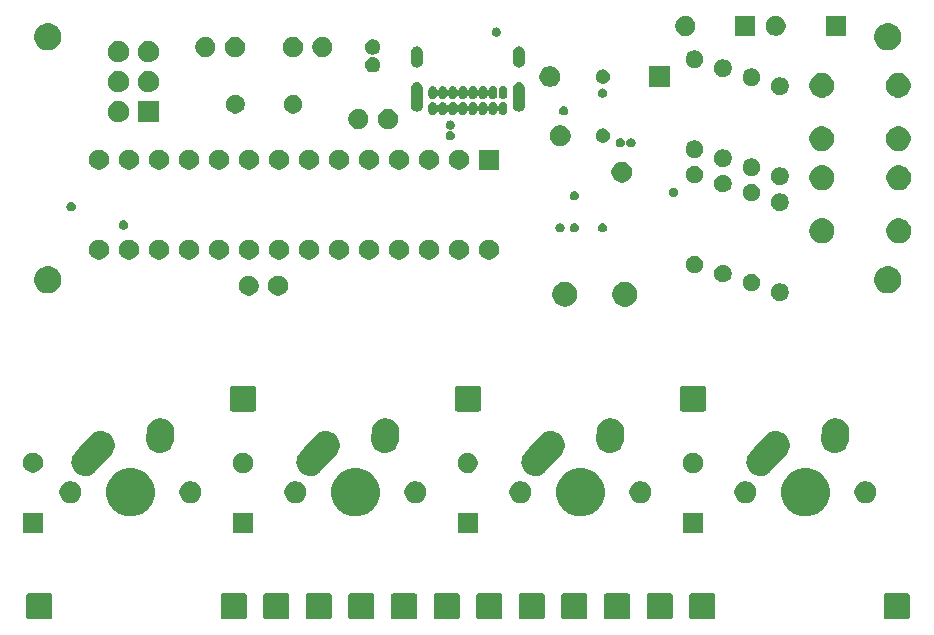
<source format=gbr>
%TF.GenerationSoftware,KiCad,Pcbnew,(5.1.6-0-10_14)*%
%TF.CreationDate,2020-08-01T15:30:54-04:00*%
%TF.ProjectId,pin-check,70696e2d-6368-4656-936b-2e6b69636164,v1.1.0*%
%TF.SameCoordinates,Original*%
%TF.FileFunction,Soldermask,Top*%
%TF.FilePolarity,Negative*%
%FSLAX46Y46*%
G04 Gerber Fmt 4.6, Leading zero omitted, Abs format (unit mm)*
G04 Created by KiCad (PCBNEW (5.1.6-0-10_14)) date 2020-08-01 15:30:54*
%MOMM*%
%LPD*%
G01*
G04 APERTURE LIST*
%ADD10C,0.100000*%
G04 APERTURE END LIST*
D10*
G36*
X186112157Y-114041936D02*
G01*
X186154065Y-114054649D01*
X186192678Y-114075288D01*
X186226530Y-114103070D01*
X186254312Y-114136922D01*
X186274951Y-114175535D01*
X186287664Y-114217443D01*
X186292200Y-114263503D01*
X186292200Y-116012897D01*
X186287664Y-116058957D01*
X186274951Y-116100865D01*
X186254312Y-116139478D01*
X186226530Y-116173330D01*
X186192678Y-116201112D01*
X186154065Y-116221751D01*
X186112157Y-116234464D01*
X186066097Y-116239000D01*
X184316703Y-116239000D01*
X184270643Y-116234464D01*
X184228735Y-116221751D01*
X184190122Y-116201112D01*
X184156270Y-116173330D01*
X184128488Y-116139478D01*
X184107849Y-116100865D01*
X184095136Y-116058957D01*
X184090600Y-116012897D01*
X184090600Y-114263503D01*
X184095136Y-114217443D01*
X184107849Y-114175535D01*
X184128488Y-114136922D01*
X184156270Y-114103070D01*
X184190122Y-114075288D01*
X184228735Y-114054649D01*
X184270643Y-114041936D01*
X184316703Y-114037400D01*
X186066097Y-114037400D01*
X186112157Y-114041936D01*
G37*
G36*
X169652957Y-114041936D02*
G01*
X169694865Y-114054649D01*
X169733478Y-114075288D01*
X169767330Y-114103070D01*
X169795112Y-114136922D01*
X169815751Y-114175535D01*
X169828464Y-114217443D01*
X169833000Y-114263503D01*
X169833000Y-116012897D01*
X169828464Y-116058957D01*
X169815751Y-116100865D01*
X169795112Y-116139478D01*
X169767330Y-116173330D01*
X169733478Y-116201112D01*
X169694865Y-116221751D01*
X169652957Y-116234464D01*
X169606897Y-116239000D01*
X167857503Y-116239000D01*
X167811443Y-116234464D01*
X167769535Y-116221751D01*
X167730922Y-116201112D01*
X167697070Y-116173330D01*
X167669288Y-116139478D01*
X167648649Y-116100865D01*
X167635936Y-116058957D01*
X167631400Y-116012897D01*
X167631400Y-114263503D01*
X167635936Y-114217443D01*
X167648649Y-114175535D01*
X167669288Y-114136922D01*
X167697070Y-114103070D01*
X167730922Y-114075288D01*
X167769535Y-114054649D01*
X167811443Y-114041936D01*
X167857503Y-114037400D01*
X169606897Y-114037400D01*
X169652957Y-114041936D01*
G37*
G36*
X166046157Y-114041936D02*
G01*
X166088065Y-114054649D01*
X166126678Y-114075288D01*
X166160530Y-114103070D01*
X166188312Y-114136922D01*
X166208951Y-114175535D01*
X166221664Y-114217443D01*
X166226200Y-114263503D01*
X166226200Y-116012897D01*
X166221664Y-116058957D01*
X166208951Y-116100865D01*
X166188312Y-116139478D01*
X166160530Y-116173330D01*
X166126678Y-116201112D01*
X166088065Y-116221751D01*
X166046157Y-116234464D01*
X166000097Y-116239000D01*
X164250703Y-116239000D01*
X164204643Y-116234464D01*
X164162735Y-116221751D01*
X164124122Y-116201112D01*
X164090270Y-116173330D01*
X164062488Y-116139478D01*
X164041849Y-116100865D01*
X164029136Y-116058957D01*
X164024600Y-116012897D01*
X164024600Y-114263503D01*
X164029136Y-114217443D01*
X164041849Y-114175535D01*
X164062488Y-114136922D01*
X164090270Y-114103070D01*
X164124122Y-114075288D01*
X164162735Y-114054649D01*
X164204643Y-114041936D01*
X164250703Y-114037400D01*
X166000097Y-114037400D01*
X166046157Y-114041936D01*
G37*
G36*
X162439357Y-114041936D02*
G01*
X162481265Y-114054649D01*
X162519878Y-114075288D01*
X162553730Y-114103070D01*
X162581512Y-114136922D01*
X162602151Y-114175535D01*
X162614864Y-114217443D01*
X162619400Y-114263503D01*
X162619400Y-116012897D01*
X162614864Y-116058957D01*
X162602151Y-116100865D01*
X162581512Y-116139478D01*
X162553730Y-116173330D01*
X162519878Y-116201112D01*
X162481265Y-116221751D01*
X162439357Y-116234464D01*
X162393297Y-116239000D01*
X160643903Y-116239000D01*
X160597843Y-116234464D01*
X160555935Y-116221751D01*
X160517322Y-116201112D01*
X160483470Y-116173330D01*
X160455688Y-116139478D01*
X160435049Y-116100865D01*
X160422336Y-116058957D01*
X160417800Y-116012897D01*
X160417800Y-114263503D01*
X160422336Y-114217443D01*
X160435049Y-114175535D01*
X160455688Y-114136922D01*
X160483470Y-114103070D01*
X160517322Y-114075288D01*
X160555935Y-114054649D01*
X160597843Y-114041936D01*
X160643903Y-114037400D01*
X162393297Y-114037400D01*
X162439357Y-114041936D01*
G37*
G36*
X158832557Y-114041936D02*
G01*
X158874465Y-114054649D01*
X158913078Y-114075288D01*
X158946930Y-114103070D01*
X158974712Y-114136922D01*
X158995351Y-114175535D01*
X159008064Y-114217443D01*
X159012600Y-114263503D01*
X159012600Y-116012897D01*
X159008064Y-116058957D01*
X158995351Y-116100865D01*
X158974712Y-116139478D01*
X158946930Y-116173330D01*
X158913078Y-116201112D01*
X158874465Y-116221751D01*
X158832557Y-116234464D01*
X158786497Y-116239000D01*
X157037103Y-116239000D01*
X156991043Y-116234464D01*
X156949135Y-116221751D01*
X156910522Y-116201112D01*
X156876670Y-116173330D01*
X156848888Y-116139478D01*
X156828249Y-116100865D01*
X156815536Y-116058957D01*
X156811000Y-116012897D01*
X156811000Y-114263503D01*
X156815536Y-114217443D01*
X156828249Y-114175535D01*
X156848888Y-114136922D01*
X156876670Y-114103070D01*
X156910522Y-114075288D01*
X156949135Y-114054649D01*
X156991043Y-114041936D01*
X157037103Y-114037400D01*
X158786497Y-114037400D01*
X158832557Y-114041936D01*
G37*
G36*
X155225757Y-114041936D02*
G01*
X155267665Y-114054649D01*
X155306278Y-114075288D01*
X155340130Y-114103070D01*
X155367912Y-114136922D01*
X155388551Y-114175535D01*
X155401264Y-114217443D01*
X155405800Y-114263503D01*
X155405800Y-116012897D01*
X155401264Y-116058957D01*
X155388551Y-116100865D01*
X155367912Y-116139478D01*
X155340130Y-116173330D01*
X155306278Y-116201112D01*
X155267665Y-116221751D01*
X155225757Y-116234464D01*
X155179697Y-116239000D01*
X153430303Y-116239000D01*
X153384243Y-116234464D01*
X153342335Y-116221751D01*
X153303722Y-116201112D01*
X153269870Y-116173330D01*
X153242088Y-116139478D01*
X153221449Y-116100865D01*
X153208736Y-116058957D01*
X153204200Y-116012897D01*
X153204200Y-114263503D01*
X153208736Y-114217443D01*
X153221449Y-114175535D01*
X153242088Y-114136922D01*
X153269870Y-114103070D01*
X153303722Y-114075288D01*
X153342335Y-114054649D01*
X153384243Y-114041936D01*
X153430303Y-114037400D01*
X155179697Y-114037400D01*
X155225757Y-114041936D01*
G37*
G36*
X151618957Y-114041936D02*
G01*
X151660865Y-114054649D01*
X151699478Y-114075288D01*
X151733330Y-114103070D01*
X151761112Y-114136922D01*
X151781751Y-114175535D01*
X151794464Y-114217443D01*
X151799000Y-114263503D01*
X151799000Y-116012897D01*
X151794464Y-116058957D01*
X151781751Y-116100865D01*
X151761112Y-116139478D01*
X151733330Y-116173330D01*
X151699478Y-116201112D01*
X151660865Y-116221751D01*
X151618957Y-116234464D01*
X151572897Y-116239000D01*
X149823503Y-116239000D01*
X149777443Y-116234464D01*
X149735535Y-116221751D01*
X149696922Y-116201112D01*
X149663070Y-116173330D01*
X149635288Y-116139478D01*
X149614649Y-116100865D01*
X149601936Y-116058957D01*
X149597400Y-116012897D01*
X149597400Y-114263503D01*
X149601936Y-114217443D01*
X149614649Y-114175535D01*
X149635288Y-114136922D01*
X149663070Y-114103070D01*
X149696922Y-114075288D01*
X149735535Y-114054649D01*
X149777443Y-114041936D01*
X149823503Y-114037400D01*
X151572897Y-114037400D01*
X151618957Y-114041936D01*
G37*
G36*
X148012157Y-114041936D02*
G01*
X148054065Y-114054649D01*
X148092678Y-114075288D01*
X148126530Y-114103070D01*
X148154312Y-114136922D01*
X148174951Y-114175535D01*
X148187664Y-114217443D01*
X148192200Y-114263503D01*
X148192200Y-116012897D01*
X148187664Y-116058957D01*
X148174951Y-116100865D01*
X148154312Y-116139478D01*
X148126530Y-116173330D01*
X148092678Y-116201112D01*
X148054065Y-116221751D01*
X148012157Y-116234464D01*
X147966097Y-116239000D01*
X146216703Y-116239000D01*
X146170643Y-116234464D01*
X146128735Y-116221751D01*
X146090122Y-116201112D01*
X146056270Y-116173330D01*
X146028488Y-116139478D01*
X146007849Y-116100865D01*
X145995136Y-116058957D01*
X145990600Y-116012897D01*
X145990600Y-114263503D01*
X145995136Y-114217443D01*
X146007849Y-114175535D01*
X146028488Y-114136922D01*
X146056270Y-114103070D01*
X146090122Y-114075288D01*
X146128735Y-114054649D01*
X146170643Y-114041936D01*
X146216703Y-114037400D01*
X147966097Y-114037400D01*
X148012157Y-114041936D01*
G37*
G36*
X144405357Y-114041936D02*
G01*
X144447265Y-114054649D01*
X144485878Y-114075288D01*
X144519730Y-114103070D01*
X144547512Y-114136922D01*
X144568151Y-114175535D01*
X144580864Y-114217443D01*
X144585400Y-114263503D01*
X144585400Y-116012897D01*
X144580864Y-116058957D01*
X144568151Y-116100865D01*
X144547512Y-116139478D01*
X144519730Y-116173330D01*
X144485878Y-116201112D01*
X144447265Y-116221751D01*
X144405357Y-116234464D01*
X144359297Y-116239000D01*
X142609903Y-116239000D01*
X142563843Y-116234464D01*
X142521935Y-116221751D01*
X142483322Y-116201112D01*
X142449470Y-116173330D01*
X142421688Y-116139478D01*
X142401049Y-116100865D01*
X142388336Y-116058957D01*
X142383800Y-116012897D01*
X142383800Y-114263503D01*
X142388336Y-114217443D01*
X142401049Y-114175535D01*
X142421688Y-114136922D01*
X142449470Y-114103070D01*
X142483322Y-114075288D01*
X142521935Y-114054649D01*
X142563843Y-114041936D01*
X142609903Y-114037400D01*
X144359297Y-114037400D01*
X144405357Y-114041936D01*
G37*
G36*
X140798557Y-114041936D02*
G01*
X140840465Y-114054649D01*
X140879078Y-114075288D01*
X140912930Y-114103070D01*
X140940712Y-114136922D01*
X140961351Y-114175535D01*
X140974064Y-114217443D01*
X140978600Y-114263503D01*
X140978600Y-116012897D01*
X140974064Y-116058957D01*
X140961351Y-116100865D01*
X140940712Y-116139478D01*
X140912930Y-116173330D01*
X140879078Y-116201112D01*
X140840465Y-116221751D01*
X140798557Y-116234464D01*
X140752497Y-116239000D01*
X139003103Y-116239000D01*
X138957043Y-116234464D01*
X138915135Y-116221751D01*
X138876522Y-116201112D01*
X138842670Y-116173330D01*
X138814888Y-116139478D01*
X138794249Y-116100865D01*
X138781536Y-116058957D01*
X138777000Y-116012897D01*
X138777000Y-114263503D01*
X138781536Y-114217443D01*
X138794249Y-114175535D01*
X138814888Y-114136922D01*
X138842670Y-114103070D01*
X138876522Y-114075288D01*
X138915135Y-114054649D01*
X138957043Y-114041936D01*
X139003103Y-114037400D01*
X140752497Y-114037400D01*
X140798557Y-114041936D01*
G37*
G36*
X137191757Y-114041936D02*
G01*
X137233665Y-114054649D01*
X137272278Y-114075288D01*
X137306130Y-114103070D01*
X137333912Y-114136922D01*
X137354551Y-114175535D01*
X137367264Y-114217443D01*
X137371800Y-114263503D01*
X137371800Y-116012897D01*
X137367264Y-116058957D01*
X137354551Y-116100865D01*
X137333912Y-116139478D01*
X137306130Y-116173330D01*
X137272278Y-116201112D01*
X137233665Y-116221751D01*
X137191757Y-116234464D01*
X137145697Y-116239000D01*
X135396303Y-116239000D01*
X135350243Y-116234464D01*
X135308335Y-116221751D01*
X135269722Y-116201112D01*
X135235870Y-116173330D01*
X135208088Y-116139478D01*
X135187449Y-116100865D01*
X135174736Y-116058957D01*
X135170200Y-116012897D01*
X135170200Y-114263503D01*
X135174736Y-114217443D01*
X135187449Y-114175535D01*
X135208088Y-114136922D01*
X135235870Y-114103070D01*
X135269722Y-114075288D01*
X135308335Y-114054649D01*
X135350243Y-114041936D01*
X135396303Y-114037400D01*
X137145697Y-114037400D01*
X137191757Y-114041936D01*
G37*
G36*
X133584957Y-114041936D02*
G01*
X133626865Y-114054649D01*
X133665478Y-114075288D01*
X133699330Y-114103070D01*
X133727112Y-114136922D01*
X133747751Y-114175535D01*
X133760464Y-114217443D01*
X133765000Y-114263503D01*
X133765000Y-116012897D01*
X133760464Y-116058957D01*
X133747751Y-116100865D01*
X133727112Y-116139478D01*
X133699330Y-116173330D01*
X133665478Y-116201112D01*
X133626865Y-116221751D01*
X133584957Y-116234464D01*
X133538897Y-116239000D01*
X131789503Y-116239000D01*
X131743443Y-116234464D01*
X131701535Y-116221751D01*
X131662922Y-116201112D01*
X131629070Y-116173330D01*
X131601288Y-116139478D01*
X131580649Y-116100865D01*
X131567936Y-116058957D01*
X131563400Y-116012897D01*
X131563400Y-114263503D01*
X131567936Y-114217443D01*
X131580649Y-114175535D01*
X131601288Y-114136922D01*
X131629070Y-114103070D01*
X131662922Y-114075288D01*
X131701535Y-114054649D01*
X131743443Y-114041936D01*
X131789503Y-114037400D01*
X133538897Y-114037400D01*
X133584957Y-114041936D01*
G37*
G36*
X129978157Y-114041936D02*
G01*
X130020065Y-114054649D01*
X130058678Y-114075288D01*
X130092530Y-114103070D01*
X130120312Y-114136922D01*
X130140951Y-114175535D01*
X130153664Y-114217443D01*
X130158200Y-114263503D01*
X130158200Y-116012897D01*
X130153664Y-116058957D01*
X130140951Y-116100865D01*
X130120312Y-116139478D01*
X130092530Y-116173330D01*
X130058678Y-116201112D01*
X130020065Y-116221751D01*
X129978157Y-116234464D01*
X129932097Y-116239000D01*
X128182703Y-116239000D01*
X128136643Y-116234464D01*
X128094735Y-116221751D01*
X128056122Y-116201112D01*
X128022270Y-116173330D01*
X127994488Y-116139478D01*
X127973849Y-116100865D01*
X127961136Y-116058957D01*
X127956600Y-116012897D01*
X127956600Y-114263503D01*
X127961136Y-114217443D01*
X127973849Y-114175535D01*
X127994488Y-114136922D01*
X128022270Y-114103070D01*
X128056122Y-114075288D01*
X128094735Y-114054649D01*
X128136643Y-114041936D01*
X128182703Y-114037400D01*
X129932097Y-114037400D01*
X129978157Y-114041936D01*
G37*
G36*
X113518957Y-114041936D02*
G01*
X113560865Y-114054649D01*
X113599478Y-114075288D01*
X113633330Y-114103070D01*
X113661112Y-114136922D01*
X113681751Y-114175535D01*
X113694464Y-114217443D01*
X113699000Y-114263503D01*
X113699000Y-116012897D01*
X113694464Y-116058957D01*
X113681751Y-116100865D01*
X113661112Y-116139478D01*
X113633330Y-116173330D01*
X113599478Y-116201112D01*
X113560865Y-116221751D01*
X113518957Y-116234464D01*
X113472897Y-116239000D01*
X111723503Y-116239000D01*
X111677443Y-116234464D01*
X111635535Y-116221751D01*
X111596922Y-116201112D01*
X111563070Y-116173330D01*
X111535288Y-116139478D01*
X111514649Y-116100865D01*
X111501936Y-116058957D01*
X111497400Y-116012897D01*
X111497400Y-114263503D01*
X111501936Y-114217443D01*
X111514649Y-114175535D01*
X111535288Y-114136922D01*
X111563070Y-114103070D01*
X111596922Y-114075288D01*
X111635535Y-114054649D01*
X111677443Y-114041936D01*
X111723503Y-114037400D01*
X113472897Y-114037400D01*
X113518957Y-114041936D01*
G37*
G36*
X168795600Y-108927800D02*
G01*
X167094000Y-108927800D01*
X167094000Y-107226200D01*
X168795600Y-107226200D01*
X168795600Y-108927800D01*
G37*
G36*
X149720200Y-108927800D02*
G01*
X148018600Y-108927800D01*
X148018600Y-107226200D01*
X149720200Y-107226200D01*
X149720200Y-108927800D01*
G37*
G36*
X130695600Y-108927800D02*
G01*
X128994000Y-108927800D01*
X128994000Y-107226200D01*
X130695600Y-107226200D01*
X130695600Y-108927800D01*
G37*
G36*
X112915600Y-108902400D02*
G01*
X111214000Y-108902400D01*
X111214000Y-107200800D01*
X112915600Y-107200800D01*
X112915600Y-108902400D01*
G37*
G36*
X177679364Y-103431627D02*
G01*
X178066219Y-103508577D01*
X178438329Y-103662711D01*
X178773221Y-103886477D01*
X179058023Y-104171279D01*
X179281789Y-104506171D01*
X179435923Y-104878281D01*
X179514500Y-105273316D01*
X179514500Y-105676084D01*
X179435923Y-106071119D01*
X179281789Y-106443229D01*
X179058023Y-106778121D01*
X178773221Y-107062923D01*
X178438329Y-107286689D01*
X178066219Y-107440823D01*
X177802862Y-107493208D01*
X177671185Y-107519400D01*
X177268415Y-107519400D01*
X177136738Y-107493208D01*
X176873381Y-107440823D01*
X176501271Y-107286689D01*
X176166379Y-107062923D01*
X175881577Y-106778121D01*
X175657811Y-106443229D01*
X175503677Y-106071119D01*
X175425100Y-105676084D01*
X175425100Y-105273316D01*
X175503677Y-104878281D01*
X175657811Y-104506171D01*
X175881577Y-104171279D01*
X176166379Y-103886477D01*
X176501271Y-103662711D01*
X176873381Y-103508577D01*
X177260236Y-103431627D01*
X177268415Y-103430000D01*
X177671185Y-103430000D01*
X177679364Y-103431627D01*
G37*
G36*
X158629364Y-103431627D02*
G01*
X159016219Y-103508577D01*
X159388329Y-103662711D01*
X159723221Y-103886477D01*
X160008023Y-104171279D01*
X160231789Y-104506171D01*
X160385923Y-104878281D01*
X160464500Y-105273316D01*
X160464500Y-105676084D01*
X160385923Y-106071119D01*
X160231789Y-106443229D01*
X160008023Y-106778121D01*
X159723221Y-107062923D01*
X159388329Y-107286689D01*
X159016219Y-107440823D01*
X158752862Y-107493208D01*
X158621185Y-107519400D01*
X158218415Y-107519400D01*
X158086738Y-107493208D01*
X157823381Y-107440823D01*
X157451271Y-107286689D01*
X157116379Y-107062923D01*
X156831577Y-106778121D01*
X156607811Y-106443229D01*
X156453677Y-106071119D01*
X156375100Y-105676084D01*
X156375100Y-105273316D01*
X156453677Y-104878281D01*
X156607811Y-104506171D01*
X156831577Y-104171279D01*
X157116379Y-103886477D01*
X157451271Y-103662711D01*
X157823381Y-103508577D01*
X158210236Y-103431627D01*
X158218415Y-103430000D01*
X158621185Y-103430000D01*
X158629364Y-103431627D01*
G37*
G36*
X139579364Y-103431627D02*
G01*
X139966219Y-103508577D01*
X140338329Y-103662711D01*
X140673221Y-103886477D01*
X140958023Y-104171279D01*
X141181789Y-104506171D01*
X141335923Y-104878281D01*
X141414500Y-105273316D01*
X141414500Y-105676084D01*
X141335923Y-106071119D01*
X141181789Y-106443229D01*
X140958023Y-106778121D01*
X140673221Y-107062923D01*
X140338329Y-107286689D01*
X139966219Y-107440823D01*
X139702862Y-107493208D01*
X139571185Y-107519400D01*
X139168415Y-107519400D01*
X139036738Y-107493208D01*
X138773381Y-107440823D01*
X138401271Y-107286689D01*
X138066379Y-107062923D01*
X137781577Y-106778121D01*
X137557811Y-106443229D01*
X137403677Y-106071119D01*
X137325100Y-105676084D01*
X137325100Y-105273316D01*
X137403677Y-104878281D01*
X137557811Y-104506171D01*
X137781577Y-104171279D01*
X138066379Y-103886477D01*
X138401271Y-103662711D01*
X138773381Y-103508577D01*
X139160236Y-103431627D01*
X139168415Y-103430000D01*
X139571185Y-103430000D01*
X139579364Y-103431627D01*
G37*
G36*
X120529364Y-103431627D02*
G01*
X120916219Y-103508577D01*
X121288329Y-103662711D01*
X121623221Y-103886477D01*
X121908023Y-104171279D01*
X122131789Y-104506171D01*
X122285923Y-104878281D01*
X122364500Y-105273316D01*
X122364500Y-105676084D01*
X122285923Y-106071119D01*
X122131789Y-106443229D01*
X121908023Y-106778121D01*
X121623221Y-107062923D01*
X121288329Y-107286689D01*
X120916219Y-107440823D01*
X120652862Y-107493208D01*
X120521185Y-107519400D01*
X120118415Y-107519400D01*
X119986738Y-107493208D01*
X119723381Y-107440823D01*
X119351271Y-107286689D01*
X119016379Y-107062923D01*
X118731577Y-106778121D01*
X118507811Y-106443229D01*
X118353677Y-106071119D01*
X118275100Y-105676084D01*
X118275100Y-105273316D01*
X118353677Y-104878281D01*
X118507811Y-104506171D01*
X118731577Y-104171279D01*
X119016379Y-103886477D01*
X119351271Y-103662711D01*
X119723381Y-103508577D01*
X120110236Y-103431627D01*
X120118415Y-103430000D01*
X120521185Y-103430000D01*
X120529364Y-103431627D01*
G37*
G36*
X153609846Y-104584478D02*
G01*
X153778331Y-104654266D01*
X153929963Y-104755584D01*
X154058916Y-104884537D01*
X154160234Y-105036169D01*
X154230022Y-105204654D01*
X154265600Y-105383517D01*
X154265600Y-105565883D01*
X154230022Y-105744746D01*
X154160234Y-105913231D01*
X154058916Y-106064863D01*
X153929963Y-106193816D01*
X153778331Y-106295134D01*
X153609846Y-106364922D01*
X153430983Y-106400500D01*
X153248617Y-106400500D01*
X153069754Y-106364922D01*
X152901269Y-106295134D01*
X152749637Y-106193816D01*
X152620684Y-106064863D01*
X152519366Y-105913231D01*
X152449578Y-105744746D01*
X152414000Y-105565883D01*
X152414000Y-105383517D01*
X152449578Y-105204654D01*
X152519366Y-105036169D01*
X152620684Y-104884537D01*
X152749637Y-104755584D01*
X152901269Y-104654266D01*
X153069754Y-104584478D01*
X153248617Y-104548900D01*
X153430983Y-104548900D01*
X153609846Y-104584478D01*
G37*
G36*
X163769846Y-104584478D02*
G01*
X163938331Y-104654266D01*
X164089963Y-104755584D01*
X164218916Y-104884537D01*
X164320234Y-105036169D01*
X164390022Y-105204654D01*
X164425600Y-105383517D01*
X164425600Y-105565883D01*
X164390022Y-105744746D01*
X164320234Y-105913231D01*
X164218916Y-106064863D01*
X164089963Y-106193816D01*
X163938331Y-106295134D01*
X163769846Y-106364922D01*
X163590983Y-106400500D01*
X163408617Y-106400500D01*
X163229754Y-106364922D01*
X163061269Y-106295134D01*
X162909637Y-106193816D01*
X162780684Y-106064863D01*
X162679366Y-105913231D01*
X162609578Y-105744746D01*
X162574000Y-105565883D01*
X162574000Y-105383517D01*
X162609578Y-105204654D01*
X162679366Y-105036169D01*
X162780684Y-104884537D01*
X162909637Y-104755584D01*
X163061269Y-104654266D01*
X163229754Y-104584478D01*
X163408617Y-104548900D01*
X163590983Y-104548900D01*
X163769846Y-104584478D01*
G37*
G36*
X125669846Y-104584478D02*
G01*
X125838331Y-104654266D01*
X125989963Y-104755584D01*
X126118916Y-104884537D01*
X126220234Y-105036169D01*
X126290022Y-105204654D01*
X126325600Y-105383517D01*
X126325600Y-105565883D01*
X126290022Y-105744746D01*
X126220234Y-105913231D01*
X126118916Y-106064863D01*
X125989963Y-106193816D01*
X125838331Y-106295134D01*
X125669846Y-106364922D01*
X125490983Y-106400500D01*
X125308617Y-106400500D01*
X125129754Y-106364922D01*
X124961269Y-106295134D01*
X124809637Y-106193816D01*
X124680684Y-106064863D01*
X124579366Y-105913231D01*
X124509578Y-105744746D01*
X124474000Y-105565883D01*
X124474000Y-105383517D01*
X124509578Y-105204654D01*
X124579366Y-105036169D01*
X124680684Y-104884537D01*
X124809637Y-104755584D01*
X124961269Y-104654266D01*
X125129754Y-104584478D01*
X125308617Y-104548900D01*
X125490983Y-104548900D01*
X125669846Y-104584478D01*
G37*
G36*
X144719846Y-104584478D02*
G01*
X144888331Y-104654266D01*
X145039963Y-104755584D01*
X145168916Y-104884537D01*
X145270234Y-105036169D01*
X145340022Y-105204654D01*
X145375600Y-105383517D01*
X145375600Y-105565883D01*
X145340022Y-105744746D01*
X145270234Y-105913231D01*
X145168916Y-106064863D01*
X145039963Y-106193816D01*
X144888331Y-106295134D01*
X144719846Y-106364922D01*
X144540983Y-106400500D01*
X144358617Y-106400500D01*
X144179754Y-106364922D01*
X144011269Y-106295134D01*
X143859637Y-106193816D01*
X143730684Y-106064863D01*
X143629366Y-105913231D01*
X143559578Y-105744746D01*
X143524000Y-105565883D01*
X143524000Y-105383517D01*
X143559578Y-105204654D01*
X143629366Y-105036169D01*
X143730684Y-104884537D01*
X143859637Y-104755584D01*
X144011269Y-104654266D01*
X144179754Y-104584478D01*
X144358617Y-104548900D01*
X144540983Y-104548900D01*
X144719846Y-104584478D01*
G37*
G36*
X134559846Y-104584478D02*
G01*
X134728331Y-104654266D01*
X134879963Y-104755584D01*
X135008916Y-104884537D01*
X135110234Y-105036169D01*
X135180022Y-105204654D01*
X135215600Y-105383517D01*
X135215600Y-105565883D01*
X135180022Y-105744746D01*
X135110234Y-105913231D01*
X135008916Y-106064863D01*
X134879963Y-106193816D01*
X134728331Y-106295134D01*
X134559846Y-106364922D01*
X134380983Y-106400500D01*
X134198617Y-106400500D01*
X134019754Y-106364922D01*
X133851269Y-106295134D01*
X133699637Y-106193816D01*
X133570684Y-106064863D01*
X133469366Y-105913231D01*
X133399578Y-105744746D01*
X133364000Y-105565883D01*
X133364000Y-105383517D01*
X133399578Y-105204654D01*
X133469366Y-105036169D01*
X133570684Y-104884537D01*
X133699637Y-104755584D01*
X133851269Y-104654266D01*
X134019754Y-104584478D01*
X134198617Y-104548900D01*
X134380983Y-104548900D01*
X134559846Y-104584478D01*
G37*
G36*
X115509846Y-104584478D02*
G01*
X115678331Y-104654266D01*
X115829963Y-104755584D01*
X115958916Y-104884537D01*
X116060234Y-105036169D01*
X116130022Y-105204654D01*
X116165600Y-105383517D01*
X116165600Y-105565883D01*
X116130022Y-105744746D01*
X116060234Y-105913231D01*
X115958916Y-106064863D01*
X115829963Y-106193816D01*
X115678331Y-106295134D01*
X115509846Y-106364922D01*
X115330983Y-106400500D01*
X115148617Y-106400500D01*
X114969754Y-106364922D01*
X114801269Y-106295134D01*
X114649637Y-106193816D01*
X114520684Y-106064863D01*
X114419366Y-105913231D01*
X114349578Y-105744746D01*
X114314000Y-105565883D01*
X114314000Y-105383517D01*
X114349578Y-105204654D01*
X114419366Y-105036169D01*
X114520684Y-104884537D01*
X114649637Y-104755584D01*
X114801269Y-104654266D01*
X114969754Y-104584478D01*
X115148617Y-104548900D01*
X115330983Y-104548900D01*
X115509846Y-104584478D01*
G37*
G36*
X172659846Y-104584478D02*
G01*
X172828331Y-104654266D01*
X172979963Y-104755584D01*
X173108916Y-104884537D01*
X173210234Y-105036169D01*
X173280022Y-105204654D01*
X173315600Y-105383517D01*
X173315600Y-105565883D01*
X173280022Y-105744746D01*
X173210234Y-105913231D01*
X173108916Y-106064863D01*
X172979963Y-106193816D01*
X172828331Y-106295134D01*
X172659846Y-106364922D01*
X172480983Y-106400500D01*
X172298617Y-106400500D01*
X172119754Y-106364922D01*
X171951269Y-106295134D01*
X171799637Y-106193816D01*
X171670684Y-106064863D01*
X171569366Y-105913231D01*
X171499578Y-105744746D01*
X171464000Y-105565883D01*
X171464000Y-105383517D01*
X171499578Y-105204654D01*
X171569366Y-105036169D01*
X171670684Y-104884537D01*
X171799637Y-104755584D01*
X171951269Y-104654266D01*
X172119754Y-104584478D01*
X172298617Y-104548900D01*
X172480983Y-104548900D01*
X172659846Y-104584478D01*
G37*
G36*
X182819846Y-104584478D02*
G01*
X182988331Y-104654266D01*
X183139963Y-104755584D01*
X183268916Y-104884537D01*
X183370234Y-105036169D01*
X183440022Y-105204654D01*
X183475600Y-105383517D01*
X183475600Y-105565883D01*
X183440022Y-105744746D01*
X183370234Y-105913231D01*
X183268916Y-106064863D01*
X183139963Y-106193816D01*
X182988331Y-106295134D01*
X182819846Y-106364922D01*
X182640983Y-106400500D01*
X182458617Y-106400500D01*
X182279754Y-106364922D01*
X182111269Y-106295134D01*
X181959637Y-106193816D01*
X181830684Y-106064863D01*
X181729366Y-105913231D01*
X181659578Y-105744746D01*
X181624000Y-105565883D01*
X181624000Y-105383517D01*
X181659578Y-105204654D01*
X181729366Y-105036169D01*
X181830684Y-104884537D01*
X181959637Y-104755584D01*
X182111269Y-104654266D01*
X182279754Y-104584478D01*
X182458617Y-104548900D01*
X182640983Y-104548900D01*
X182819846Y-104584478D01*
G37*
G36*
X175135082Y-100297157D02*
G01*
X175359937Y-100352698D01*
X175569635Y-100451039D01*
X175756118Y-100588401D01*
X175912220Y-100759505D01*
X176031942Y-100957774D01*
X176110683Y-101175591D01*
X176145417Y-101404584D01*
X176134809Y-101635953D01*
X176079268Y-101860808D01*
X175980927Y-102070506D01*
X175877987Y-102210258D01*
X175246485Y-102911611D01*
X174489195Y-103752668D01*
X174448599Y-103789704D01*
X174360966Y-103869654D01*
X174162696Y-103989376D01*
X173944879Y-104068117D01*
X173715886Y-104102851D01*
X173484518Y-104092244D01*
X173259663Y-104036702D01*
X173049965Y-103938361D01*
X172863482Y-103800999D01*
X172707380Y-103629896D01*
X172587658Y-103431626D01*
X172508917Y-103213809D01*
X172474183Y-102984816D01*
X172484790Y-102753448D01*
X172540332Y-102528593D01*
X172638673Y-102318895D01*
X172741613Y-102179144D01*
X173488562Y-101349572D01*
X174130405Y-100636732D01*
X174130407Y-100636730D01*
X174258633Y-100519746D01*
X174425283Y-100419117D01*
X174456902Y-100400024D01*
X174587816Y-100352699D01*
X174674720Y-100321283D01*
X174903713Y-100286549D01*
X175135082Y-100297157D01*
G37*
G36*
X117985082Y-100297157D02*
G01*
X118209937Y-100352698D01*
X118419635Y-100451039D01*
X118606118Y-100588401D01*
X118762220Y-100759505D01*
X118881942Y-100957774D01*
X118960683Y-101175591D01*
X118995417Y-101404584D01*
X118984809Y-101635953D01*
X118929268Y-101860808D01*
X118830927Y-102070506D01*
X118727987Y-102210258D01*
X118096485Y-102911611D01*
X117339195Y-103752668D01*
X117298599Y-103789704D01*
X117210966Y-103869654D01*
X117012696Y-103989376D01*
X116794879Y-104068117D01*
X116565886Y-104102851D01*
X116334518Y-104092244D01*
X116109663Y-104036702D01*
X115899965Y-103938361D01*
X115713482Y-103800999D01*
X115557380Y-103629896D01*
X115437658Y-103431626D01*
X115358917Y-103213809D01*
X115324183Y-102984816D01*
X115334790Y-102753448D01*
X115390332Y-102528593D01*
X115488673Y-102318895D01*
X115591613Y-102179144D01*
X116338562Y-101349572D01*
X116980405Y-100636732D01*
X116980407Y-100636730D01*
X117108633Y-100519746D01*
X117275283Y-100419117D01*
X117306902Y-100400024D01*
X117437816Y-100352699D01*
X117524720Y-100321283D01*
X117753713Y-100286549D01*
X117985082Y-100297157D01*
G37*
G36*
X156085082Y-100297157D02*
G01*
X156309937Y-100352698D01*
X156519635Y-100451039D01*
X156706118Y-100588401D01*
X156862220Y-100759505D01*
X156981942Y-100957774D01*
X157060683Y-101175591D01*
X157095417Y-101404584D01*
X157084809Y-101635953D01*
X157029268Y-101860808D01*
X156930927Y-102070506D01*
X156827987Y-102210258D01*
X156196485Y-102911611D01*
X155439195Y-103752668D01*
X155398599Y-103789704D01*
X155310966Y-103869654D01*
X155112696Y-103989376D01*
X154894879Y-104068117D01*
X154665886Y-104102851D01*
X154434518Y-104092244D01*
X154209663Y-104036702D01*
X153999965Y-103938361D01*
X153813482Y-103800999D01*
X153657380Y-103629896D01*
X153537658Y-103431626D01*
X153458917Y-103213809D01*
X153424183Y-102984816D01*
X153434790Y-102753448D01*
X153490332Y-102528593D01*
X153588673Y-102318895D01*
X153691613Y-102179144D01*
X154438562Y-101349572D01*
X155080405Y-100636732D01*
X155080407Y-100636730D01*
X155208633Y-100519746D01*
X155375283Y-100419117D01*
X155406902Y-100400024D01*
X155537816Y-100352699D01*
X155624720Y-100321283D01*
X155853713Y-100286549D01*
X156085082Y-100297157D01*
G37*
G36*
X137035082Y-100297157D02*
G01*
X137259937Y-100352698D01*
X137469635Y-100451039D01*
X137656118Y-100588401D01*
X137812220Y-100759505D01*
X137931942Y-100957774D01*
X138010683Y-101175591D01*
X138045417Y-101404584D01*
X138034809Y-101635953D01*
X137979268Y-101860808D01*
X137880927Y-102070506D01*
X137777987Y-102210258D01*
X137146485Y-102911611D01*
X136389195Y-103752668D01*
X136348599Y-103789704D01*
X136260966Y-103869654D01*
X136062696Y-103989376D01*
X135844879Y-104068117D01*
X135615886Y-104102851D01*
X135384518Y-104092244D01*
X135159663Y-104036702D01*
X134949965Y-103938361D01*
X134763482Y-103800999D01*
X134607380Y-103629896D01*
X134487658Y-103431626D01*
X134408917Y-103213809D01*
X134374183Y-102984816D01*
X134384790Y-102753448D01*
X134440332Y-102528593D01*
X134538673Y-102318895D01*
X134641613Y-102179144D01*
X135388562Y-101349572D01*
X136030405Y-100636732D01*
X136030407Y-100636730D01*
X136158633Y-100519746D01*
X136325283Y-100419117D01*
X136356902Y-100400024D01*
X136487816Y-100352699D01*
X136574720Y-100321283D01*
X136803713Y-100286549D01*
X137035082Y-100297157D01*
G37*
G36*
X130092969Y-102178895D02*
G01*
X130247805Y-102243031D01*
X130387154Y-102336140D01*
X130505660Y-102454646D01*
X130598769Y-102593995D01*
X130662905Y-102748831D01*
X130695600Y-102913203D01*
X130695600Y-103080797D01*
X130662905Y-103245169D01*
X130598769Y-103400005D01*
X130505660Y-103539354D01*
X130387154Y-103657860D01*
X130247805Y-103750969D01*
X130092969Y-103815105D01*
X129928597Y-103847800D01*
X129761003Y-103847800D01*
X129596631Y-103815105D01*
X129441795Y-103750969D01*
X129302446Y-103657860D01*
X129183940Y-103539354D01*
X129090831Y-103400005D01*
X129026695Y-103245169D01*
X128994000Y-103080797D01*
X128994000Y-102913203D01*
X129026695Y-102748831D01*
X129090831Y-102593995D01*
X129183940Y-102454646D01*
X129302446Y-102336140D01*
X129441795Y-102243031D01*
X129596631Y-102178895D01*
X129761003Y-102146200D01*
X129928597Y-102146200D01*
X130092969Y-102178895D01*
G37*
G36*
X149117569Y-102178895D02*
G01*
X149272405Y-102243031D01*
X149411754Y-102336140D01*
X149530260Y-102454646D01*
X149623369Y-102593995D01*
X149687505Y-102748831D01*
X149720200Y-102913203D01*
X149720200Y-103080797D01*
X149687505Y-103245169D01*
X149623369Y-103400005D01*
X149530260Y-103539354D01*
X149411754Y-103657860D01*
X149272405Y-103750969D01*
X149117569Y-103815105D01*
X148953197Y-103847800D01*
X148785603Y-103847800D01*
X148621231Y-103815105D01*
X148466395Y-103750969D01*
X148327046Y-103657860D01*
X148208540Y-103539354D01*
X148115431Y-103400005D01*
X148051295Y-103245169D01*
X148018600Y-103080797D01*
X148018600Y-102913203D01*
X148051295Y-102748831D01*
X148115431Y-102593995D01*
X148208540Y-102454646D01*
X148327046Y-102336140D01*
X148466395Y-102243031D01*
X148621231Y-102178895D01*
X148785603Y-102146200D01*
X148953197Y-102146200D01*
X149117569Y-102178895D01*
G37*
G36*
X168192969Y-102178895D02*
G01*
X168347805Y-102243031D01*
X168487154Y-102336140D01*
X168605660Y-102454646D01*
X168698769Y-102593995D01*
X168762905Y-102748831D01*
X168795600Y-102913203D01*
X168795600Y-103080797D01*
X168762905Y-103245169D01*
X168698769Y-103400005D01*
X168605660Y-103539354D01*
X168487154Y-103657860D01*
X168347805Y-103750969D01*
X168192969Y-103815105D01*
X168028597Y-103847800D01*
X167861003Y-103847800D01*
X167696631Y-103815105D01*
X167541795Y-103750969D01*
X167402446Y-103657860D01*
X167283940Y-103539354D01*
X167190831Y-103400005D01*
X167126695Y-103245169D01*
X167094000Y-103080797D01*
X167094000Y-102913203D01*
X167126695Y-102748831D01*
X167190831Y-102593995D01*
X167283940Y-102454646D01*
X167402446Y-102336140D01*
X167541795Y-102243031D01*
X167696631Y-102178895D01*
X167861003Y-102146200D01*
X168028597Y-102146200D01*
X168192969Y-102178895D01*
G37*
G36*
X112312969Y-102153495D02*
G01*
X112467805Y-102217631D01*
X112607154Y-102310740D01*
X112725660Y-102429246D01*
X112818769Y-102568595D01*
X112882905Y-102723431D01*
X112915600Y-102887803D01*
X112915600Y-103055397D01*
X112882905Y-103219769D01*
X112818769Y-103374605D01*
X112725660Y-103513954D01*
X112607154Y-103632460D01*
X112467805Y-103725569D01*
X112312969Y-103789705D01*
X112148597Y-103822400D01*
X111981003Y-103822400D01*
X111816631Y-103789705D01*
X111661795Y-103725569D01*
X111522446Y-103632460D01*
X111403940Y-103513954D01*
X111310831Y-103374605D01*
X111246695Y-103219769D01*
X111214000Y-103055397D01*
X111214000Y-102887803D01*
X111246695Y-102723431D01*
X111310831Y-102568595D01*
X111403940Y-102429246D01*
X111522446Y-102310740D01*
X111661795Y-102217631D01*
X111816631Y-102153495D01*
X111981003Y-102120800D01*
X112148597Y-102120800D01*
X112312969Y-102153495D01*
G37*
G36*
X180320845Y-99254833D02*
G01*
X180498760Y-99322684D01*
X180537252Y-99337363D01*
X180733403Y-99460528D01*
X180901756Y-99619592D01*
X181035843Y-99808444D01*
X181062311Y-99867545D01*
X181130511Y-100019828D01*
X181182119Y-100245612D01*
X181182119Y-100245615D01*
X181187042Y-100419117D01*
X181138429Y-101114319D01*
X181109409Y-101285447D01*
X181026879Y-101501856D01*
X180903714Y-101698007D01*
X180744651Y-101866361D01*
X180555798Y-102000447D01*
X180399363Y-102070506D01*
X180344414Y-102095115D01*
X180118630Y-102146723D01*
X180101789Y-102147201D01*
X179887109Y-102153292D01*
X179752021Y-102130383D01*
X179658755Y-102114567D01*
X179514484Y-102059547D01*
X179442348Y-102032037D01*
X179246197Y-101908872D01*
X179077843Y-101749809D01*
X178943757Y-101560956D01*
X178849090Y-101349574D01*
X178849089Y-101349572D01*
X178797481Y-101123788D01*
X178797147Y-101112023D01*
X178792558Y-100950284D01*
X178841171Y-100255081D01*
X178870191Y-100083953D01*
X178952721Y-99867544D01*
X179075886Y-99671393D01*
X179234949Y-99503040D01*
X179423802Y-99368953D01*
X179635184Y-99274286D01*
X179635186Y-99274286D01*
X179635187Y-99274285D01*
X179860969Y-99222678D01*
X179860973Y-99222677D01*
X180092491Y-99216109D01*
X180092494Y-99216109D01*
X180320845Y-99254833D01*
G37*
G36*
X123170845Y-99254833D02*
G01*
X123348760Y-99322684D01*
X123387252Y-99337363D01*
X123583403Y-99460528D01*
X123751756Y-99619592D01*
X123885843Y-99808444D01*
X123912311Y-99867545D01*
X123980511Y-100019828D01*
X124032119Y-100245612D01*
X124032119Y-100245615D01*
X124037042Y-100419117D01*
X123988429Y-101114319D01*
X123959409Y-101285447D01*
X123876879Y-101501856D01*
X123753714Y-101698007D01*
X123594651Y-101866361D01*
X123405798Y-102000447D01*
X123249363Y-102070506D01*
X123194414Y-102095115D01*
X122968630Y-102146723D01*
X122951789Y-102147201D01*
X122737109Y-102153292D01*
X122602021Y-102130383D01*
X122508755Y-102114567D01*
X122364484Y-102059547D01*
X122292348Y-102032037D01*
X122096197Y-101908872D01*
X121927843Y-101749809D01*
X121793757Y-101560956D01*
X121699090Y-101349574D01*
X121699089Y-101349572D01*
X121647481Y-101123788D01*
X121647147Y-101112023D01*
X121642558Y-100950284D01*
X121691171Y-100255081D01*
X121720191Y-100083953D01*
X121802721Y-99867544D01*
X121925886Y-99671393D01*
X122084949Y-99503040D01*
X122273802Y-99368953D01*
X122485184Y-99274286D01*
X122485186Y-99274286D01*
X122485187Y-99274285D01*
X122710969Y-99222678D01*
X122710973Y-99222677D01*
X122942491Y-99216109D01*
X122942494Y-99216109D01*
X123170845Y-99254833D01*
G37*
G36*
X161270845Y-99254833D02*
G01*
X161448760Y-99322684D01*
X161487252Y-99337363D01*
X161683403Y-99460528D01*
X161851756Y-99619592D01*
X161985843Y-99808444D01*
X162012311Y-99867545D01*
X162080511Y-100019828D01*
X162132119Y-100245612D01*
X162132119Y-100245615D01*
X162137042Y-100419117D01*
X162088429Y-101114319D01*
X162059409Y-101285447D01*
X161976879Y-101501856D01*
X161853714Y-101698007D01*
X161694651Y-101866361D01*
X161505798Y-102000447D01*
X161349363Y-102070506D01*
X161294414Y-102095115D01*
X161068630Y-102146723D01*
X161051789Y-102147201D01*
X160837109Y-102153292D01*
X160702021Y-102130383D01*
X160608755Y-102114567D01*
X160464484Y-102059547D01*
X160392348Y-102032037D01*
X160196197Y-101908872D01*
X160027843Y-101749809D01*
X159893757Y-101560956D01*
X159799090Y-101349574D01*
X159799089Y-101349572D01*
X159747481Y-101123788D01*
X159747147Y-101112023D01*
X159742558Y-100950284D01*
X159791171Y-100255081D01*
X159820191Y-100083953D01*
X159902721Y-99867544D01*
X160025886Y-99671393D01*
X160184949Y-99503040D01*
X160373802Y-99368953D01*
X160585184Y-99274286D01*
X160585186Y-99274286D01*
X160585187Y-99274285D01*
X160810969Y-99222678D01*
X160810973Y-99222677D01*
X161042491Y-99216109D01*
X161042494Y-99216109D01*
X161270845Y-99254833D01*
G37*
G36*
X142220845Y-99254833D02*
G01*
X142398760Y-99322684D01*
X142437252Y-99337363D01*
X142633403Y-99460528D01*
X142801756Y-99619592D01*
X142935843Y-99808444D01*
X142962311Y-99867545D01*
X143030511Y-100019828D01*
X143082119Y-100245612D01*
X143082119Y-100245615D01*
X143087042Y-100419117D01*
X143038429Y-101114319D01*
X143009409Y-101285447D01*
X142926879Y-101501856D01*
X142803714Y-101698007D01*
X142644651Y-101866361D01*
X142455798Y-102000447D01*
X142299363Y-102070506D01*
X142244414Y-102095115D01*
X142018630Y-102146723D01*
X142001789Y-102147201D01*
X141787109Y-102153292D01*
X141652021Y-102130383D01*
X141558755Y-102114567D01*
X141414484Y-102059547D01*
X141342348Y-102032037D01*
X141146197Y-101908872D01*
X140977843Y-101749809D01*
X140843757Y-101560956D01*
X140749090Y-101349574D01*
X140749089Y-101349572D01*
X140697481Y-101123788D01*
X140697147Y-101112023D01*
X140692558Y-100950284D01*
X140741171Y-100255081D01*
X140770191Y-100083953D01*
X140852721Y-99867544D01*
X140975886Y-99671393D01*
X141134949Y-99503040D01*
X141323802Y-99368953D01*
X141535184Y-99274286D01*
X141535186Y-99274286D01*
X141535187Y-99274285D01*
X141760969Y-99222678D01*
X141760973Y-99222677D01*
X141992491Y-99216109D01*
X141992494Y-99216109D01*
X142220845Y-99254833D01*
G37*
G36*
X168865557Y-96465136D02*
G01*
X168907465Y-96477849D01*
X168946078Y-96498488D01*
X168979930Y-96526270D01*
X169007712Y-96560122D01*
X169028351Y-96598735D01*
X169041064Y-96640643D01*
X169045600Y-96686703D01*
X169045600Y-98436097D01*
X169041064Y-98482157D01*
X169028351Y-98524065D01*
X169007712Y-98562678D01*
X168979930Y-98596530D01*
X168946078Y-98624312D01*
X168907465Y-98644951D01*
X168865557Y-98657664D01*
X168819497Y-98662200D01*
X167070103Y-98662200D01*
X167024043Y-98657664D01*
X166982135Y-98644951D01*
X166943522Y-98624312D01*
X166909670Y-98596530D01*
X166881888Y-98562678D01*
X166861249Y-98524065D01*
X166848536Y-98482157D01*
X166844000Y-98436097D01*
X166844000Y-96686703D01*
X166848536Y-96640643D01*
X166861249Y-96598735D01*
X166881888Y-96560122D01*
X166909670Y-96526270D01*
X166943522Y-96498488D01*
X166982135Y-96477849D01*
X167024043Y-96465136D01*
X167070103Y-96460600D01*
X168819497Y-96460600D01*
X168865557Y-96465136D01*
G37*
G36*
X149815557Y-96465136D02*
G01*
X149857465Y-96477849D01*
X149896078Y-96498488D01*
X149929930Y-96526270D01*
X149957712Y-96560122D01*
X149978351Y-96598735D01*
X149991064Y-96640643D01*
X149995600Y-96686703D01*
X149995600Y-98436097D01*
X149991064Y-98482157D01*
X149978351Y-98524065D01*
X149957712Y-98562678D01*
X149929930Y-98596530D01*
X149896078Y-98624312D01*
X149857465Y-98644951D01*
X149815557Y-98657664D01*
X149769497Y-98662200D01*
X148020103Y-98662200D01*
X147974043Y-98657664D01*
X147932135Y-98644951D01*
X147893522Y-98624312D01*
X147859670Y-98596530D01*
X147831888Y-98562678D01*
X147811249Y-98524065D01*
X147798536Y-98482157D01*
X147794000Y-98436097D01*
X147794000Y-96686703D01*
X147798536Y-96640643D01*
X147811249Y-96598735D01*
X147831888Y-96560122D01*
X147859670Y-96526270D01*
X147893522Y-96498488D01*
X147932135Y-96477849D01*
X147974043Y-96465136D01*
X148020103Y-96460600D01*
X149769497Y-96460600D01*
X149815557Y-96465136D01*
G37*
G36*
X130765557Y-96465136D02*
G01*
X130807465Y-96477849D01*
X130846078Y-96498488D01*
X130879930Y-96526270D01*
X130907712Y-96560122D01*
X130928351Y-96598735D01*
X130941064Y-96640643D01*
X130945600Y-96686703D01*
X130945600Y-98436097D01*
X130941064Y-98482157D01*
X130928351Y-98524065D01*
X130907712Y-98562678D01*
X130879930Y-98596530D01*
X130846078Y-98624312D01*
X130807465Y-98644951D01*
X130765557Y-98657664D01*
X130719497Y-98662200D01*
X128970103Y-98662200D01*
X128924043Y-98657664D01*
X128882135Y-98644951D01*
X128843522Y-98624312D01*
X128809670Y-98596530D01*
X128781888Y-98562678D01*
X128761249Y-98524065D01*
X128748536Y-98482157D01*
X128744000Y-98436097D01*
X128744000Y-96686703D01*
X128748536Y-96640643D01*
X128761249Y-96598735D01*
X128781888Y-96560122D01*
X128809670Y-96526270D01*
X128843522Y-96498488D01*
X128882135Y-96477849D01*
X128924043Y-96465136D01*
X128970103Y-96460600D01*
X130719497Y-96460600D01*
X130765557Y-96465136D01*
G37*
G36*
X162350166Y-87689181D02*
G01*
X162485509Y-87716102D01*
X162676741Y-87795313D01*
X162848846Y-87910310D01*
X162995210Y-88056674D01*
X163110207Y-88228779D01*
X163189418Y-88420011D01*
X163229800Y-88623026D01*
X163229800Y-88830014D01*
X163189418Y-89033029D01*
X163110207Y-89224261D01*
X162995210Y-89396366D01*
X162848846Y-89542730D01*
X162676741Y-89657727D01*
X162485509Y-89736938D01*
X162350166Y-89763859D01*
X162282495Y-89777320D01*
X162075505Y-89777320D01*
X162007834Y-89763859D01*
X161872491Y-89736938D01*
X161681259Y-89657727D01*
X161509154Y-89542730D01*
X161362790Y-89396366D01*
X161247793Y-89224261D01*
X161168582Y-89033029D01*
X161128200Y-88830014D01*
X161128200Y-88623026D01*
X161168582Y-88420011D01*
X161247793Y-88228779D01*
X161362790Y-88056674D01*
X161509154Y-87910310D01*
X161681259Y-87795313D01*
X161872491Y-87716102D01*
X162007834Y-87689181D01*
X162075505Y-87675720D01*
X162282495Y-87675720D01*
X162350166Y-87689181D01*
G37*
G36*
X157252768Y-87675720D02*
G01*
X157405509Y-87706102D01*
X157596741Y-87785313D01*
X157768846Y-87900310D01*
X157915210Y-88046674D01*
X158030207Y-88218779D01*
X158109418Y-88410011D01*
X158149800Y-88613026D01*
X158149800Y-88820014D01*
X158109418Y-89023029D01*
X158030207Y-89214261D01*
X157915210Y-89386366D01*
X157768846Y-89532730D01*
X157596741Y-89647727D01*
X157405509Y-89726938D01*
X157270166Y-89753859D01*
X157202495Y-89767320D01*
X156995505Y-89767320D01*
X156927834Y-89753859D01*
X156792491Y-89726938D01*
X156601259Y-89647727D01*
X156429154Y-89532730D01*
X156282790Y-89386366D01*
X156167793Y-89214261D01*
X156088582Y-89023029D01*
X156048200Y-88820014D01*
X156048200Y-88613026D01*
X156088582Y-88410011D01*
X156167793Y-88218779D01*
X156282790Y-88046674D01*
X156429154Y-87900310D01*
X156601259Y-87785313D01*
X156792491Y-87706102D01*
X156945232Y-87675720D01*
X156995505Y-87665720D01*
X157202495Y-87665720D01*
X157252768Y-87675720D01*
G37*
G36*
X175529800Y-87814833D02*
G01*
X175666437Y-87871429D01*
X175789407Y-87953595D01*
X175893985Y-88058173D01*
X175976151Y-88181143D01*
X176032747Y-88317780D01*
X176061600Y-88462833D01*
X176061600Y-88610727D01*
X176032747Y-88755780D01*
X175976151Y-88892417D01*
X175893985Y-89015387D01*
X175789407Y-89119965D01*
X175666437Y-89202131D01*
X175529800Y-89258727D01*
X175384747Y-89287580D01*
X175236853Y-89287580D01*
X175091800Y-89258727D01*
X174955163Y-89202131D01*
X174832193Y-89119965D01*
X174727615Y-89015387D01*
X174645449Y-88892417D01*
X174588853Y-88755780D01*
X174560000Y-88610727D01*
X174560000Y-88462833D01*
X174588853Y-88317780D01*
X174645449Y-88181143D01*
X174727615Y-88058173D01*
X174832193Y-87953595D01*
X174955163Y-87871429D01*
X175091800Y-87814833D01*
X175236853Y-87785980D01*
X175384747Y-87785980D01*
X175529800Y-87814833D01*
G37*
G36*
X133077469Y-87167495D02*
G01*
X133232305Y-87231631D01*
X133371654Y-87324740D01*
X133490160Y-87443246D01*
X133583269Y-87582595D01*
X133647405Y-87737431D01*
X133680100Y-87901803D01*
X133680100Y-88069397D01*
X133647405Y-88233769D01*
X133583269Y-88388605D01*
X133490160Y-88527954D01*
X133371654Y-88646460D01*
X133232305Y-88739569D01*
X133077469Y-88803705D01*
X132913097Y-88836400D01*
X132745503Y-88836400D01*
X132581131Y-88803705D01*
X132426295Y-88739569D01*
X132286946Y-88646460D01*
X132168440Y-88527954D01*
X132075331Y-88388605D01*
X132011195Y-88233769D01*
X131978500Y-88069397D01*
X131978500Y-87901803D01*
X132011195Y-87737431D01*
X132075331Y-87582595D01*
X132168440Y-87443246D01*
X132286946Y-87324740D01*
X132426295Y-87231631D01*
X132581131Y-87167495D01*
X132745503Y-87134800D01*
X132913097Y-87134800D01*
X133077469Y-87167495D01*
G37*
G36*
X130577469Y-87167495D02*
G01*
X130732305Y-87231631D01*
X130871654Y-87324740D01*
X130990160Y-87443246D01*
X131083269Y-87582595D01*
X131147405Y-87737431D01*
X131180100Y-87901803D01*
X131180100Y-88069397D01*
X131147405Y-88233769D01*
X131083269Y-88388605D01*
X130990160Y-88527954D01*
X130871654Y-88646460D01*
X130732305Y-88739569D01*
X130577469Y-88803705D01*
X130413097Y-88836400D01*
X130245503Y-88836400D01*
X130081131Y-88803705D01*
X129926295Y-88739569D01*
X129786946Y-88646460D01*
X129668440Y-88527954D01*
X129575331Y-88388605D01*
X129511195Y-88233769D01*
X129478500Y-88069397D01*
X129478500Y-87901803D01*
X129511195Y-87737431D01*
X129575331Y-87582595D01*
X129668440Y-87443246D01*
X129786946Y-87324740D01*
X129926295Y-87231631D01*
X130081131Y-87167495D01*
X130245503Y-87134800D01*
X130413097Y-87134800D01*
X130577469Y-87167495D01*
G37*
G36*
X113522255Y-86341542D02*
G01*
X113670478Y-86371025D01*
X113879909Y-86457774D01*
X114068393Y-86583715D01*
X114228685Y-86744007D01*
X114354626Y-86932491D01*
X114441375Y-87141922D01*
X114446462Y-87167496D01*
X114485600Y-87364256D01*
X114485600Y-87590944D01*
X114476846Y-87634951D01*
X114441375Y-87813278D01*
X114354626Y-88022709D01*
X114228685Y-88211193D01*
X114068393Y-88371485D01*
X113879909Y-88497426D01*
X113670478Y-88584175D01*
X113525439Y-88613025D01*
X113448144Y-88628400D01*
X113221456Y-88628400D01*
X113144161Y-88613025D01*
X112999122Y-88584175D01*
X112789691Y-88497426D01*
X112601207Y-88371485D01*
X112440915Y-88211193D01*
X112314974Y-88022709D01*
X112228225Y-87813278D01*
X112192754Y-87634951D01*
X112184000Y-87590944D01*
X112184000Y-87364256D01*
X112223138Y-87167496D01*
X112228225Y-87141922D01*
X112314974Y-86932491D01*
X112440915Y-86744007D01*
X112601207Y-86583715D01*
X112789691Y-86457774D01*
X112999122Y-86371025D01*
X113147345Y-86341542D01*
X113221456Y-86326800D01*
X113448144Y-86326800D01*
X113522255Y-86341542D01*
G37*
G36*
X184642255Y-86341542D02*
G01*
X184790478Y-86371025D01*
X184999909Y-86457774D01*
X185188393Y-86583715D01*
X185348685Y-86744007D01*
X185474626Y-86932491D01*
X185561375Y-87141922D01*
X185566462Y-87167496D01*
X185605600Y-87364256D01*
X185605600Y-87590944D01*
X185596846Y-87634951D01*
X185561375Y-87813278D01*
X185474626Y-88022709D01*
X185348685Y-88211193D01*
X185188393Y-88371485D01*
X184999909Y-88497426D01*
X184790478Y-88584175D01*
X184645439Y-88613025D01*
X184568144Y-88628400D01*
X184341456Y-88628400D01*
X184264161Y-88613025D01*
X184119122Y-88584175D01*
X183909691Y-88497426D01*
X183721207Y-88371485D01*
X183560915Y-88211193D01*
X183434974Y-88022709D01*
X183348225Y-87813278D01*
X183312754Y-87634951D01*
X183304000Y-87590944D01*
X183304000Y-87364256D01*
X183343138Y-87167496D01*
X183348225Y-87141922D01*
X183434974Y-86932491D01*
X183560915Y-86744007D01*
X183721207Y-86583715D01*
X183909691Y-86457774D01*
X184119122Y-86371025D01*
X184267345Y-86341542D01*
X184341456Y-86326800D01*
X184568144Y-86326800D01*
X184642255Y-86341542D01*
G37*
G36*
X173116800Y-87009653D02*
G01*
X173253437Y-87066249D01*
X173376407Y-87148415D01*
X173480985Y-87252993D01*
X173563151Y-87375963D01*
X173619747Y-87512600D01*
X173648600Y-87657653D01*
X173648600Y-87805547D01*
X173619747Y-87950600D01*
X173563151Y-88087237D01*
X173480985Y-88210207D01*
X173376407Y-88314785D01*
X173253437Y-88396951D01*
X173116800Y-88453547D01*
X172971747Y-88482400D01*
X172823853Y-88482400D01*
X172678800Y-88453547D01*
X172542163Y-88396951D01*
X172419193Y-88314785D01*
X172314615Y-88210207D01*
X172232449Y-88087237D01*
X172175853Y-87950600D01*
X172147000Y-87805547D01*
X172147000Y-87657653D01*
X172175853Y-87512600D01*
X172232449Y-87375963D01*
X172314615Y-87252993D01*
X172419193Y-87148415D01*
X172542163Y-87066249D01*
X172678800Y-87009653D01*
X172823853Y-86980800D01*
X172971747Y-86980800D01*
X173116800Y-87009653D01*
G37*
G36*
X170703800Y-86247653D02*
G01*
X170840437Y-86304249D01*
X170963407Y-86386415D01*
X171067985Y-86490993D01*
X171150151Y-86613963D01*
X171206747Y-86750600D01*
X171235600Y-86895653D01*
X171235600Y-87043547D01*
X171206747Y-87188600D01*
X171150151Y-87325237D01*
X171067985Y-87448207D01*
X170963407Y-87552785D01*
X170840437Y-87634951D01*
X170703800Y-87691547D01*
X170558747Y-87720400D01*
X170410853Y-87720400D01*
X170265800Y-87691547D01*
X170129163Y-87634951D01*
X170006193Y-87552785D01*
X169901615Y-87448207D01*
X169819449Y-87325237D01*
X169762853Y-87188600D01*
X169734000Y-87043547D01*
X169734000Y-86895653D01*
X169762853Y-86750600D01*
X169819449Y-86613963D01*
X169901615Y-86490993D01*
X170006193Y-86386415D01*
X170129163Y-86304249D01*
X170265800Y-86247653D01*
X170410853Y-86218800D01*
X170558747Y-86218800D01*
X170703800Y-86247653D01*
G37*
G36*
X168290800Y-85485653D02*
G01*
X168427437Y-85542249D01*
X168550407Y-85624415D01*
X168654985Y-85728993D01*
X168737151Y-85851963D01*
X168793747Y-85988600D01*
X168822600Y-86133653D01*
X168822600Y-86281547D01*
X168793747Y-86426600D01*
X168737151Y-86563237D01*
X168654985Y-86686207D01*
X168550407Y-86790785D01*
X168427437Y-86872951D01*
X168290800Y-86929547D01*
X168145747Y-86958400D01*
X167997853Y-86958400D01*
X167852800Y-86929547D01*
X167716163Y-86872951D01*
X167593193Y-86790785D01*
X167488615Y-86686207D01*
X167406449Y-86563237D01*
X167349853Y-86426600D01*
X167321000Y-86281547D01*
X167321000Y-86133653D01*
X167349853Y-85988600D01*
X167406449Y-85851963D01*
X167488615Y-85728993D01*
X167593193Y-85624415D01*
X167716163Y-85542249D01*
X167852800Y-85485653D01*
X167997853Y-85456800D01*
X168145747Y-85456800D01*
X168290800Y-85485653D01*
G37*
G36*
X125520969Y-84119495D02*
G01*
X125675805Y-84183631D01*
X125815154Y-84276740D01*
X125933660Y-84395246D01*
X126026769Y-84534595D01*
X126090905Y-84689431D01*
X126123600Y-84853803D01*
X126123600Y-85021397D01*
X126090905Y-85185769D01*
X126026769Y-85340605D01*
X125933660Y-85479954D01*
X125815154Y-85598460D01*
X125675805Y-85691569D01*
X125520969Y-85755705D01*
X125356597Y-85788400D01*
X125189003Y-85788400D01*
X125024631Y-85755705D01*
X124869795Y-85691569D01*
X124730446Y-85598460D01*
X124611940Y-85479954D01*
X124518831Y-85340605D01*
X124454695Y-85185769D01*
X124422000Y-85021397D01*
X124422000Y-84853803D01*
X124454695Y-84689431D01*
X124518831Y-84534595D01*
X124611940Y-84395246D01*
X124730446Y-84276740D01*
X124869795Y-84183631D01*
X125024631Y-84119495D01*
X125189003Y-84086800D01*
X125356597Y-84086800D01*
X125520969Y-84119495D01*
G37*
G36*
X128060969Y-84119495D02*
G01*
X128215805Y-84183631D01*
X128355154Y-84276740D01*
X128473660Y-84395246D01*
X128566769Y-84534595D01*
X128630905Y-84689431D01*
X128663600Y-84853803D01*
X128663600Y-85021397D01*
X128630905Y-85185769D01*
X128566769Y-85340605D01*
X128473660Y-85479954D01*
X128355154Y-85598460D01*
X128215805Y-85691569D01*
X128060969Y-85755705D01*
X127896597Y-85788400D01*
X127729003Y-85788400D01*
X127564631Y-85755705D01*
X127409795Y-85691569D01*
X127270446Y-85598460D01*
X127151940Y-85479954D01*
X127058831Y-85340605D01*
X126994695Y-85185769D01*
X126962000Y-85021397D01*
X126962000Y-84853803D01*
X126994695Y-84689431D01*
X127058831Y-84534595D01*
X127151940Y-84395246D01*
X127270446Y-84276740D01*
X127409795Y-84183631D01*
X127564631Y-84119495D01*
X127729003Y-84086800D01*
X127896597Y-84086800D01*
X128060969Y-84119495D01*
G37*
G36*
X130600969Y-84119495D02*
G01*
X130755805Y-84183631D01*
X130895154Y-84276740D01*
X131013660Y-84395246D01*
X131106769Y-84534595D01*
X131170905Y-84689431D01*
X131203600Y-84853803D01*
X131203600Y-85021397D01*
X131170905Y-85185769D01*
X131106769Y-85340605D01*
X131013660Y-85479954D01*
X130895154Y-85598460D01*
X130755805Y-85691569D01*
X130600969Y-85755705D01*
X130436597Y-85788400D01*
X130269003Y-85788400D01*
X130104631Y-85755705D01*
X129949795Y-85691569D01*
X129810446Y-85598460D01*
X129691940Y-85479954D01*
X129598831Y-85340605D01*
X129534695Y-85185769D01*
X129502000Y-85021397D01*
X129502000Y-84853803D01*
X129534695Y-84689431D01*
X129598831Y-84534595D01*
X129691940Y-84395246D01*
X129810446Y-84276740D01*
X129949795Y-84183631D01*
X130104631Y-84119495D01*
X130269003Y-84086800D01*
X130436597Y-84086800D01*
X130600969Y-84119495D01*
G37*
G36*
X133140969Y-84119495D02*
G01*
X133295805Y-84183631D01*
X133435154Y-84276740D01*
X133553660Y-84395246D01*
X133646769Y-84534595D01*
X133710905Y-84689431D01*
X133743600Y-84853803D01*
X133743600Y-85021397D01*
X133710905Y-85185769D01*
X133646769Y-85340605D01*
X133553660Y-85479954D01*
X133435154Y-85598460D01*
X133295805Y-85691569D01*
X133140969Y-85755705D01*
X132976597Y-85788400D01*
X132809003Y-85788400D01*
X132644631Y-85755705D01*
X132489795Y-85691569D01*
X132350446Y-85598460D01*
X132231940Y-85479954D01*
X132138831Y-85340605D01*
X132074695Y-85185769D01*
X132042000Y-85021397D01*
X132042000Y-84853803D01*
X132074695Y-84689431D01*
X132138831Y-84534595D01*
X132231940Y-84395246D01*
X132350446Y-84276740D01*
X132489795Y-84183631D01*
X132644631Y-84119495D01*
X132809003Y-84086800D01*
X132976597Y-84086800D01*
X133140969Y-84119495D01*
G37*
G36*
X122980969Y-84119495D02*
G01*
X123135805Y-84183631D01*
X123275154Y-84276740D01*
X123393660Y-84395246D01*
X123486769Y-84534595D01*
X123550905Y-84689431D01*
X123583600Y-84853803D01*
X123583600Y-85021397D01*
X123550905Y-85185769D01*
X123486769Y-85340605D01*
X123393660Y-85479954D01*
X123275154Y-85598460D01*
X123135805Y-85691569D01*
X122980969Y-85755705D01*
X122816597Y-85788400D01*
X122649003Y-85788400D01*
X122484631Y-85755705D01*
X122329795Y-85691569D01*
X122190446Y-85598460D01*
X122071940Y-85479954D01*
X121978831Y-85340605D01*
X121914695Y-85185769D01*
X121882000Y-85021397D01*
X121882000Y-84853803D01*
X121914695Y-84689431D01*
X121978831Y-84534595D01*
X122071940Y-84395246D01*
X122190446Y-84276740D01*
X122329795Y-84183631D01*
X122484631Y-84119495D01*
X122649003Y-84086800D01*
X122816597Y-84086800D01*
X122980969Y-84119495D01*
G37*
G36*
X120440969Y-84119495D02*
G01*
X120595805Y-84183631D01*
X120735154Y-84276740D01*
X120853660Y-84395246D01*
X120946769Y-84534595D01*
X121010905Y-84689431D01*
X121043600Y-84853803D01*
X121043600Y-85021397D01*
X121010905Y-85185769D01*
X120946769Y-85340605D01*
X120853660Y-85479954D01*
X120735154Y-85598460D01*
X120595805Y-85691569D01*
X120440969Y-85755705D01*
X120276597Y-85788400D01*
X120109003Y-85788400D01*
X119944631Y-85755705D01*
X119789795Y-85691569D01*
X119650446Y-85598460D01*
X119531940Y-85479954D01*
X119438831Y-85340605D01*
X119374695Y-85185769D01*
X119342000Y-85021397D01*
X119342000Y-84853803D01*
X119374695Y-84689431D01*
X119438831Y-84534595D01*
X119531940Y-84395246D01*
X119650446Y-84276740D01*
X119789795Y-84183631D01*
X119944631Y-84119495D01*
X120109003Y-84086800D01*
X120276597Y-84086800D01*
X120440969Y-84119495D01*
G37*
G36*
X117900969Y-84119495D02*
G01*
X118055805Y-84183631D01*
X118195154Y-84276740D01*
X118313660Y-84395246D01*
X118406769Y-84534595D01*
X118470905Y-84689431D01*
X118503600Y-84853803D01*
X118503600Y-85021397D01*
X118470905Y-85185769D01*
X118406769Y-85340605D01*
X118313660Y-85479954D01*
X118195154Y-85598460D01*
X118055805Y-85691569D01*
X117900969Y-85755705D01*
X117736597Y-85788400D01*
X117569003Y-85788400D01*
X117404631Y-85755705D01*
X117249795Y-85691569D01*
X117110446Y-85598460D01*
X116991940Y-85479954D01*
X116898831Y-85340605D01*
X116834695Y-85185769D01*
X116802000Y-85021397D01*
X116802000Y-84853803D01*
X116834695Y-84689431D01*
X116898831Y-84534595D01*
X116991940Y-84395246D01*
X117110446Y-84276740D01*
X117249795Y-84183631D01*
X117404631Y-84119495D01*
X117569003Y-84086800D01*
X117736597Y-84086800D01*
X117900969Y-84119495D01*
G37*
G36*
X135680969Y-84119495D02*
G01*
X135835805Y-84183631D01*
X135975154Y-84276740D01*
X136093660Y-84395246D01*
X136186769Y-84534595D01*
X136250905Y-84689431D01*
X136283600Y-84853803D01*
X136283600Y-85021397D01*
X136250905Y-85185769D01*
X136186769Y-85340605D01*
X136093660Y-85479954D01*
X135975154Y-85598460D01*
X135835805Y-85691569D01*
X135680969Y-85755705D01*
X135516597Y-85788400D01*
X135349003Y-85788400D01*
X135184631Y-85755705D01*
X135029795Y-85691569D01*
X134890446Y-85598460D01*
X134771940Y-85479954D01*
X134678831Y-85340605D01*
X134614695Y-85185769D01*
X134582000Y-85021397D01*
X134582000Y-84853803D01*
X134614695Y-84689431D01*
X134678831Y-84534595D01*
X134771940Y-84395246D01*
X134890446Y-84276740D01*
X135029795Y-84183631D01*
X135184631Y-84119495D01*
X135349003Y-84086800D01*
X135516597Y-84086800D01*
X135680969Y-84119495D01*
G37*
G36*
X138220969Y-84119495D02*
G01*
X138375805Y-84183631D01*
X138515154Y-84276740D01*
X138633660Y-84395246D01*
X138726769Y-84534595D01*
X138790905Y-84689431D01*
X138823600Y-84853803D01*
X138823600Y-85021397D01*
X138790905Y-85185769D01*
X138726769Y-85340605D01*
X138633660Y-85479954D01*
X138515154Y-85598460D01*
X138375805Y-85691569D01*
X138220969Y-85755705D01*
X138056597Y-85788400D01*
X137889003Y-85788400D01*
X137724631Y-85755705D01*
X137569795Y-85691569D01*
X137430446Y-85598460D01*
X137311940Y-85479954D01*
X137218831Y-85340605D01*
X137154695Y-85185769D01*
X137122000Y-85021397D01*
X137122000Y-84853803D01*
X137154695Y-84689431D01*
X137218831Y-84534595D01*
X137311940Y-84395246D01*
X137430446Y-84276740D01*
X137569795Y-84183631D01*
X137724631Y-84119495D01*
X137889003Y-84086800D01*
X138056597Y-84086800D01*
X138220969Y-84119495D01*
G37*
G36*
X140760969Y-84119495D02*
G01*
X140915805Y-84183631D01*
X141055154Y-84276740D01*
X141173660Y-84395246D01*
X141266769Y-84534595D01*
X141330905Y-84689431D01*
X141363600Y-84853803D01*
X141363600Y-85021397D01*
X141330905Y-85185769D01*
X141266769Y-85340605D01*
X141173660Y-85479954D01*
X141055154Y-85598460D01*
X140915805Y-85691569D01*
X140760969Y-85755705D01*
X140596597Y-85788400D01*
X140429003Y-85788400D01*
X140264631Y-85755705D01*
X140109795Y-85691569D01*
X139970446Y-85598460D01*
X139851940Y-85479954D01*
X139758831Y-85340605D01*
X139694695Y-85185769D01*
X139662000Y-85021397D01*
X139662000Y-84853803D01*
X139694695Y-84689431D01*
X139758831Y-84534595D01*
X139851940Y-84395246D01*
X139970446Y-84276740D01*
X140109795Y-84183631D01*
X140264631Y-84119495D01*
X140429003Y-84086800D01*
X140596597Y-84086800D01*
X140760969Y-84119495D01*
G37*
G36*
X143300969Y-84119495D02*
G01*
X143455805Y-84183631D01*
X143595154Y-84276740D01*
X143713660Y-84395246D01*
X143806769Y-84534595D01*
X143870905Y-84689431D01*
X143903600Y-84853803D01*
X143903600Y-85021397D01*
X143870905Y-85185769D01*
X143806769Y-85340605D01*
X143713660Y-85479954D01*
X143595154Y-85598460D01*
X143455805Y-85691569D01*
X143300969Y-85755705D01*
X143136597Y-85788400D01*
X142969003Y-85788400D01*
X142804631Y-85755705D01*
X142649795Y-85691569D01*
X142510446Y-85598460D01*
X142391940Y-85479954D01*
X142298831Y-85340605D01*
X142234695Y-85185769D01*
X142202000Y-85021397D01*
X142202000Y-84853803D01*
X142234695Y-84689431D01*
X142298831Y-84534595D01*
X142391940Y-84395246D01*
X142510446Y-84276740D01*
X142649795Y-84183631D01*
X142804631Y-84119495D01*
X142969003Y-84086800D01*
X143136597Y-84086800D01*
X143300969Y-84119495D01*
G37*
G36*
X145840969Y-84119495D02*
G01*
X145995805Y-84183631D01*
X146135154Y-84276740D01*
X146253660Y-84395246D01*
X146346769Y-84534595D01*
X146410905Y-84689431D01*
X146443600Y-84853803D01*
X146443600Y-85021397D01*
X146410905Y-85185769D01*
X146346769Y-85340605D01*
X146253660Y-85479954D01*
X146135154Y-85598460D01*
X145995805Y-85691569D01*
X145840969Y-85755705D01*
X145676597Y-85788400D01*
X145509003Y-85788400D01*
X145344631Y-85755705D01*
X145189795Y-85691569D01*
X145050446Y-85598460D01*
X144931940Y-85479954D01*
X144838831Y-85340605D01*
X144774695Y-85185769D01*
X144742000Y-85021397D01*
X144742000Y-84853803D01*
X144774695Y-84689431D01*
X144838831Y-84534595D01*
X144931940Y-84395246D01*
X145050446Y-84276740D01*
X145189795Y-84183631D01*
X145344631Y-84119495D01*
X145509003Y-84086800D01*
X145676597Y-84086800D01*
X145840969Y-84119495D01*
G37*
G36*
X148380969Y-84119495D02*
G01*
X148535805Y-84183631D01*
X148675154Y-84276740D01*
X148793660Y-84395246D01*
X148886769Y-84534595D01*
X148950905Y-84689431D01*
X148983600Y-84853803D01*
X148983600Y-85021397D01*
X148950905Y-85185769D01*
X148886769Y-85340605D01*
X148793660Y-85479954D01*
X148675154Y-85598460D01*
X148535805Y-85691569D01*
X148380969Y-85755705D01*
X148216597Y-85788400D01*
X148049003Y-85788400D01*
X147884631Y-85755705D01*
X147729795Y-85691569D01*
X147590446Y-85598460D01*
X147471940Y-85479954D01*
X147378831Y-85340605D01*
X147314695Y-85185769D01*
X147282000Y-85021397D01*
X147282000Y-84853803D01*
X147314695Y-84689431D01*
X147378831Y-84534595D01*
X147471940Y-84395246D01*
X147590446Y-84276740D01*
X147729795Y-84183631D01*
X147884631Y-84119495D01*
X148049003Y-84086800D01*
X148216597Y-84086800D01*
X148380969Y-84119495D01*
G37*
G36*
X150920969Y-84119495D02*
G01*
X151075805Y-84183631D01*
X151215154Y-84276740D01*
X151333660Y-84395246D01*
X151426769Y-84534595D01*
X151490905Y-84689431D01*
X151523600Y-84853803D01*
X151523600Y-85021397D01*
X151490905Y-85185769D01*
X151426769Y-85340605D01*
X151333660Y-85479954D01*
X151215154Y-85598460D01*
X151075805Y-85691569D01*
X150920969Y-85755705D01*
X150756597Y-85788400D01*
X150589003Y-85788400D01*
X150424631Y-85755705D01*
X150269795Y-85691569D01*
X150130446Y-85598460D01*
X150011940Y-85479954D01*
X149918831Y-85340605D01*
X149854695Y-85185769D01*
X149822000Y-85021397D01*
X149822000Y-84853803D01*
X149854695Y-84689431D01*
X149918831Y-84534595D01*
X150011940Y-84395246D01*
X150130446Y-84276740D01*
X150269795Y-84183631D01*
X150424631Y-84119495D01*
X150589003Y-84086800D01*
X150756597Y-84086800D01*
X150920969Y-84119495D01*
G37*
G36*
X185537966Y-82304261D02*
G01*
X185673309Y-82331182D01*
X185864541Y-82410393D01*
X186036646Y-82525390D01*
X186183010Y-82671754D01*
X186298007Y-82843859D01*
X186377218Y-83035091D01*
X186401209Y-83155704D01*
X186415683Y-83228466D01*
X186417600Y-83238106D01*
X186417600Y-83445094D01*
X186377218Y-83648109D01*
X186298007Y-83839341D01*
X186183010Y-84011446D01*
X186036646Y-84157810D01*
X185864541Y-84272807D01*
X185673309Y-84352018D01*
X185537966Y-84378939D01*
X185470295Y-84392400D01*
X185263305Y-84392400D01*
X185195634Y-84378939D01*
X185060291Y-84352018D01*
X184869059Y-84272807D01*
X184696954Y-84157810D01*
X184550590Y-84011446D01*
X184435593Y-83839341D01*
X184356382Y-83648109D01*
X184316000Y-83445094D01*
X184316000Y-83238106D01*
X184317918Y-83228466D01*
X184332391Y-83155704D01*
X184356382Y-83035091D01*
X184435593Y-82843859D01*
X184550590Y-82671754D01*
X184696954Y-82525390D01*
X184869059Y-82410393D01*
X185060291Y-82331182D01*
X185195634Y-82304261D01*
X185263305Y-82290800D01*
X185470295Y-82290800D01*
X185537966Y-82304261D01*
G37*
G36*
X179037966Y-82304261D02*
G01*
X179173309Y-82331182D01*
X179364541Y-82410393D01*
X179536646Y-82525390D01*
X179683010Y-82671754D01*
X179798007Y-82843859D01*
X179877218Y-83035091D01*
X179901209Y-83155704D01*
X179915683Y-83228466D01*
X179917600Y-83238106D01*
X179917600Y-83445094D01*
X179877218Y-83648109D01*
X179798007Y-83839341D01*
X179683010Y-84011446D01*
X179536646Y-84157810D01*
X179364541Y-84272807D01*
X179173309Y-84352018D01*
X179037966Y-84378939D01*
X178970295Y-84392400D01*
X178763305Y-84392400D01*
X178695634Y-84378939D01*
X178560291Y-84352018D01*
X178369059Y-84272807D01*
X178196954Y-84157810D01*
X178050590Y-84011446D01*
X177935593Y-83839341D01*
X177856382Y-83648109D01*
X177816000Y-83445094D01*
X177816000Y-83238106D01*
X177817918Y-83228466D01*
X177832391Y-83155704D01*
X177856382Y-83035091D01*
X177935593Y-82843859D01*
X178050590Y-82671754D01*
X178196954Y-82525390D01*
X178369059Y-82410393D01*
X178560291Y-82331182D01*
X178695634Y-82304261D01*
X178763305Y-82290800D01*
X178970295Y-82290800D01*
X179037966Y-82304261D01*
G37*
G36*
X160409638Y-82709030D02*
G01*
X160409641Y-82709031D01*
X160409640Y-82709031D01*
X160481288Y-82738708D01*
X160545769Y-82781793D01*
X160600607Y-82836631D01*
X160643692Y-82901112D01*
X160643692Y-82901113D01*
X160673370Y-82972762D01*
X160688500Y-83048824D01*
X160688500Y-83126376D01*
X160673370Y-83202438D01*
X160673369Y-83202440D01*
X160643692Y-83274088D01*
X160600607Y-83338569D01*
X160545769Y-83393407D01*
X160481288Y-83436492D01*
X160460518Y-83445095D01*
X160409638Y-83466170D01*
X160333576Y-83481300D01*
X160256024Y-83481300D01*
X160179962Y-83466170D01*
X160129082Y-83445095D01*
X160108312Y-83436492D01*
X160043831Y-83393407D01*
X159988993Y-83338569D01*
X159945908Y-83274088D01*
X159916231Y-83202440D01*
X159916230Y-83202438D01*
X159901100Y-83126376D01*
X159901100Y-83048824D01*
X159916230Y-82972762D01*
X159945908Y-82901113D01*
X159945908Y-82901112D01*
X159988993Y-82836631D01*
X160043831Y-82781793D01*
X160108312Y-82738708D01*
X160179960Y-82709031D01*
X160179959Y-82709031D01*
X160179962Y-82709030D01*
X160256024Y-82693900D01*
X160333576Y-82693900D01*
X160409638Y-82709030D01*
G37*
G36*
X156809638Y-82709030D02*
G01*
X156809641Y-82709031D01*
X156809640Y-82709031D01*
X156881288Y-82738708D01*
X156945769Y-82781793D01*
X157000607Y-82836631D01*
X157043692Y-82901112D01*
X157043692Y-82901113D01*
X157073370Y-82972762D01*
X157088500Y-83048824D01*
X157088500Y-83126376D01*
X157073370Y-83202438D01*
X157073369Y-83202440D01*
X157043692Y-83274088D01*
X157000607Y-83338569D01*
X156945769Y-83393407D01*
X156881288Y-83436492D01*
X156860518Y-83445095D01*
X156809638Y-83466170D01*
X156733576Y-83481300D01*
X156656024Y-83481300D01*
X156579962Y-83466170D01*
X156529082Y-83445095D01*
X156508312Y-83436492D01*
X156443831Y-83393407D01*
X156388993Y-83338569D01*
X156345908Y-83274088D01*
X156316231Y-83202440D01*
X156316230Y-83202438D01*
X156301100Y-83126376D01*
X156301100Y-83048824D01*
X156316230Y-82972762D01*
X156345908Y-82901113D01*
X156345908Y-82901112D01*
X156388993Y-82836631D01*
X156443831Y-82781793D01*
X156508312Y-82738708D01*
X156579960Y-82709031D01*
X156579959Y-82709031D01*
X156579962Y-82709030D01*
X156656024Y-82693900D01*
X156733576Y-82693900D01*
X156809638Y-82709030D01*
G37*
G36*
X158009638Y-82709030D02*
G01*
X158009641Y-82709031D01*
X158009640Y-82709031D01*
X158081288Y-82738708D01*
X158145769Y-82781793D01*
X158200607Y-82836631D01*
X158243692Y-82901112D01*
X158243692Y-82901113D01*
X158273370Y-82972762D01*
X158288500Y-83048824D01*
X158288500Y-83126376D01*
X158273370Y-83202438D01*
X158273369Y-83202440D01*
X158243692Y-83274088D01*
X158200607Y-83338569D01*
X158145769Y-83393407D01*
X158081288Y-83436492D01*
X158060518Y-83445095D01*
X158009638Y-83466170D01*
X157933576Y-83481300D01*
X157856024Y-83481300D01*
X157779962Y-83466170D01*
X157729082Y-83445095D01*
X157708312Y-83436492D01*
X157643831Y-83393407D01*
X157588993Y-83338569D01*
X157545908Y-83274088D01*
X157516231Y-83202440D01*
X157516230Y-83202438D01*
X157501100Y-83126376D01*
X157501100Y-83048824D01*
X157516230Y-82972762D01*
X157545908Y-82901113D01*
X157545908Y-82901112D01*
X157588993Y-82836631D01*
X157643831Y-82781793D01*
X157708312Y-82738708D01*
X157779960Y-82709031D01*
X157779959Y-82709031D01*
X157779962Y-82709030D01*
X157856024Y-82693900D01*
X157933576Y-82693900D01*
X158009638Y-82709030D01*
G37*
G36*
X119847341Y-82471327D02*
G01*
X119847344Y-82471328D01*
X119847343Y-82471328D01*
X119918991Y-82501005D01*
X119983472Y-82544090D01*
X120038310Y-82598928D01*
X120081395Y-82663409D01*
X120100291Y-82709030D01*
X120111073Y-82735059D01*
X120126203Y-82811121D01*
X120126203Y-82888673D01*
X120111073Y-82964735D01*
X120111072Y-82964737D01*
X120081395Y-83036385D01*
X120038310Y-83100866D01*
X119983472Y-83155704D01*
X119918991Y-83198789D01*
X119868328Y-83219774D01*
X119847341Y-83228467D01*
X119771279Y-83243597D01*
X119693727Y-83243597D01*
X119617665Y-83228467D01*
X119596678Y-83219774D01*
X119546015Y-83198789D01*
X119481534Y-83155704D01*
X119426696Y-83100866D01*
X119383611Y-83036385D01*
X119353934Y-82964737D01*
X119353933Y-82964735D01*
X119338803Y-82888673D01*
X119338803Y-82811121D01*
X119353933Y-82735059D01*
X119364715Y-82709030D01*
X119383611Y-82663409D01*
X119426696Y-82598928D01*
X119481534Y-82544090D01*
X119546015Y-82501005D01*
X119617663Y-82471328D01*
X119617662Y-82471328D01*
X119617665Y-82471327D01*
X119693727Y-82456197D01*
X119771279Y-82456197D01*
X119847341Y-82471327D01*
G37*
G36*
X115409638Y-80909030D02*
G01*
X115409641Y-80909031D01*
X115409640Y-80909031D01*
X115481288Y-80938708D01*
X115545769Y-80981793D01*
X115600607Y-81036631D01*
X115643692Y-81101112D01*
X115664677Y-81151775D01*
X115673370Y-81172762D01*
X115688500Y-81248824D01*
X115688500Y-81326376D01*
X115673370Y-81402438D01*
X115673369Y-81402440D01*
X115643692Y-81474088D01*
X115600607Y-81538569D01*
X115545769Y-81593407D01*
X115481288Y-81636492D01*
X115430625Y-81657477D01*
X115409638Y-81666170D01*
X115333576Y-81681300D01*
X115256024Y-81681300D01*
X115179962Y-81666170D01*
X115158975Y-81657477D01*
X115108312Y-81636492D01*
X115043831Y-81593407D01*
X114988993Y-81538569D01*
X114945908Y-81474088D01*
X114916231Y-81402440D01*
X114916230Y-81402438D01*
X114901100Y-81326376D01*
X114901100Y-81248824D01*
X114916230Y-81172762D01*
X114924923Y-81151775D01*
X114945908Y-81101112D01*
X114988993Y-81036631D01*
X115043831Y-80981793D01*
X115108312Y-80938708D01*
X115179960Y-80909031D01*
X115179959Y-80909031D01*
X115179962Y-80909030D01*
X115256024Y-80893900D01*
X115333576Y-80893900D01*
X115409638Y-80909030D01*
G37*
G36*
X175529800Y-80194833D02*
G01*
X175666437Y-80251429D01*
X175789407Y-80333595D01*
X175893985Y-80438173D01*
X175976151Y-80561143D01*
X176032747Y-80697780D01*
X176061600Y-80842833D01*
X176061600Y-80990727D01*
X176032747Y-81135780D01*
X175976151Y-81272417D01*
X175893985Y-81395387D01*
X175789407Y-81499965D01*
X175666437Y-81582131D01*
X175529800Y-81638727D01*
X175384747Y-81667580D01*
X175236853Y-81667580D01*
X175091800Y-81638727D01*
X174955163Y-81582131D01*
X174832193Y-81499965D01*
X174727615Y-81395387D01*
X174645449Y-81272417D01*
X174588853Y-81135780D01*
X174560000Y-80990727D01*
X174560000Y-80842833D01*
X174588853Y-80697780D01*
X174645449Y-80561143D01*
X174727615Y-80438173D01*
X174832193Y-80333595D01*
X174955163Y-80251429D01*
X175091800Y-80194833D01*
X175236853Y-80165980D01*
X175384747Y-80165980D01*
X175529800Y-80194833D01*
G37*
G36*
X173116800Y-79389653D02*
G01*
X173253437Y-79446249D01*
X173376407Y-79528415D01*
X173480985Y-79632993D01*
X173563151Y-79755963D01*
X173619747Y-79892600D01*
X173648600Y-80037653D01*
X173648600Y-80185547D01*
X173619747Y-80330600D01*
X173563151Y-80467237D01*
X173480985Y-80590207D01*
X173376407Y-80694785D01*
X173253437Y-80776951D01*
X173116800Y-80833547D01*
X172971747Y-80862400D01*
X172823853Y-80862400D01*
X172678800Y-80833547D01*
X172542163Y-80776951D01*
X172419193Y-80694785D01*
X172314615Y-80590207D01*
X172232449Y-80467237D01*
X172175853Y-80330600D01*
X172147000Y-80185547D01*
X172147000Y-80037653D01*
X172175853Y-79892600D01*
X172232449Y-79755963D01*
X172314615Y-79632993D01*
X172419193Y-79528415D01*
X172542163Y-79446249D01*
X172678800Y-79389653D01*
X172823853Y-79360800D01*
X172971747Y-79360800D01*
X173116800Y-79389653D01*
G37*
G36*
X158009638Y-80009030D02*
G01*
X158030625Y-80017723D01*
X158081288Y-80038708D01*
X158145769Y-80081793D01*
X158200607Y-80136631D01*
X158243692Y-80201112D01*
X158243692Y-80201113D01*
X158273370Y-80272762D01*
X158288500Y-80348824D01*
X158288500Y-80426376D01*
X158273370Y-80502438D01*
X158273369Y-80502440D01*
X158243692Y-80574088D01*
X158200607Y-80638569D01*
X158145769Y-80693407D01*
X158081288Y-80736492D01*
X158030625Y-80757477D01*
X158009638Y-80766170D01*
X157933576Y-80781300D01*
X157856024Y-80781300D01*
X157779962Y-80766170D01*
X157758975Y-80757477D01*
X157708312Y-80736492D01*
X157643831Y-80693407D01*
X157588993Y-80638569D01*
X157545908Y-80574088D01*
X157516231Y-80502440D01*
X157516230Y-80502438D01*
X157501100Y-80426376D01*
X157501100Y-80348824D01*
X157516230Y-80272762D01*
X157545908Y-80201113D01*
X157545908Y-80201112D01*
X157588993Y-80136631D01*
X157643831Y-80081793D01*
X157708312Y-80038708D01*
X157758975Y-80017723D01*
X157779962Y-80009030D01*
X157856024Y-79993900D01*
X157933576Y-79993900D01*
X158009638Y-80009030D01*
G37*
G36*
X166409638Y-79709030D02*
G01*
X166409641Y-79709031D01*
X166409640Y-79709031D01*
X166481288Y-79738708D01*
X166545769Y-79781793D01*
X166600607Y-79836631D01*
X166643692Y-79901112D01*
X166643692Y-79901113D01*
X166673370Y-79972762D01*
X166688500Y-80048824D01*
X166688500Y-80126376D01*
X166673370Y-80202438D01*
X166673369Y-80202440D01*
X166643692Y-80274088D01*
X166600607Y-80338569D01*
X166545769Y-80393407D01*
X166481288Y-80436492D01*
X166430625Y-80457477D01*
X166409638Y-80466170D01*
X166333576Y-80481300D01*
X166256024Y-80481300D01*
X166179962Y-80466170D01*
X166158975Y-80457477D01*
X166108312Y-80436492D01*
X166043831Y-80393407D01*
X165988993Y-80338569D01*
X165945908Y-80274088D01*
X165916231Y-80202440D01*
X165916230Y-80202438D01*
X165901100Y-80126376D01*
X165901100Y-80048824D01*
X165916230Y-79972762D01*
X165945908Y-79901113D01*
X165945908Y-79901112D01*
X165988993Y-79836631D01*
X166043831Y-79781793D01*
X166108312Y-79738708D01*
X166179960Y-79709031D01*
X166179959Y-79709031D01*
X166179962Y-79709030D01*
X166256024Y-79693900D01*
X166333576Y-79693900D01*
X166409638Y-79709030D01*
G37*
G36*
X170703800Y-78627653D02*
G01*
X170840437Y-78684249D01*
X170963407Y-78766415D01*
X171067985Y-78870993D01*
X171150151Y-78993963D01*
X171206747Y-79130600D01*
X171235600Y-79275653D01*
X171235600Y-79423547D01*
X171206747Y-79568600D01*
X171150151Y-79705237D01*
X171067985Y-79828207D01*
X170963407Y-79932785D01*
X170840437Y-80014951D01*
X170703800Y-80071547D01*
X170558747Y-80100400D01*
X170410853Y-80100400D01*
X170265800Y-80071547D01*
X170129163Y-80014951D01*
X170006193Y-79932785D01*
X169901615Y-79828207D01*
X169819449Y-79705237D01*
X169762853Y-79568600D01*
X169734000Y-79423547D01*
X169734000Y-79275653D01*
X169762853Y-79130600D01*
X169819449Y-78993963D01*
X169901615Y-78870993D01*
X170006193Y-78766415D01*
X170129163Y-78684249D01*
X170265800Y-78627653D01*
X170410853Y-78598800D01*
X170558747Y-78598800D01*
X170703800Y-78627653D01*
G37*
G36*
X179037966Y-77804261D02*
G01*
X179173309Y-77831182D01*
X179364541Y-77910393D01*
X179536646Y-78025390D01*
X179683010Y-78171754D01*
X179798007Y-78343859D01*
X179877218Y-78535091D01*
X179917600Y-78738106D01*
X179917600Y-78945094D01*
X179877218Y-79148109D01*
X179798007Y-79339341D01*
X179683010Y-79511446D01*
X179536646Y-79657810D01*
X179364541Y-79772807D01*
X179173309Y-79852018D01*
X179037966Y-79878939D01*
X178970295Y-79892400D01*
X178763305Y-79892400D01*
X178695634Y-79878939D01*
X178560291Y-79852018D01*
X178369059Y-79772807D01*
X178196954Y-79657810D01*
X178050590Y-79511446D01*
X177935593Y-79339341D01*
X177856382Y-79148109D01*
X177816000Y-78945094D01*
X177816000Y-78738106D01*
X177856382Y-78535091D01*
X177935593Y-78343859D01*
X178050590Y-78171754D01*
X178196954Y-78025390D01*
X178369059Y-77910393D01*
X178560291Y-77831182D01*
X178695634Y-77804261D01*
X178763305Y-77790800D01*
X178970295Y-77790800D01*
X179037966Y-77804261D01*
G37*
G36*
X185537966Y-77804261D02*
G01*
X185673309Y-77831182D01*
X185864541Y-77910393D01*
X186036646Y-78025390D01*
X186183010Y-78171754D01*
X186298007Y-78343859D01*
X186377218Y-78535091D01*
X186417600Y-78738106D01*
X186417600Y-78945094D01*
X186377218Y-79148109D01*
X186298007Y-79339341D01*
X186183010Y-79511446D01*
X186036646Y-79657810D01*
X185864541Y-79772807D01*
X185673309Y-79852018D01*
X185537966Y-79878939D01*
X185470295Y-79892400D01*
X185263305Y-79892400D01*
X185195634Y-79878939D01*
X185060291Y-79852018D01*
X184869059Y-79772807D01*
X184696954Y-79657810D01*
X184550590Y-79511446D01*
X184435593Y-79339341D01*
X184356382Y-79148109D01*
X184316000Y-78945094D01*
X184316000Y-78738106D01*
X184356382Y-78535091D01*
X184435593Y-78343859D01*
X184550590Y-78171754D01*
X184696954Y-78025390D01*
X184869059Y-77910393D01*
X185060291Y-77831182D01*
X185195634Y-77804261D01*
X185263305Y-77790800D01*
X185470295Y-77790800D01*
X185537966Y-77804261D01*
G37*
G36*
X175529800Y-77992653D02*
G01*
X175666437Y-78049249D01*
X175789407Y-78131415D01*
X175893985Y-78235993D01*
X175976151Y-78358963D01*
X176032747Y-78495600D01*
X176061600Y-78640653D01*
X176061600Y-78788547D01*
X176032747Y-78933600D01*
X175976151Y-79070237D01*
X175893985Y-79193207D01*
X175789407Y-79297785D01*
X175666437Y-79379951D01*
X175529800Y-79436547D01*
X175384747Y-79465400D01*
X175236853Y-79465400D01*
X175091800Y-79436547D01*
X174955163Y-79379951D01*
X174832193Y-79297785D01*
X174727615Y-79193207D01*
X174645449Y-79070237D01*
X174588853Y-78933600D01*
X174560000Y-78788547D01*
X174560000Y-78640653D01*
X174588853Y-78495600D01*
X174645449Y-78358963D01*
X174727615Y-78235993D01*
X174832193Y-78131415D01*
X174955163Y-78049249D01*
X175091800Y-77992653D01*
X175236853Y-77963800D01*
X175384747Y-77963800D01*
X175529800Y-77992653D01*
G37*
G36*
X168290800Y-77865653D02*
G01*
X168427437Y-77922249D01*
X168550407Y-78004415D01*
X168654985Y-78108993D01*
X168737151Y-78231963D01*
X168793747Y-78368600D01*
X168822600Y-78513653D01*
X168822600Y-78661547D01*
X168793747Y-78806600D01*
X168737151Y-78943237D01*
X168654985Y-79066207D01*
X168550407Y-79170785D01*
X168427437Y-79252951D01*
X168290800Y-79309547D01*
X168145747Y-79338400D01*
X167997853Y-79338400D01*
X167852800Y-79309547D01*
X167716163Y-79252951D01*
X167593193Y-79170785D01*
X167488615Y-79066207D01*
X167406449Y-78943237D01*
X167349853Y-78806600D01*
X167321000Y-78661547D01*
X167321000Y-78513653D01*
X167349853Y-78368600D01*
X167406449Y-78231963D01*
X167488615Y-78108993D01*
X167593193Y-78004415D01*
X167716163Y-77922249D01*
X167852800Y-77865653D01*
X167997853Y-77836800D01*
X168145747Y-77836800D01*
X168290800Y-77865653D01*
G37*
G36*
X162180262Y-77543456D02*
G01*
X162339647Y-77609476D01*
X162483090Y-77705321D01*
X162605079Y-77827310D01*
X162700924Y-77970753D01*
X162766944Y-78130138D01*
X162800600Y-78299341D01*
X162800600Y-78471859D01*
X162766944Y-78641062D01*
X162700924Y-78800447D01*
X162605079Y-78943890D01*
X162483090Y-79065879D01*
X162339647Y-79161724D01*
X162180262Y-79227744D01*
X162011059Y-79261400D01*
X161838541Y-79261400D01*
X161669338Y-79227744D01*
X161509953Y-79161724D01*
X161366510Y-79065879D01*
X161244521Y-78943890D01*
X161148676Y-78800447D01*
X161082656Y-78641062D01*
X161049000Y-78471859D01*
X161049000Y-78299341D01*
X161082656Y-78130138D01*
X161148676Y-77970753D01*
X161244521Y-77827310D01*
X161366510Y-77705321D01*
X161509953Y-77609476D01*
X161669338Y-77543456D01*
X161838541Y-77509800D01*
X162011059Y-77509800D01*
X162180262Y-77543456D01*
G37*
G36*
X173116800Y-77230653D02*
G01*
X173253437Y-77287249D01*
X173376407Y-77369415D01*
X173480985Y-77473993D01*
X173563151Y-77596963D01*
X173619747Y-77733600D01*
X173648600Y-77878653D01*
X173648600Y-78026547D01*
X173619747Y-78171600D01*
X173563151Y-78308237D01*
X173480985Y-78431207D01*
X173376407Y-78535785D01*
X173253437Y-78617951D01*
X173116800Y-78674547D01*
X172971747Y-78703400D01*
X172823853Y-78703400D01*
X172678800Y-78674547D01*
X172542163Y-78617951D01*
X172419193Y-78535785D01*
X172314615Y-78431207D01*
X172232449Y-78308237D01*
X172175853Y-78171600D01*
X172147000Y-78026547D01*
X172147000Y-77878653D01*
X172175853Y-77733600D01*
X172232449Y-77596963D01*
X172314615Y-77473993D01*
X172419193Y-77369415D01*
X172542163Y-77287249D01*
X172678800Y-77230653D01*
X172823853Y-77201800D01*
X172971747Y-77201800D01*
X173116800Y-77230653D01*
G37*
G36*
X148380969Y-76499495D02*
G01*
X148535805Y-76563631D01*
X148675154Y-76656740D01*
X148793660Y-76775246D01*
X148886769Y-76914595D01*
X148950905Y-77069431D01*
X148983600Y-77233803D01*
X148983600Y-77401397D01*
X148950905Y-77565769D01*
X148886769Y-77720605D01*
X148793660Y-77859954D01*
X148675154Y-77978460D01*
X148535805Y-78071569D01*
X148380969Y-78135705D01*
X148216597Y-78168400D01*
X148049003Y-78168400D01*
X147884631Y-78135705D01*
X147729795Y-78071569D01*
X147590446Y-77978460D01*
X147471940Y-77859954D01*
X147378831Y-77720605D01*
X147314695Y-77565769D01*
X147282000Y-77401397D01*
X147282000Y-77233803D01*
X147314695Y-77069431D01*
X147378831Y-76914595D01*
X147471940Y-76775246D01*
X147590446Y-76656740D01*
X147729795Y-76563631D01*
X147884631Y-76499495D01*
X148049003Y-76466800D01*
X148216597Y-76466800D01*
X148380969Y-76499495D01*
G37*
G36*
X151523600Y-78168400D02*
G01*
X149822000Y-78168400D01*
X149822000Y-76466800D01*
X151523600Y-76466800D01*
X151523600Y-78168400D01*
G37*
G36*
X145840969Y-76499495D02*
G01*
X145995805Y-76563631D01*
X146135154Y-76656740D01*
X146253660Y-76775246D01*
X146346769Y-76914595D01*
X146410905Y-77069431D01*
X146443600Y-77233803D01*
X146443600Y-77401397D01*
X146410905Y-77565769D01*
X146346769Y-77720605D01*
X146253660Y-77859954D01*
X146135154Y-77978460D01*
X145995805Y-78071569D01*
X145840969Y-78135705D01*
X145676597Y-78168400D01*
X145509003Y-78168400D01*
X145344631Y-78135705D01*
X145189795Y-78071569D01*
X145050446Y-77978460D01*
X144931940Y-77859954D01*
X144838831Y-77720605D01*
X144774695Y-77565769D01*
X144742000Y-77401397D01*
X144742000Y-77233803D01*
X144774695Y-77069431D01*
X144838831Y-76914595D01*
X144931940Y-76775246D01*
X145050446Y-76656740D01*
X145189795Y-76563631D01*
X145344631Y-76499495D01*
X145509003Y-76466800D01*
X145676597Y-76466800D01*
X145840969Y-76499495D01*
G37*
G36*
X122980969Y-76499495D02*
G01*
X123135805Y-76563631D01*
X123275154Y-76656740D01*
X123393660Y-76775246D01*
X123486769Y-76914595D01*
X123550905Y-77069431D01*
X123583600Y-77233803D01*
X123583600Y-77401397D01*
X123550905Y-77565769D01*
X123486769Y-77720605D01*
X123393660Y-77859954D01*
X123275154Y-77978460D01*
X123135805Y-78071569D01*
X122980969Y-78135705D01*
X122816597Y-78168400D01*
X122649003Y-78168400D01*
X122484631Y-78135705D01*
X122329795Y-78071569D01*
X122190446Y-77978460D01*
X122071940Y-77859954D01*
X121978831Y-77720605D01*
X121914695Y-77565769D01*
X121882000Y-77401397D01*
X121882000Y-77233803D01*
X121914695Y-77069431D01*
X121978831Y-76914595D01*
X122071940Y-76775246D01*
X122190446Y-76656740D01*
X122329795Y-76563631D01*
X122484631Y-76499495D01*
X122649003Y-76466800D01*
X122816597Y-76466800D01*
X122980969Y-76499495D01*
G37*
G36*
X143300969Y-76499495D02*
G01*
X143455805Y-76563631D01*
X143595154Y-76656740D01*
X143713660Y-76775246D01*
X143806769Y-76914595D01*
X143870905Y-77069431D01*
X143903600Y-77233803D01*
X143903600Y-77401397D01*
X143870905Y-77565769D01*
X143806769Y-77720605D01*
X143713660Y-77859954D01*
X143595154Y-77978460D01*
X143455805Y-78071569D01*
X143300969Y-78135705D01*
X143136597Y-78168400D01*
X142969003Y-78168400D01*
X142804631Y-78135705D01*
X142649795Y-78071569D01*
X142510446Y-77978460D01*
X142391940Y-77859954D01*
X142298831Y-77720605D01*
X142234695Y-77565769D01*
X142202000Y-77401397D01*
X142202000Y-77233803D01*
X142234695Y-77069431D01*
X142298831Y-76914595D01*
X142391940Y-76775246D01*
X142510446Y-76656740D01*
X142649795Y-76563631D01*
X142804631Y-76499495D01*
X142969003Y-76466800D01*
X143136597Y-76466800D01*
X143300969Y-76499495D01*
G37*
G36*
X140760969Y-76499495D02*
G01*
X140915805Y-76563631D01*
X141055154Y-76656740D01*
X141173660Y-76775246D01*
X141266769Y-76914595D01*
X141330905Y-77069431D01*
X141363600Y-77233803D01*
X141363600Y-77401397D01*
X141330905Y-77565769D01*
X141266769Y-77720605D01*
X141173660Y-77859954D01*
X141055154Y-77978460D01*
X140915805Y-78071569D01*
X140760969Y-78135705D01*
X140596597Y-78168400D01*
X140429003Y-78168400D01*
X140264631Y-78135705D01*
X140109795Y-78071569D01*
X139970446Y-77978460D01*
X139851940Y-77859954D01*
X139758831Y-77720605D01*
X139694695Y-77565769D01*
X139662000Y-77401397D01*
X139662000Y-77233803D01*
X139694695Y-77069431D01*
X139758831Y-76914595D01*
X139851940Y-76775246D01*
X139970446Y-76656740D01*
X140109795Y-76563631D01*
X140264631Y-76499495D01*
X140429003Y-76466800D01*
X140596597Y-76466800D01*
X140760969Y-76499495D01*
G37*
G36*
X138220969Y-76499495D02*
G01*
X138375805Y-76563631D01*
X138515154Y-76656740D01*
X138633660Y-76775246D01*
X138726769Y-76914595D01*
X138790905Y-77069431D01*
X138823600Y-77233803D01*
X138823600Y-77401397D01*
X138790905Y-77565769D01*
X138726769Y-77720605D01*
X138633660Y-77859954D01*
X138515154Y-77978460D01*
X138375805Y-78071569D01*
X138220969Y-78135705D01*
X138056597Y-78168400D01*
X137889003Y-78168400D01*
X137724631Y-78135705D01*
X137569795Y-78071569D01*
X137430446Y-77978460D01*
X137311940Y-77859954D01*
X137218831Y-77720605D01*
X137154695Y-77565769D01*
X137122000Y-77401397D01*
X137122000Y-77233803D01*
X137154695Y-77069431D01*
X137218831Y-76914595D01*
X137311940Y-76775246D01*
X137430446Y-76656740D01*
X137569795Y-76563631D01*
X137724631Y-76499495D01*
X137889003Y-76466800D01*
X138056597Y-76466800D01*
X138220969Y-76499495D01*
G37*
G36*
X120440969Y-76499495D02*
G01*
X120595805Y-76563631D01*
X120735154Y-76656740D01*
X120853660Y-76775246D01*
X120946769Y-76914595D01*
X121010905Y-77069431D01*
X121043600Y-77233803D01*
X121043600Y-77401397D01*
X121010905Y-77565769D01*
X120946769Y-77720605D01*
X120853660Y-77859954D01*
X120735154Y-77978460D01*
X120595805Y-78071569D01*
X120440969Y-78135705D01*
X120276597Y-78168400D01*
X120109003Y-78168400D01*
X119944631Y-78135705D01*
X119789795Y-78071569D01*
X119650446Y-77978460D01*
X119531940Y-77859954D01*
X119438831Y-77720605D01*
X119374695Y-77565769D01*
X119342000Y-77401397D01*
X119342000Y-77233803D01*
X119374695Y-77069431D01*
X119438831Y-76914595D01*
X119531940Y-76775246D01*
X119650446Y-76656740D01*
X119789795Y-76563631D01*
X119944631Y-76499495D01*
X120109003Y-76466800D01*
X120276597Y-76466800D01*
X120440969Y-76499495D01*
G37*
G36*
X117900969Y-76499495D02*
G01*
X118055805Y-76563631D01*
X118195154Y-76656740D01*
X118313660Y-76775246D01*
X118406769Y-76914595D01*
X118470905Y-77069431D01*
X118503600Y-77233803D01*
X118503600Y-77401397D01*
X118470905Y-77565769D01*
X118406769Y-77720605D01*
X118313660Y-77859954D01*
X118195154Y-77978460D01*
X118055805Y-78071569D01*
X117900969Y-78135705D01*
X117736597Y-78168400D01*
X117569003Y-78168400D01*
X117404631Y-78135705D01*
X117249795Y-78071569D01*
X117110446Y-77978460D01*
X116991940Y-77859954D01*
X116898831Y-77720605D01*
X116834695Y-77565769D01*
X116802000Y-77401397D01*
X116802000Y-77233803D01*
X116834695Y-77069431D01*
X116898831Y-76914595D01*
X116991940Y-76775246D01*
X117110446Y-76656740D01*
X117249795Y-76563631D01*
X117404631Y-76499495D01*
X117569003Y-76466800D01*
X117736597Y-76466800D01*
X117900969Y-76499495D01*
G37*
G36*
X135680969Y-76499495D02*
G01*
X135835805Y-76563631D01*
X135975154Y-76656740D01*
X136093660Y-76775246D01*
X136186769Y-76914595D01*
X136250905Y-77069431D01*
X136283600Y-77233803D01*
X136283600Y-77401397D01*
X136250905Y-77565769D01*
X136186769Y-77720605D01*
X136093660Y-77859954D01*
X135975154Y-77978460D01*
X135835805Y-78071569D01*
X135680969Y-78135705D01*
X135516597Y-78168400D01*
X135349003Y-78168400D01*
X135184631Y-78135705D01*
X135029795Y-78071569D01*
X134890446Y-77978460D01*
X134771940Y-77859954D01*
X134678831Y-77720605D01*
X134614695Y-77565769D01*
X134582000Y-77401397D01*
X134582000Y-77233803D01*
X134614695Y-77069431D01*
X134678831Y-76914595D01*
X134771940Y-76775246D01*
X134890446Y-76656740D01*
X135029795Y-76563631D01*
X135184631Y-76499495D01*
X135349003Y-76466800D01*
X135516597Y-76466800D01*
X135680969Y-76499495D01*
G37*
G36*
X133140969Y-76499495D02*
G01*
X133295805Y-76563631D01*
X133435154Y-76656740D01*
X133553660Y-76775246D01*
X133646769Y-76914595D01*
X133710905Y-77069431D01*
X133743600Y-77233803D01*
X133743600Y-77401397D01*
X133710905Y-77565769D01*
X133646769Y-77720605D01*
X133553660Y-77859954D01*
X133435154Y-77978460D01*
X133295805Y-78071569D01*
X133140969Y-78135705D01*
X132976597Y-78168400D01*
X132809003Y-78168400D01*
X132644631Y-78135705D01*
X132489795Y-78071569D01*
X132350446Y-77978460D01*
X132231940Y-77859954D01*
X132138831Y-77720605D01*
X132074695Y-77565769D01*
X132042000Y-77401397D01*
X132042000Y-77233803D01*
X132074695Y-77069431D01*
X132138831Y-76914595D01*
X132231940Y-76775246D01*
X132350446Y-76656740D01*
X132489795Y-76563631D01*
X132644631Y-76499495D01*
X132809003Y-76466800D01*
X132976597Y-76466800D01*
X133140969Y-76499495D01*
G37*
G36*
X125520969Y-76499495D02*
G01*
X125675805Y-76563631D01*
X125815154Y-76656740D01*
X125933660Y-76775246D01*
X126026769Y-76914595D01*
X126090905Y-77069431D01*
X126123600Y-77233803D01*
X126123600Y-77401397D01*
X126090905Y-77565769D01*
X126026769Y-77720605D01*
X125933660Y-77859954D01*
X125815154Y-77978460D01*
X125675805Y-78071569D01*
X125520969Y-78135705D01*
X125356597Y-78168400D01*
X125189003Y-78168400D01*
X125024631Y-78135705D01*
X124869795Y-78071569D01*
X124730446Y-77978460D01*
X124611940Y-77859954D01*
X124518831Y-77720605D01*
X124454695Y-77565769D01*
X124422000Y-77401397D01*
X124422000Y-77233803D01*
X124454695Y-77069431D01*
X124518831Y-76914595D01*
X124611940Y-76775246D01*
X124730446Y-76656740D01*
X124869795Y-76563631D01*
X125024631Y-76499495D01*
X125189003Y-76466800D01*
X125356597Y-76466800D01*
X125520969Y-76499495D01*
G37*
G36*
X130600969Y-76499495D02*
G01*
X130755805Y-76563631D01*
X130895154Y-76656740D01*
X131013660Y-76775246D01*
X131106769Y-76914595D01*
X131170905Y-77069431D01*
X131203600Y-77233803D01*
X131203600Y-77401397D01*
X131170905Y-77565769D01*
X131106769Y-77720605D01*
X131013660Y-77859954D01*
X130895154Y-77978460D01*
X130755805Y-78071569D01*
X130600969Y-78135705D01*
X130436597Y-78168400D01*
X130269003Y-78168400D01*
X130104631Y-78135705D01*
X129949795Y-78071569D01*
X129810446Y-77978460D01*
X129691940Y-77859954D01*
X129598831Y-77720605D01*
X129534695Y-77565769D01*
X129502000Y-77401397D01*
X129502000Y-77233803D01*
X129534695Y-77069431D01*
X129598831Y-76914595D01*
X129691940Y-76775246D01*
X129810446Y-76656740D01*
X129949795Y-76563631D01*
X130104631Y-76499495D01*
X130269003Y-76466800D01*
X130436597Y-76466800D01*
X130600969Y-76499495D01*
G37*
G36*
X128060969Y-76499495D02*
G01*
X128215805Y-76563631D01*
X128355154Y-76656740D01*
X128473660Y-76775246D01*
X128566769Y-76914595D01*
X128630905Y-77069431D01*
X128663600Y-77233803D01*
X128663600Y-77401397D01*
X128630905Y-77565769D01*
X128566769Y-77720605D01*
X128473660Y-77859954D01*
X128355154Y-77978460D01*
X128215805Y-78071569D01*
X128060969Y-78135705D01*
X127896597Y-78168400D01*
X127729003Y-78168400D01*
X127564631Y-78135705D01*
X127409795Y-78071569D01*
X127270446Y-77978460D01*
X127151940Y-77859954D01*
X127058831Y-77720605D01*
X126994695Y-77565769D01*
X126962000Y-77401397D01*
X126962000Y-77233803D01*
X126994695Y-77069431D01*
X127058831Y-76914595D01*
X127151940Y-76775246D01*
X127270446Y-76656740D01*
X127409795Y-76563631D01*
X127564631Y-76499495D01*
X127729003Y-76466800D01*
X127896597Y-76466800D01*
X128060969Y-76499495D01*
G37*
G36*
X170703800Y-76468653D02*
G01*
X170840437Y-76525249D01*
X170963407Y-76607415D01*
X171067985Y-76711993D01*
X171150151Y-76834963D01*
X171206747Y-76971600D01*
X171235600Y-77116653D01*
X171235600Y-77264547D01*
X171206747Y-77409600D01*
X171150151Y-77546237D01*
X171067985Y-77669207D01*
X170963407Y-77773785D01*
X170840437Y-77855951D01*
X170703800Y-77912547D01*
X170558747Y-77941400D01*
X170410853Y-77941400D01*
X170265800Y-77912547D01*
X170129163Y-77855951D01*
X170006193Y-77773785D01*
X169901615Y-77669207D01*
X169819449Y-77546237D01*
X169762853Y-77409600D01*
X169734000Y-77264547D01*
X169734000Y-77116653D01*
X169762853Y-76971600D01*
X169819449Y-76834963D01*
X169901615Y-76711993D01*
X170006193Y-76607415D01*
X170129163Y-76525249D01*
X170265800Y-76468653D01*
X170410853Y-76439800D01*
X170558747Y-76439800D01*
X170703800Y-76468653D01*
G37*
G36*
X168290800Y-75706653D02*
G01*
X168427437Y-75763249D01*
X168550407Y-75845415D01*
X168654985Y-75949993D01*
X168737151Y-76072963D01*
X168793747Y-76209600D01*
X168822600Y-76354653D01*
X168822600Y-76502547D01*
X168793747Y-76647600D01*
X168737151Y-76784237D01*
X168654985Y-76907207D01*
X168550407Y-77011785D01*
X168427437Y-77093951D01*
X168290800Y-77150547D01*
X168145747Y-77179400D01*
X167997853Y-77179400D01*
X167852800Y-77150547D01*
X167716163Y-77093951D01*
X167593193Y-77011785D01*
X167488615Y-76907207D01*
X167406449Y-76784237D01*
X167349853Y-76647600D01*
X167321000Y-76502547D01*
X167321000Y-76354653D01*
X167349853Y-76209600D01*
X167406449Y-76072963D01*
X167488615Y-75949993D01*
X167593193Y-75845415D01*
X167716163Y-75763249D01*
X167852800Y-75706653D01*
X167997853Y-75677800D01*
X168145747Y-75677800D01*
X168290800Y-75706653D01*
G37*
G36*
X179014966Y-74502261D02*
G01*
X179150309Y-74529182D01*
X179341541Y-74608393D01*
X179513646Y-74723390D01*
X179660010Y-74869754D01*
X179775007Y-75041859D01*
X179854218Y-75233091D01*
X179854218Y-75233093D01*
X179887904Y-75402440D01*
X179894600Y-75436106D01*
X179894600Y-75643094D01*
X179854218Y-75846109D01*
X179775007Y-76037341D01*
X179660010Y-76209446D01*
X179513646Y-76355810D01*
X179341541Y-76470807D01*
X179150309Y-76550018D01*
X179081871Y-76563631D01*
X178947295Y-76590400D01*
X178740305Y-76590400D01*
X178605729Y-76563631D01*
X178537291Y-76550018D01*
X178346059Y-76470807D01*
X178173954Y-76355810D01*
X178027590Y-76209446D01*
X177912593Y-76037341D01*
X177833382Y-75846109D01*
X177793000Y-75643094D01*
X177793000Y-75436106D01*
X177799697Y-75402440D01*
X177833382Y-75233093D01*
X177833382Y-75233091D01*
X177912593Y-75041859D01*
X178027590Y-74869754D01*
X178173954Y-74723390D01*
X178346059Y-74608393D01*
X178537291Y-74529182D01*
X178672634Y-74502261D01*
X178740305Y-74488800D01*
X178947295Y-74488800D01*
X179014966Y-74502261D01*
G37*
G36*
X185514966Y-74502261D02*
G01*
X185650309Y-74529182D01*
X185841541Y-74608393D01*
X186013646Y-74723390D01*
X186160010Y-74869754D01*
X186275007Y-75041859D01*
X186354218Y-75233091D01*
X186354218Y-75233093D01*
X186387904Y-75402440D01*
X186394600Y-75436106D01*
X186394600Y-75643094D01*
X186354218Y-75846109D01*
X186275007Y-76037341D01*
X186160010Y-76209446D01*
X186013646Y-76355810D01*
X185841541Y-76470807D01*
X185650309Y-76550018D01*
X185581871Y-76563631D01*
X185447295Y-76590400D01*
X185240305Y-76590400D01*
X185105729Y-76563631D01*
X185037291Y-76550018D01*
X184846059Y-76470807D01*
X184673954Y-76355810D01*
X184527590Y-76209446D01*
X184412593Y-76037341D01*
X184333382Y-75846109D01*
X184293000Y-75643094D01*
X184293000Y-75436106D01*
X184299697Y-75402440D01*
X184333382Y-75233093D01*
X184333382Y-75233091D01*
X184412593Y-75041859D01*
X184527590Y-74869754D01*
X184673954Y-74723390D01*
X184846059Y-74608393D01*
X185037291Y-74529182D01*
X185172634Y-74502261D01*
X185240305Y-74488800D01*
X185447295Y-74488800D01*
X185514966Y-74502261D01*
G37*
G36*
X162809638Y-75509030D02*
G01*
X162809641Y-75509031D01*
X162809640Y-75509031D01*
X162881288Y-75538708D01*
X162945769Y-75581793D01*
X163000607Y-75636631D01*
X163043692Y-75701112D01*
X163064677Y-75751775D01*
X163073370Y-75772762D01*
X163088500Y-75848824D01*
X163088500Y-75926376D01*
X163073370Y-76002438D01*
X163073369Y-76002440D01*
X163043692Y-76074088D01*
X163000607Y-76138569D01*
X162945769Y-76193407D01*
X162881288Y-76236492D01*
X162830625Y-76257477D01*
X162809638Y-76266170D01*
X162733576Y-76281300D01*
X162656024Y-76281300D01*
X162579962Y-76266170D01*
X162558975Y-76257477D01*
X162508312Y-76236492D01*
X162443831Y-76193407D01*
X162388993Y-76138569D01*
X162345908Y-76074088D01*
X162316231Y-76002440D01*
X162316230Y-76002438D01*
X162301100Y-75926376D01*
X162301100Y-75848824D01*
X162316230Y-75772762D01*
X162324923Y-75751775D01*
X162345908Y-75701112D01*
X162388993Y-75636631D01*
X162443831Y-75581793D01*
X162508312Y-75538708D01*
X162579960Y-75509031D01*
X162579959Y-75509031D01*
X162579962Y-75509030D01*
X162656024Y-75493900D01*
X162733576Y-75493900D01*
X162809638Y-75509030D01*
G37*
G36*
X161909638Y-75509030D02*
G01*
X161909641Y-75509031D01*
X161909640Y-75509031D01*
X161981288Y-75538708D01*
X162045769Y-75581793D01*
X162100607Y-75636631D01*
X162143692Y-75701112D01*
X162164677Y-75751775D01*
X162173370Y-75772762D01*
X162188500Y-75848824D01*
X162188500Y-75926376D01*
X162173370Y-76002438D01*
X162173369Y-76002440D01*
X162143692Y-76074088D01*
X162100607Y-76138569D01*
X162045769Y-76193407D01*
X161981288Y-76236492D01*
X161930625Y-76257477D01*
X161909638Y-76266170D01*
X161833576Y-76281300D01*
X161756024Y-76281300D01*
X161679962Y-76266170D01*
X161658975Y-76257477D01*
X161608312Y-76236492D01*
X161543831Y-76193407D01*
X161488993Y-76138569D01*
X161445908Y-76074088D01*
X161416231Y-76002440D01*
X161416230Y-76002438D01*
X161401100Y-75926376D01*
X161401100Y-75848824D01*
X161416230Y-75772762D01*
X161424923Y-75751775D01*
X161445908Y-75701112D01*
X161488993Y-75636631D01*
X161543831Y-75581793D01*
X161608312Y-75538708D01*
X161679960Y-75509031D01*
X161679959Y-75509031D01*
X161679962Y-75509030D01*
X161756024Y-75493900D01*
X161833576Y-75493900D01*
X161909638Y-75509030D01*
G37*
G36*
X156980262Y-74443456D02*
G01*
X157139647Y-74509476D01*
X157283090Y-74605321D01*
X157405079Y-74727310D01*
X157500924Y-74870753D01*
X157566944Y-75030138D01*
X157600600Y-75199341D01*
X157600600Y-75371859D01*
X157566944Y-75541062D01*
X157500924Y-75700447D01*
X157405079Y-75843890D01*
X157283090Y-75965879D01*
X157139647Y-76061724D01*
X156980262Y-76127744D01*
X156811059Y-76161400D01*
X156638541Y-76161400D01*
X156469338Y-76127744D01*
X156309953Y-76061724D01*
X156166510Y-75965879D01*
X156044521Y-75843890D01*
X155948676Y-75700447D01*
X155882656Y-75541062D01*
X155849000Y-75371859D01*
X155849000Y-75199341D01*
X155882656Y-75030138D01*
X155948676Y-74870753D01*
X156044521Y-74727310D01*
X156166510Y-74605321D01*
X156309953Y-74509476D01*
X156469338Y-74443456D01*
X156638541Y-74409800D01*
X156811059Y-74409800D01*
X156980262Y-74443456D01*
G37*
G36*
X160500047Y-74707888D02*
G01*
X160609386Y-74753178D01*
X160707788Y-74818928D01*
X160791472Y-74902612D01*
X160857222Y-75001014D01*
X160902512Y-75110353D01*
X160925600Y-75226426D01*
X160925600Y-75344774D01*
X160902512Y-75460847D01*
X160857222Y-75570186D01*
X160791472Y-75668588D01*
X160707788Y-75752272D01*
X160609386Y-75818022D01*
X160500047Y-75863312D01*
X160383974Y-75886400D01*
X160265626Y-75886400D01*
X160149553Y-75863312D01*
X160040214Y-75818022D01*
X159941812Y-75752272D01*
X159858128Y-75668588D01*
X159792378Y-75570186D01*
X159747088Y-75460847D01*
X159724000Y-75344774D01*
X159724000Y-75226426D01*
X159747088Y-75110353D01*
X159792378Y-75001014D01*
X159858128Y-74902612D01*
X159941812Y-74818928D01*
X160040214Y-74753178D01*
X160149553Y-74707888D01*
X160265626Y-74684800D01*
X160383974Y-74684800D01*
X160500047Y-74707888D01*
G37*
G36*
X147509638Y-74909030D02*
G01*
X147509641Y-74909031D01*
X147509640Y-74909031D01*
X147581288Y-74938708D01*
X147645769Y-74981793D01*
X147700607Y-75036631D01*
X147743692Y-75101112D01*
X147764677Y-75151775D01*
X147773370Y-75172762D01*
X147788500Y-75248824D01*
X147788500Y-75326376D01*
X147773370Y-75402438D01*
X147773369Y-75402440D01*
X147743692Y-75474088D01*
X147700607Y-75538569D01*
X147645769Y-75593407D01*
X147581288Y-75636492D01*
X147530625Y-75657477D01*
X147509638Y-75666170D01*
X147433576Y-75681300D01*
X147356024Y-75681300D01*
X147279962Y-75666170D01*
X147258975Y-75657477D01*
X147208312Y-75636492D01*
X147143831Y-75593407D01*
X147088993Y-75538569D01*
X147045908Y-75474088D01*
X147016231Y-75402440D01*
X147016230Y-75402438D01*
X147001100Y-75326376D01*
X147001100Y-75248824D01*
X147016230Y-75172762D01*
X147024923Y-75151775D01*
X147045908Y-75101112D01*
X147088993Y-75036631D01*
X147143831Y-74981793D01*
X147208312Y-74938708D01*
X147279960Y-74909031D01*
X147279959Y-74909031D01*
X147279962Y-74909030D01*
X147356024Y-74893900D01*
X147433576Y-74893900D01*
X147509638Y-74909030D01*
G37*
G36*
X147509638Y-74009030D02*
G01*
X147509641Y-74009031D01*
X147509640Y-74009031D01*
X147581288Y-74038708D01*
X147645769Y-74081793D01*
X147700607Y-74136631D01*
X147743692Y-74201112D01*
X147743692Y-74201113D01*
X147773370Y-74272762D01*
X147788500Y-74348824D01*
X147788500Y-74426376D01*
X147773370Y-74502438D01*
X147773369Y-74502440D01*
X147743692Y-74574088D01*
X147700607Y-74638569D01*
X147645769Y-74693407D01*
X147581288Y-74736492D01*
X147541001Y-74753179D01*
X147509638Y-74766170D01*
X147433576Y-74781300D01*
X147356024Y-74781300D01*
X147279962Y-74766170D01*
X147248599Y-74753179D01*
X147208312Y-74736492D01*
X147143831Y-74693407D01*
X147088993Y-74638569D01*
X147045908Y-74574088D01*
X147016231Y-74502440D01*
X147016230Y-74502438D01*
X147001100Y-74426376D01*
X147001100Y-74348824D01*
X147016230Y-74272762D01*
X147045908Y-74201113D01*
X147045908Y-74201112D01*
X147088993Y-74136631D01*
X147143831Y-74081793D01*
X147208312Y-74038708D01*
X147279960Y-74009031D01*
X147279959Y-74009031D01*
X147279962Y-74009030D01*
X147356024Y-73993900D01*
X147433576Y-73993900D01*
X147509638Y-74009030D01*
G37*
G36*
X139871969Y-73070495D02*
G01*
X140026805Y-73134631D01*
X140166154Y-73227740D01*
X140284660Y-73346246D01*
X140377769Y-73485595D01*
X140441905Y-73640431D01*
X140474600Y-73804803D01*
X140474600Y-73972397D01*
X140441905Y-74136769D01*
X140377769Y-74291605D01*
X140284660Y-74430954D01*
X140166154Y-74549460D01*
X140026805Y-74642569D01*
X139871969Y-74706705D01*
X139707597Y-74739400D01*
X139540003Y-74739400D01*
X139375631Y-74706705D01*
X139220795Y-74642569D01*
X139081446Y-74549460D01*
X138962940Y-74430954D01*
X138869831Y-74291605D01*
X138805695Y-74136769D01*
X138773000Y-73972397D01*
X138773000Y-73804803D01*
X138805695Y-73640431D01*
X138869831Y-73485595D01*
X138962940Y-73346246D01*
X139081446Y-73227740D01*
X139220795Y-73134631D01*
X139375631Y-73070495D01*
X139540003Y-73037800D01*
X139707597Y-73037800D01*
X139871969Y-73070495D01*
G37*
G36*
X142371969Y-73070495D02*
G01*
X142526805Y-73134631D01*
X142666154Y-73227740D01*
X142784660Y-73346246D01*
X142877769Y-73485595D01*
X142941905Y-73640431D01*
X142974600Y-73804803D01*
X142974600Y-73972397D01*
X142941905Y-74136769D01*
X142877769Y-74291605D01*
X142784660Y-74430954D01*
X142666154Y-74549460D01*
X142526805Y-74642569D01*
X142371969Y-74706705D01*
X142207597Y-74739400D01*
X142040003Y-74739400D01*
X141875631Y-74706705D01*
X141720795Y-74642569D01*
X141581446Y-74549460D01*
X141462940Y-74430954D01*
X141369831Y-74291605D01*
X141305695Y-74136769D01*
X141273000Y-73972397D01*
X141273000Y-73804803D01*
X141305695Y-73640431D01*
X141369831Y-73485595D01*
X141462940Y-73346246D01*
X141581446Y-73227740D01*
X141720795Y-73134631D01*
X141875631Y-73070495D01*
X142040003Y-73037800D01*
X142207597Y-73037800D01*
X142371969Y-73070495D01*
G37*
G36*
X119566554Y-72387417D02*
G01*
X119730489Y-72455321D01*
X119878027Y-72553903D01*
X120003497Y-72679373D01*
X120102079Y-72826911D01*
X120169983Y-72990846D01*
X120204600Y-73164879D01*
X120204600Y-73342321D01*
X120169983Y-73516354D01*
X120102079Y-73680289D01*
X120003497Y-73827827D01*
X119878027Y-73953297D01*
X119730489Y-74051879D01*
X119566554Y-74119783D01*
X119392521Y-74154400D01*
X119215079Y-74154400D01*
X119041046Y-74119783D01*
X118877111Y-74051879D01*
X118729573Y-73953297D01*
X118604103Y-73827827D01*
X118505521Y-73680289D01*
X118437617Y-73516354D01*
X118403000Y-73342321D01*
X118403000Y-73164879D01*
X118437617Y-72990846D01*
X118505521Y-72826911D01*
X118604103Y-72679373D01*
X118729573Y-72553903D01*
X118877111Y-72455321D01*
X119041046Y-72387417D01*
X119215079Y-72352800D01*
X119392521Y-72352800D01*
X119566554Y-72387417D01*
G37*
G36*
X122744600Y-74154400D02*
G01*
X120943000Y-74154400D01*
X120943000Y-72352800D01*
X122744600Y-72352800D01*
X122744600Y-74154400D01*
G37*
G36*
X157109638Y-72809030D02*
G01*
X157109641Y-72809031D01*
X157109640Y-72809031D01*
X157181288Y-72838708D01*
X157245769Y-72881793D01*
X157300607Y-72936631D01*
X157343692Y-73001112D01*
X157343692Y-73001113D01*
X157373370Y-73072762D01*
X157388500Y-73148824D01*
X157388500Y-73226376D01*
X157373370Y-73302438D01*
X157373369Y-73302440D01*
X157343692Y-73374088D01*
X157300607Y-73438569D01*
X157245769Y-73493407D01*
X157181288Y-73536492D01*
X157130625Y-73557477D01*
X157109638Y-73566170D01*
X157033576Y-73581300D01*
X156956024Y-73581300D01*
X156879962Y-73566170D01*
X156858975Y-73557477D01*
X156808312Y-73536492D01*
X156743831Y-73493407D01*
X156688993Y-73438569D01*
X156645908Y-73374088D01*
X156616231Y-73302440D01*
X156616230Y-73302438D01*
X156601100Y-73226376D01*
X156601100Y-73148824D01*
X156616230Y-73072762D01*
X156645908Y-73001113D01*
X156645908Y-73001112D01*
X156688993Y-72936631D01*
X156743831Y-72881793D01*
X156808312Y-72838708D01*
X156879960Y-72809031D01*
X156879959Y-72809031D01*
X156879962Y-72809030D01*
X156956024Y-72793900D01*
X157033576Y-72793900D01*
X157109638Y-72809030D01*
G37*
G36*
X151943470Y-72432838D02*
G01*
X152014308Y-72454326D01*
X152079593Y-72489222D01*
X152136816Y-72536184D01*
X152183778Y-72593407D01*
X152218674Y-72658692D01*
X152240162Y-72729530D01*
X152245600Y-72784742D01*
X152245600Y-73171658D01*
X152240162Y-73226870D01*
X152218674Y-73297708D01*
X152183778Y-73362993D01*
X152162742Y-73388625D01*
X152136816Y-73420216D01*
X152079594Y-73467177D01*
X152079592Y-73467178D01*
X152014307Y-73502074D01*
X151943469Y-73523562D01*
X151869800Y-73530818D01*
X151796130Y-73523562D01*
X151725292Y-73502074D01*
X151660007Y-73467178D01*
X151602784Y-73420216D01*
X151564927Y-73374087D01*
X151555823Y-73362994D01*
X151544773Y-73342321D01*
X151520926Y-73297707D01*
X151499438Y-73226869D01*
X151495055Y-73182368D01*
X151493125Y-73172664D01*
X151489336Y-73163518D01*
X151483836Y-73155287D01*
X151476836Y-73148287D01*
X151468605Y-73142787D01*
X151459459Y-73138998D01*
X151449750Y-73137067D01*
X151439850Y-73137067D01*
X151430141Y-73138998D01*
X151420995Y-73142787D01*
X151412764Y-73148287D01*
X151405764Y-73155287D01*
X151400264Y-73163518D01*
X151396475Y-73172664D01*
X151394545Y-73182367D01*
X151390162Y-73226870D01*
X151368674Y-73297708D01*
X151333778Y-73362993D01*
X151312742Y-73388625D01*
X151286816Y-73420216D01*
X151229594Y-73467177D01*
X151229592Y-73467178D01*
X151164307Y-73502074D01*
X151093469Y-73523562D01*
X151019800Y-73530818D01*
X150946130Y-73523562D01*
X150875292Y-73502074D01*
X150810007Y-73467178D01*
X150752784Y-73420216D01*
X150714927Y-73374087D01*
X150705823Y-73362994D01*
X150694773Y-73342321D01*
X150670926Y-73297707D01*
X150649438Y-73226869D01*
X150645055Y-73182368D01*
X150643125Y-73172664D01*
X150639336Y-73163518D01*
X150633836Y-73155287D01*
X150626836Y-73148287D01*
X150618605Y-73142787D01*
X150609459Y-73138998D01*
X150599750Y-73137067D01*
X150589850Y-73137067D01*
X150580141Y-73138998D01*
X150570995Y-73142787D01*
X150562764Y-73148287D01*
X150555764Y-73155287D01*
X150550264Y-73163518D01*
X150546475Y-73172664D01*
X150544545Y-73182367D01*
X150540162Y-73226870D01*
X150518674Y-73297708D01*
X150483778Y-73362993D01*
X150462742Y-73388625D01*
X150436816Y-73420216D01*
X150379594Y-73467177D01*
X150379592Y-73467178D01*
X150314307Y-73502074D01*
X150243469Y-73523562D01*
X150169800Y-73530818D01*
X150096130Y-73523562D01*
X150025292Y-73502074D01*
X149960007Y-73467178D01*
X149902784Y-73420216D01*
X149864927Y-73374087D01*
X149855823Y-73362994D01*
X149844773Y-73342321D01*
X149820926Y-73297707D01*
X149799438Y-73226869D01*
X149795055Y-73182368D01*
X149793125Y-73172664D01*
X149789336Y-73163518D01*
X149783836Y-73155287D01*
X149776836Y-73148287D01*
X149768605Y-73142787D01*
X149759459Y-73138998D01*
X149749750Y-73137067D01*
X149739850Y-73137067D01*
X149730141Y-73138998D01*
X149720995Y-73142787D01*
X149712764Y-73148287D01*
X149705764Y-73155287D01*
X149700264Y-73163518D01*
X149696475Y-73172664D01*
X149694545Y-73182367D01*
X149690162Y-73226870D01*
X149668674Y-73297708D01*
X149633778Y-73362993D01*
X149612742Y-73388625D01*
X149586816Y-73420216D01*
X149529594Y-73467177D01*
X149529592Y-73467178D01*
X149464307Y-73502074D01*
X149393469Y-73523562D01*
X149319800Y-73530818D01*
X149246130Y-73523562D01*
X149175292Y-73502074D01*
X149110007Y-73467178D01*
X149052784Y-73420216D01*
X149014927Y-73374087D01*
X149005823Y-73362994D01*
X148994773Y-73342321D01*
X148970926Y-73297707D01*
X148949438Y-73226869D01*
X148945055Y-73182368D01*
X148943125Y-73172664D01*
X148939336Y-73163518D01*
X148933836Y-73155287D01*
X148926836Y-73148287D01*
X148918605Y-73142787D01*
X148909459Y-73138998D01*
X148899750Y-73137067D01*
X148889850Y-73137067D01*
X148880141Y-73138998D01*
X148870995Y-73142787D01*
X148862764Y-73148287D01*
X148855764Y-73155287D01*
X148850264Y-73163518D01*
X148846475Y-73172664D01*
X148844545Y-73182367D01*
X148840162Y-73226870D01*
X148818674Y-73297708D01*
X148783778Y-73362993D01*
X148762742Y-73388625D01*
X148736816Y-73420216D01*
X148679594Y-73467177D01*
X148679592Y-73467178D01*
X148614307Y-73502074D01*
X148543469Y-73523562D01*
X148469800Y-73530818D01*
X148396130Y-73523562D01*
X148325292Y-73502074D01*
X148260007Y-73467178D01*
X148202784Y-73420216D01*
X148164927Y-73374087D01*
X148155823Y-73362994D01*
X148144773Y-73342321D01*
X148120926Y-73297707D01*
X148099438Y-73226869D01*
X148095055Y-73182368D01*
X148093125Y-73172664D01*
X148089336Y-73163518D01*
X148083836Y-73155287D01*
X148076836Y-73148287D01*
X148068605Y-73142787D01*
X148059459Y-73138998D01*
X148049750Y-73137067D01*
X148039850Y-73137067D01*
X148030141Y-73138998D01*
X148020995Y-73142787D01*
X148012764Y-73148287D01*
X148005764Y-73155287D01*
X148000264Y-73163518D01*
X147996475Y-73172664D01*
X147994545Y-73182367D01*
X147990162Y-73226870D01*
X147968674Y-73297708D01*
X147933778Y-73362993D01*
X147912742Y-73388625D01*
X147886816Y-73420216D01*
X147829594Y-73467177D01*
X147829592Y-73467178D01*
X147764307Y-73502074D01*
X147693469Y-73523562D01*
X147619800Y-73530818D01*
X147546130Y-73523562D01*
X147475292Y-73502074D01*
X147410007Y-73467178D01*
X147352784Y-73420216D01*
X147314927Y-73374087D01*
X147305823Y-73362994D01*
X147294773Y-73342321D01*
X147270926Y-73297707D01*
X147249438Y-73226869D01*
X147245055Y-73182368D01*
X147243125Y-73172664D01*
X147239336Y-73163518D01*
X147233836Y-73155287D01*
X147226836Y-73148287D01*
X147218605Y-73142787D01*
X147209459Y-73138998D01*
X147199750Y-73137067D01*
X147189850Y-73137067D01*
X147180141Y-73138998D01*
X147170995Y-73142787D01*
X147162764Y-73148287D01*
X147155764Y-73155287D01*
X147150264Y-73163518D01*
X147146475Y-73172664D01*
X147144545Y-73182367D01*
X147140162Y-73226870D01*
X147118674Y-73297708D01*
X147083778Y-73362993D01*
X147062742Y-73388625D01*
X147036816Y-73420216D01*
X146979594Y-73467177D01*
X146979592Y-73467178D01*
X146914307Y-73502074D01*
X146843469Y-73523562D01*
X146769800Y-73530818D01*
X146696130Y-73523562D01*
X146625292Y-73502074D01*
X146560007Y-73467178D01*
X146502784Y-73420216D01*
X146464927Y-73374087D01*
X146455823Y-73362994D01*
X146444773Y-73342321D01*
X146420926Y-73297707D01*
X146399438Y-73226869D01*
X146395055Y-73182368D01*
X146393125Y-73172664D01*
X146389336Y-73163518D01*
X146383836Y-73155287D01*
X146376836Y-73148287D01*
X146368605Y-73142787D01*
X146359459Y-73138998D01*
X146349750Y-73137067D01*
X146339850Y-73137067D01*
X146330141Y-73138998D01*
X146320995Y-73142787D01*
X146312764Y-73148287D01*
X146305764Y-73155287D01*
X146300264Y-73163518D01*
X146296475Y-73172664D01*
X146294545Y-73182367D01*
X146290162Y-73226870D01*
X146268674Y-73297708D01*
X146233778Y-73362993D01*
X146212742Y-73388625D01*
X146186816Y-73420216D01*
X146129594Y-73467177D01*
X146129592Y-73467178D01*
X146064307Y-73502074D01*
X145993469Y-73523562D01*
X145919800Y-73530818D01*
X145846130Y-73523562D01*
X145775292Y-73502074D01*
X145710007Y-73467178D01*
X145652784Y-73420216D01*
X145614927Y-73374087D01*
X145605823Y-73362994D01*
X145594773Y-73342321D01*
X145570926Y-73297707D01*
X145549438Y-73226869D01*
X145544000Y-73171657D01*
X145544000Y-72784742D01*
X145549438Y-72729530D01*
X145570927Y-72658692D01*
X145605823Y-72593407D01*
X145652785Y-72536184D01*
X145710008Y-72489222D01*
X145775293Y-72454326D01*
X145846131Y-72432838D01*
X145919800Y-72425582D01*
X145993470Y-72432838D01*
X146064308Y-72454326D01*
X146129593Y-72489222D01*
X146186816Y-72536184D01*
X146233778Y-72593407D01*
X146268674Y-72658692D01*
X146290162Y-72729530D01*
X146294545Y-72774031D01*
X146296475Y-72783735D01*
X146300264Y-72792881D01*
X146305764Y-72801112D01*
X146312764Y-72808112D01*
X146320995Y-72813612D01*
X146330141Y-72817401D01*
X146339850Y-72819332D01*
X146349750Y-72819332D01*
X146359459Y-72817401D01*
X146368605Y-72813612D01*
X146376836Y-72808112D01*
X146383836Y-72801112D01*
X146389336Y-72792881D01*
X146393125Y-72783735D01*
X146395055Y-72774031D01*
X146399438Y-72729530D01*
X146420927Y-72658692D01*
X146455823Y-72593407D01*
X146502785Y-72536184D01*
X146560008Y-72489222D01*
X146625293Y-72454326D01*
X146696131Y-72432838D01*
X146769800Y-72425582D01*
X146843470Y-72432838D01*
X146914308Y-72454326D01*
X146979593Y-72489222D01*
X147036816Y-72536184D01*
X147083778Y-72593407D01*
X147118674Y-72658692D01*
X147140162Y-72729530D01*
X147144545Y-72774031D01*
X147146475Y-72783735D01*
X147150264Y-72792881D01*
X147155764Y-72801112D01*
X147162764Y-72808112D01*
X147170995Y-72813612D01*
X147180141Y-72817401D01*
X147189850Y-72819332D01*
X147199750Y-72819332D01*
X147209459Y-72817401D01*
X147218605Y-72813612D01*
X147226836Y-72808112D01*
X147233836Y-72801112D01*
X147239336Y-72792881D01*
X147243125Y-72783735D01*
X147245055Y-72774031D01*
X147249438Y-72729530D01*
X147270927Y-72658692D01*
X147305823Y-72593407D01*
X147352785Y-72536184D01*
X147410008Y-72489222D01*
X147475293Y-72454326D01*
X147546131Y-72432838D01*
X147619800Y-72425582D01*
X147693470Y-72432838D01*
X147764308Y-72454326D01*
X147829593Y-72489222D01*
X147886816Y-72536184D01*
X147933778Y-72593407D01*
X147968674Y-72658692D01*
X147990162Y-72729530D01*
X147994545Y-72774031D01*
X147996475Y-72783735D01*
X148000264Y-72792881D01*
X148005764Y-72801112D01*
X148012764Y-72808112D01*
X148020995Y-72813612D01*
X148030141Y-72817401D01*
X148039850Y-72819332D01*
X148049750Y-72819332D01*
X148059459Y-72817401D01*
X148068605Y-72813612D01*
X148076836Y-72808112D01*
X148083836Y-72801112D01*
X148089336Y-72792881D01*
X148093125Y-72783735D01*
X148095055Y-72774031D01*
X148099438Y-72729530D01*
X148120927Y-72658692D01*
X148155823Y-72593407D01*
X148202785Y-72536184D01*
X148260008Y-72489222D01*
X148325293Y-72454326D01*
X148396131Y-72432838D01*
X148469800Y-72425582D01*
X148543470Y-72432838D01*
X148614308Y-72454326D01*
X148679593Y-72489222D01*
X148736816Y-72536184D01*
X148783778Y-72593407D01*
X148818674Y-72658692D01*
X148840162Y-72729530D01*
X148844545Y-72774031D01*
X148846475Y-72783735D01*
X148850264Y-72792881D01*
X148855764Y-72801112D01*
X148862764Y-72808112D01*
X148870995Y-72813612D01*
X148880141Y-72817401D01*
X148889850Y-72819332D01*
X148899750Y-72819332D01*
X148909459Y-72817401D01*
X148918605Y-72813612D01*
X148926836Y-72808112D01*
X148933836Y-72801112D01*
X148939336Y-72792881D01*
X148943125Y-72783735D01*
X148945055Y-72774031D01*
X148949438Y-72729530D01*
X148970927Y-72658692D01*
X149005823Y-72593407D01*
X149052785Y-72536184D01*
X149110008Y-72489222D01*
X149175293Y-72454326D01*
X149246131Y-72432838D01*
X149319800Y-72425582D01*
X149393470Y-72432838D01*
X149464308Y-72454326D01*
X149529593Y-72489222D01*
X149586816Y-72536184D01*
X149633778Y-72593407D01*
X149668674Y-72658692D01*
X149690162Y-72729530D01*
X149694545Y-72774031D01*
X149696475Y-72783735D01*
X149700264Y-72792881D01*
X149705764Y-72801112D01*
X149712764Y-72808112D01*
X149720995Y-72813612D01*
X149730141Y-72817401D01*
X149739850Y-72819332D01*
X149749750Y-72819332D01*
X149759459Y-72817401D01*
X149768605Y-72813612D01*
X149776836Y-72808112D01*
X149783836Y-72801112D01*
X149789336Y-72792881D01*
X149793125Y-72783735D01*
X149795055Y-72774031D01*
X149799438Y-72729530D01*
X149820927Y-72658692D01*
X149855823Y-72593407D01*
X149902785Y-72536184D01*
X149960008Y-72489222D01*
X150025293Y-72454326D01*
X150096131Y-72432838D01*
X150169800Y-72425582D01*
X150243470Y-72432838D01*
X150314308Y-72454326D01*
X150379593Y-72489222D01*
X150436816Y-72536184D01*
X150483778Y-72593407D01*
X150518674Y-72658692D01*
X150540162Y-72729530D01*
X150544545Y-72774031D01*
X150546475Y-72783735D01*
X150550264Y-72792881D01*
X150555764Y-72801112D01*
X150562764Y-72808112D01*
X150570995Y-72813612D01*
X150580141Y-72817401D01*
X150589850Y-72819332D01*
X150599750Y-72819332D01*
X150609459Y-72817401D01*
X150618605Y-72813612D01*
X150626836Y-72808112D01*
X150633836Y-72801112D01*
X150639336Y-72792881D01*
X150643125Y-72783735D01*
X150645055Y-72774031D01*
X150649438Y-72729530D01*
X150670927Y-72658692D01*
X150705823Y-72593407D01*
X150752785Y-72536184D01*
X150810008Y-72489222D01*
X150875293Y-72454326D01*
X150946131Y-72432838D01*
X151019800Y-72425582D01*
X151093470Y-72432838D01*
X151164308Y-72454326D01*
X151229593Y-72489222D01*
X151286816Y-72536184D01*
X151333778Y-72593407D01*
X151368674Y-72658692D01*
X151390162Y-72729530D01*
X151394545Y-72774031D01*
X151396475Y-72783735D01*
X151400264Y-72792881D01*
X151405764Y-72801112D01*
X151412764Y-72808112D01*
X151420995Y-72813612D01*
X151430141Y-72817401D01*
X151439850Y-72819332D01*
X151449750Y-72819332D01*
X151459459Y-72817401D01*
X151468605Y-72813612D01*
X151476836Y-72808112D01*
X151483836Y-72801112D01*
X151489336Y-72792881D01*
X151493125Y-72783735D01*
X151495055Y-72774031D01*
X151499438Y-72729530D01*
X151520927Y-72658692D01*
X151555823Y-72593407D01*
X151602785Y-72536184D01*
X151660008Y-72489222D01*
X151725293Y-72454326D01*
X151796131Y-72432838D01*
X151869800Y-72425582D01*
X151943470Y-72432838D01*
G37*
G36*
X129443385Y-71848574D02*
G01*
X129589121Y-71908940D01*
X129720280Y-71996578D01*
X129831822Y-72108120D01*
X129919460Y-72239279D01*
X129979826Y-72385015D01*
X130010600Y-72539728D01*
X130010600Y-72697472D01*
X129979826Y-72852185D01*
X129919460Y-72997921D01*
X129831822Y-73129080D01*
X129720280Y-73240622D01*
X129589121Y-73328260D01*
X129443385Y-73388626D01*
X129288672Y-73419400D01*
X129130928Y-73419400D01*
X128976215Y-73388626D01*
X128830479Y-73328260D01*
X128699320Y-73240622D01*
X128587778Y-73129080D01*
X128500140Y-72997921D01*
X128439774Y-72852185D01*
X128409000Y-72697472D01*
X128409000Y-72539728D01*
X128439774Y-72385015D01*
X128500140Y-72239279D01*
X128587778Y-72108120D01*
X128699320Y-71996578D01*
X128830479Y-71908940D01*
X128976215Y-71848574D01*
X129130928Y-71817800D01*
X129288672Y-71817800D01*
X129443385Y-71848574D01*
G37*
G36*
X134323385Y-71848574D02*
G01*
X134469121Y-71908940D01*
X134600280Y-71996578D01*
X134711822Y-72108120D01*
X134799460Y-72239279D01*
X134859826Y-72385015D01*
X134890600Y-72539728D01*
X134890600Y-72697472D01*
X134859826Y-72852185D01*
X134799460Y-72997921D01*
X134711822Y-73129080D01*
X134600280Y-73240622D01*
X134469121Y-73328260D01*
X134323385Y-73388626D01*
X134168672Y-73419400D01*
X134010928Y-73419400D01*
X133856215Y-73388626D01*
X133710479Y-73328260D01*
X133579320Y-73240622D01*
X133467778Y-73129080D01*
X133380140Y-72997921D01*
X133319774Y-72852185D01*
X133289000Y-72697472D01*
X133289000Y-72539728D01*
X133319774Y-72385015D01*
X133380140Y-72239279D01*
X133467778Y-72108120D01*
X133579320Y-71996578D01*
X133710479Y-71908940D01*
X133856215Y-71848574D01*
X134010928Y-71817800D01*
X134168672Y-71817800D01*
X134323385Y-71848574D01*
G37*
G36*
X153317974Y-70754646D02*
G01*
X153412375Y-70783283D01*
X153412378Y-70783284D01*
X153445121Y-70800786D01*
X153499376Y-70829785D01*
X153575632Y-70892368D01*
X153638215Y-70968624D01*
X153653890Y-70997951D01*
X153684716Y-71055622D01*
X153684717Y-71055625D01*
X153713354Y-71150026D01*
X153720600Y-71223598D01*
X153720600Y-72772802D01*
X153713354Y-72846374D01*
X153702609Y-72881793D01*
X153684716Y-72940778D01*
X153667214Y-72973521D01*
X153638215Y-73027776D01*
X153575632Y-73104032D01*
X153499376Y-73166615D01*
X153445120Y-73195615D01*
X153412377Y-73213116D01*
X153412374Y-73213117D01*
X153317973Y-73241754D01*
X153219800Y-73251423D01*
X153121626Y-73241754D01*
X153027225Y-73213117D01*
X153027222Y-73213116D01*
X152994479Y-73195614D01*
X152940224Y-73166615D01*
X152863968Y-73104032D01*
X152801385Y-73027776D01*
X152754885Y-72940778D01*
X152754884Y-72940777D01*
X152728010Y-72852187D01*
X152726246Y-72846373D01*
X152719000Y-72772801D01*
X152719001Y-71223598D01*
X152726247Y-71150026D01*
X152754884Y-71055625D01*
X152754885Y-71055622D01*
X152785711Y-70997951D01*
X152801386Y-70968624D01*
X152863969Y-70892368D01*
X152940225Y-70829785D01*
X152994480Y-70800786D01*
X153027223Y-70783284D01*
X153027226Y-70783283D01*
X153121627Y-70754646D01*
X153219800Y-70744977D01*
X153317974Y-70754646D01*
G37*
G36*
X144667974Y-70754646D02*
G01*
X144762375Y-70783283D01*
X144762378Y-70783284D01*
X144795121Y-70800786D01*
X144849376Y-70829785D01*
X144925632Y-70892368D01*
X144988215Y-70968624D01*
X145003890Y-70997951D01*
X145034716Y-71055622D01*
X145034717Y-71055625D01*
X145063354Y-71150026D01*
X145070600Y-71223598D01*
X145070600Y-72772802D01*
X145063354Y-72846374D01*
X145052609Y-72881793D01*
X145034716Y-72940778D01*
X145017214Y-72973521D01*
X144988215Y-73027776D01*
X144925632Y-73104032D01*
X144849376Y-73166615D01*
X144795120Y-73195615D01*
X144762377Y-73213116D01*
X144762374Y-73213117D01*
X144667973Y-73241754D01*
X144569800Y-73251423D01*
X144471626Y-73241754D01*
X144377225Y-73213117D01*
X144377222Y-73213116D01*
X144344479Y-73195614D01*
X144290224Y-73166615D01*
X144213968Y-73104032D01*
X144151385Y-73027776D01*
X144104885Y-72940778D01*
X144104884Y-72940777D01*
X144078010Y-72852187D01*
X144076246Y-72846373D01*
X144069000Y-72772801D01*
X144069001Y-71223598D01*
X144076247Y-71150026D01*
X144104884Y-71055625D01*
X144104885Y-71055622D01*
X144135711Y-70997951D01*
X144151386Y-70968624D01*
X144213969Y-70892368D01*
X144290225Y-70829785D01*
X144344480Y-70800786D01*
X144377223Y-70783284D01*
X144377226Y-70783283D01*
X144471627Y-70754646D01*
X144569800Y-70744977D01*
X144667974Y-70754646D01*
G37*
G36*
X151088470Y-71107838D02*
G01*
X151159308Y-71129326D01*
X151224593Y-71164222D01*
X151281816Y-71211184D01*
X151328778Y-71268407D01*
X151363674Y-71333692D01*
X151385162Y-71404530D01*
X151390600Y-71459742D01*
X151390600Y-71846658D01*
X151385162Y-71901870D01*
X151363674Y-71972708D01*
X151328778Y-72037993D01*
X151293237Y-72081300D01*
X151281816Y-72095216D01*
X151224594Y-72142177D01*
X151224592Y-72142178D01*
X151159307Y-72177074D01*
X151088469Y-72198562D01*
X151014800Y-72205818D01*
X150941130Y-72198562D01*
X150870292Y-72177074D01*
X150805007Y-72142178D01*
X150747784Y-72095216D01*
X150743832Y-72090400D01*
X150700823Y-72037994D01*
X150695648Y-72028312D01*
X150665926Y-71972707D01*
X150644438Y-71901869D01*
X150640055Y-71857368D01*
X150638125Y-71847664D01*
X150634336Y-71838518D01*
X150628836Y-71830287D01*
X150621836Y-71823287D01*
X150613605Y-71817787D01*
X150604459Y-71813998D01*
X150594750Y-71812067D01*
X150584850Y-71812067D01*
X150575141Y-71813998D01*
X150565995Y-71817787D01*
X150557764Y-71823287D01*
X150550764Y-71830287D01*
X150545264Y-71838518D01*
X150541475Y-71847664D01*
X150539545Y-71857367D01*
X150535162Y-71901870D01*
X150513674Y-71972708D01*
X150478778Y-72037993D01*
X150443237Y-72081300D01*
X150431816Y-72095216D01*
X150374594Y-72142177D01*
X150374592Y-72142178D01*
X150309307Y-72177074D01*
X150238469Y-72198562D01*
X150164800Y-72205818D01*
X150091130Y-72198562D01*
X150020292Y-72177074D01*
X149955007Y-72142178D01*
X149897784Y-72095216D01*
X149893832Y-72090400D01*
X149850823Y-72037994D01*
X149845648Y-72028312D01*
X149815926Y-71972707D01*
X149794438Y-71901869D01*
X149790055Y-71857368D01*
X149788125Y-71847664D01*
X149784336Y-71838518D01*
X149778836Y-71830287D01*
X149771836Y-71823287D01*
X149763605Y-71817787D01*
X149754459Y-71813998D01*
X149744750Y-71812067D01*
X149734850Y-71812067D01*
X149725141Y-71813998D01*
X149715995Y-71817787D01*
X149707764Y-71823287D01*
X149700764Y-71830287D01*
X149695264Y-71838518D01*
X149691475Y-71847664D01*
X149689545Y-71857367D01*
X149685162Y-71901870D01*
X149663674Y-71972708D01*
X149628778Y-72037993D01*
X149593237Y-72081300D01*
X149581816Y-72095216D01*
X149524594Y-72142177D01*
X149524592Y-72142178D01*
X149459307Y-72177074D01*
X149388469Y-72198562D01*
X149314800Y-72205818D01*
X149241130Y-72198562D01*
X149170292Y-72177074D01*
X149105007Y-72142178D01*
X149047784Y-72095216D01*
X149043832Y-72090400D01*
X149000823Y-72037994D01*
X148995648Y-72028312D01*
X148965926Y-71972707D01*
X148944438Y-71901869D01*
X148940055Y-71857368D01*
X148938125Y-71847664D01*
X148934336Y-71838518D01*
X148928836Y-71830287D01*
X148921836Y-71823287D01*
X148913605Y-71817787D01*
X148904459Y-71813998D01*
X148894750Y-71812067D01*
X148884850Y-71812067D01*
X148875141Y-71813998D01*
X148865995Y-71817787D01*
X148857764Y-71823287D01*
X148850764Y-71830287D01*
X148845264Y-71838518D01*
X148841475Y-71847664D01*
X148839545Y-71857367D01*
X148835162Y-71901870D01*
X148813674Y-71972708D01*
X148778778Y-72037993D01*
X148743237Y-72081300D01*
X148731816Y-72095216D01*
X148674594Y-72142177D01*
X148674592Y-72142178D01*
X148609307Y-72177074D01*
X148538469Y-72198562D01*
X148464800Y-72205818D01*
X148391130Y-72198562D01*
X148320292Y-72177074D01*
X148255007Y-72142178D01*
X148197784Y-72095216D01*
X148193832Y-72090400D01*
X148150823Y-72037994D01*
X148145648Y-72028312D01*
X148115926Y-71972707D01*
X148094438Y-71901869D01*
X148090055Y-71857368D01*
X148088125Y-71847664D01*
X148084336Y-71838518D01*
X148078836Y-71830287D01*
X148071836Y-71823287D01*
X148063605Y-71817787D01*
X148054459Y-71813998D01*
X148044750Y-71812067D01*
X148034850Y-71812067D01*
X148025141Y-71813998D01*
X148015995Y-71817787D01*
X148007764Y-71823287D01*
X148000764Y-71830287D01*
X147995264Y-71838518D01*
X147991475Y-71847664D01*
X147989545Y-71857367D01*
X147985162Y-71901870D01*
X147963674Y-71972708D01*
X147928778Y-72037993D01*
X147893237Y-72081300D01*
X147881816Y-72095216D01*
X147824594Y-72142177D01*
X147824592Y-72142178D01*
X147759307Y-72177074D01*
X147688469Y-72198562D01*
X147614800Y-72205818D01*
X147541130Y-72198562D01*
X147470292Y-72177074D01*
X147405007Y-72142178D01*
X147347784Y-72095216D01*
X147343832Y-72090400D01*
X147300823Y-72037994D01*
X147295648Y-72028312D01*
X147265926Y-71972707D01*
X147244438Y-71901869D01*
X147240055Y-71857368D01*
X147238125Y-71847664D01*
X147234336Y-71838518D01*
X147228836Y-71830287D01*
X147221836Y-71823287D01*
X147213605Y-71817787D01*
X147204459Y-71813998D01*
X147194750Y-71812067D01*
X147184850Y-71812067D01*
X147175141Y-71813998D01*
X147165995Y-71817787D01*
X147157764Y-71823287D01*
X147150764Y-71830287D01*
X147145264Y-71838518D01*
X147141475Y-71847664D01*
X147139545Y-71857367D01*
X147135162Y-71901870D01*
X147113674Y-71972708D01*
X147078778Y-72037993D01*
X147043237Y-72081300D01*
X147031816Y-72095216D01*
X146974594Y-72142177D01*
X146974592Y-72142178D01*
X146909307Y-72177074D01*
X146838469Y-72198562D01*
X146764800Y-72205818D01*
X146691130Y-72198562D01*
X146620292Y-72177074D01*
X146555007Y-72142178D01*
X146497784Y-72095216D01*
X146493832Y-72090400D01*
X146450823Y-72037994D01*
X146445648Y-72028312D01*
X146415926Y-71972707D01*
X146394438Y-71901869D01*
X146390055Y-71857368D01*
X146388125Y-71847664D01*
X146384336Y-71838518D01*
X146378836Y-71830287D01*
X146371836Y-71823287D01*
X146363605Y-71817787D01*
X146354459Y-71813998D01*
X146344750Y-71812067D01*
X146334850Y-71812067D01*
X146325141Y-71813998D01*
X146315995Y-71817787D01*
X146307764Y-71823287D01*
X146300764Y-71830287D01*
X146295264Y-71838518D01*
X146291475Y-71847664D01*
X146289545Y-71857367D01*
X146285162Y-71901870D01*
X146263674Y-71972708D01*
X146228778Y-72037993D01*
X146193237Y-72081300D01*
X146181816Y-72095216D01*
X146124594Y-72142177D01*
X146124592Y-72142178D01*
X146059307Y-72177074D01*
X145988469Y-72198562D01*
X145914800Y-72205818D01*
X145841130Y-72198562D01*
X145770292Y-72177074D01*
X145705007Y-72142178D01*
X145647784Y-72095216D01*
X145643832Y-72090400D01*
X145600823Y-72037994D01*
X145595648Y-72028312D01*
X145565926Y-71972707D01*
X145544438Y-71901869D01*
X145539000Y-71846657D01*
X145539000Y-71459742D01*
X145544438Y-71404530D01*
X145565927Y-71333692D01*
X145600823Y-71268407D01*
X145647785Y-71211184D01*
X145705008Y-71164222D01*
X145770293Y-71129326D01*
X145841131Y-71107838D01*
X145914800Y-71100582D01*
X145988470Y-71107838D01*
X146059308Y-71129326D01*
X146124593Y-71164222D01*
X146181816Y-71211184D01*
X146228778Y-71268407D01*
X146263674Y-71333692D01*
X146285162Y-71404530D01*
X146289545Y-71449031D01*
X146291475Y-71458735D01*
X146295264Y-71467881D01*
X146300764Y-71476112D01*
X146307764Y-71483112D01*
X146315995Y-71488612D01*
X146325141Y-71492401D01*
X146334850Y-71494332D01*
X146344750Y-71494332D01*
X146354459Y-71492401D01*
X146363605Y-71488612D01*
X146371836Y-71483112D01*
X146378836Y-71476112D01*
X146384336Y-71467881D01*
X146388125Y-71458735D01*
X146390055Y-71449031D01*
X146394438Y-71404530D01*
X146415927Y-71333692D01*
X146450823Y-71268407D01*
X146497785Y-71211184D01*
X146555008Y-71164222D01*
X146620293Y-71129326D01*
X146691131Y-71107838D01*
X146764800Y-71100582D01*
X146838470Y-71107838D01*
X146909308Y-71129326D01*
X146974593Y-71164222D01*
X147031816Y-71211184D01*
X147078778Y-71268407D01*
X147113674Y-71333692D01*
X147135162Y-71404530D01*
X147139545Y-71449031D01*
X147141475Y-71458735D01*
X147145264Y-71467881D01*
X147150764Y-71476112D01*
X147157764Y-71483112D01*
X147165995Y-71488612D01*
X147175141Y-71492401D01*
X147184850Y-71494332D01*
X147194750Y-71494332D01*
X147204459Y-71492401D01*
X147213605Y-71488612D01*
X147221836Y-71483112D01*
X147228836Y-71476112D01*
X147234336Y-71467881D01*
X147238125Y-71458735D01*
X147240055Y-71449031D01*
X147244438Y-71404530D01*
X147265927Y-71333692D01*
X147300823Y-71268407D01*
X147347785Y-71211184D01*
X147405008Y-71164222D01*
X147470293Y-71129326D01*
X147541131Y-71107838D01*
X147614800Y-71100582D01*
X147688470Y-71107838D01*
X147759308Y-71129326D01*
X147824593Y-71164222D01*
X147881816Y-71211184D01*
X147928778Y-71268407D01*
X147963674Y-71333692D01*
X147985162Y-71404530D01*
X147989545Y-71449031D01*
X147991475Y-71458735D01*
X147995264Y-71467881D01*
X148000764Y-71476112D01*
X148007764Y-71483112D01*
X148015995Y-71488612D01*
X148025141Y-71492401D01*
X148034850Y-71494332D01*
X148044750Y-71494332D01*
X148054459Y-71492401D01*
X148063605Y-71488612D01*
X148071836Y-71483112D01*
X148078836Y-71476112D01*
X148084336Y-71467881D01*
X148088125Y-71458735D01*
X148090055Y-71449031D01*
X148094438Y-71404530D01*
X148115927Y-71333692D01*
X148150823Y-71268407D01*
X148197785Y-71211184D01*
X148255008Y-71164222D01*
X148320293Y-71129326D01*
X148391131Y-71107838D01*
X148464800Y-71100582D01*
X148538470Y-71107838D01*
X148609308Y-71129326D01*
X148674593Y-71164222D01*
X148731816Y-71211184D01*
X148778778Y-71268407D01*
X148813674Y-71333692D01*
X148835162Y-71404530D01*
X148839545Y-71449031D01*
X148841475Y-71458735D01*
X148845264Y-71467881D01*
X148850764Y-71476112D01*
X148857764Y-71483112D01*
X148865995Y-71488612D01*
X148875141Y-71492401D01*
X148884850Y-71494332D01*
X148894750Y-71494332D01*
X148904459Y-71492401D01*
X148913605Y-71488612D01*
X148921836Y-71483112D01*
X148928836Y-71476112D01*
X148934336Y-71467881D01*
X148938125Y-71458735D01*
X148940055Y-71449031D01*
X148944438Y-71404530D01*
X148965927Y-71333692D01*
X149000823Y-71268407D01*
X149047785Y-71211184D01*
X149105008Y-71164222D01*
X149170293Y-71129326D01*
X149241131Y-71107838D01*
X149314800Y-71100582D01*
X149388470Y-71107838D01*
X149459308Y-71129326D01*
X149524593Y-71164222D01*
X149581816Y-71211184D01*
X149628778Y-71268407D01*
X149663674Y-71333692D01*
X149685162Y-71404530D01*
X149689545Y-71449031D01*
X149691475Y-71458735D01*
X149695264Y-71467881D01*
X149700764Y-71476112D01*
X149707764Y-71483112D01*
X149715995Y-71488612D01*
X149725141Y-71492401D01*
X149734850Y-71494332D01*
X149744750Y-71494332D01*
X149754459Y-71492401D01*
X149763605Y-71488612D01*
X149771836Y-71483112D01*
X149778836Y-71476112D01*
X149784336Y-71467881D01*
X149788125Y-71458735D01*
X149790055Y-71449031D01*
X149794438Y-71404530D01*
X149815927Y-71333692D01*
X149850823Y-71268407D01*
X149897785Y-71211184D01*
X149955008Y-71164222D01*
X150020293Y-71129326D01*
X150091131Y-71107838D01*
X150164800Y-71100582D01*
X150238470Y-71107838D01*
X150309308Y-71129326D01*
X150374593Y-71164222D01*
X150431816Y-71211184D01*
X150478778Y-71268407D01*
X150513674Y-71333692D01*
X150535162Y-71404530D01*
X150539545Y-71449031D01*
X150541475Y-71458735D01*
X150545264Y-71467881D01*
X150550764Y-71476112D01*
X150557764Y-71483112D01*
X150565995Y-71488612D01*
X150575141Y-71492401D01*
X150584850Y-71494332D01*
X150594750Y-71494332D01*
X150604459Y-71492401D01*
X150613605Y-71488612D01*
X150621836Y-71483112D01*
X150628836Y-71476112D01*
X150634336Y-71467881D01*
X150638125Y-71458735D01*
X150640055Y-71449031D01*
X150644438Y-71404530D01*
X150665927Y-71333692D01*
X150700823Y-71268407D01*
X150747785Y-71211184D01*
X150805008Y-71164222D01*
X150870293Y-71129326D01*
X150941131Y-71107838D01*
X151014800Y-71100582D01*
X151088470Y-71107838D01*
G37*
G36*
X151943470Y-71107838D02*
G01*
X152014308Y-71129326D01*
X152079593Y-71164222D01*
X152136816Y-71211184D01*
X152183778Y-71268407D01*
X152218674Y-71333692D01*
X152240162Y-71404530D01*
X152245600Y-71459742D01*
X152245600Y-71846658D01*
X152240162Y-71901870D01*
X152218674Y-71972708D01*
X152183778Y-72037993D01*
X152148237Y-72081300D01*
X152136816Y-72095216D01*
X152079594Y-72142177D01*
X152079592Y-72142178D01*
X152014307Y-72177074D01*
X151943469Y-72198562D01*
X151869800Y-72205818D01*
X151796130Y-72198562D01*
X151725292Y-72177074D01*
X151660007Y-72142178D01*
X151602784Y-72095216D01*
X151598832Y-72090400D01*
X151555823Y-72037994D01*
X151550648Y-72028312D01*
X151520926Y-71972707D01*
X151499438Y-71901869D01*
X151494000Y-71846657D01*
X151494000Y-71459742D01*
X151499438Y-71404530D01*
X151520927Y-71333692D01*
X151555823Y-71268407D01*
X151602785Y-71211184D01*
X151660008Y-71164222D01*
X151725293Y-71129326D01*
X151796131Y-71107838D01*
X151869800Y-71100582D01*
X151943470Y-71107838D01*
G37*
G36*
X185508698Y-70001014D02*
G01*
X185650309Y-70029182D01*
X185841541Y-70108393D01*
X186013646Y-70223390D01*
X186160010Y-70369754D01*
X186275007Y-70541859D01*
X186354218Y-70733091D01*
X186373452Y-70829786D01*
X186394600Y-70936105D01*
X186394600Y-71143095D01*
X186390397Y-71164223D01*
X186354218Y-71346109D01*
X186275007Y-71537341D01*
X186160010Y-71709446D01*
X186013646Y-71855810D01*
X185841541Y-71970807D01*
X185650309Y-72050018D01*
X185514966Y-72076939D01*
X185447295Y-72090400D01*
X185240305Y-72090400D01*
X185172634Y-72076939D01*
X185037291Y-72050018D01*
X184846059Y-71970807D01*
X184673954Y-71855810D01*
X184527590Y-71709446D01*
X184412593Y-71537341D01*
X184333382Y-71346109D01*
X184297203Y-71164223D01*
X184293000Y-71143095D01*
X184293000Y-70936105D01*
X184314148Y-70829786D01*
X184333382Y-70733091D01*
X184412593Y-70541859D01*
X184527590Y-70369754D01*
X184673954Y-70223390D01*
X184846059Y-70108393D01*
X185037291Y-70029182D01*
X185178902Y-70001014D01*
X185240305Y-69988800D01*
X185447295Y-69988800D01*
X185508698Y-70001014D01*
G37*
G36*
X179008698Y-70001014D02*
G01*
X179150309Y-70029182D01*
X179341541Y-70108393D01*
X179513646Y-70223390D01*
X179660010Y-70369754D01*
X179775007Y-70541859D01*
X179854218Y-70733091D01*
X179873452Y-70829786D01*
X179894600Y-70936105D01*
X179894600Y-71143095D01*
X179890397Y-71164223D01*
X179854218Y-71346109D01*
X179775007Y-71537341D01*
X179660010Y-71709446D01*
X179513646Y-71855810D01*
X179341541Y-71970807D01*
X179150309Y-72050018D01*
X179014966Y-72076939D01*
X178947295Y-72090400D01*
X178740305Y-72090400D01*
X178672634Y-72076939D01*
X178537291Y-72050018D01*
X178346059Y-71970807D01*
X178173954Y-71855810D01*
X178027590Y-71709446D01*
X177912593Y-71537341D01*
X177833382Y-71346109D01*
X177797203Y-71164223D01*
X177793000Y-71143095D01*
X177793000Y-70936105D01*
X177814148Y-70829786D01*
X177833382Y-70733091D01*
X177912593Y-70541859D01*
X178027590Y-70369754D01*
X178173954Y-70223390D01*
X178346059Y-70108393D01*
X178537291Y-70029182D01*
X178678902Y-70001014D01*
X178740305Y-69988800D01*
X178947295Y-69988800D01*
X179008698Y-70001014D01*
G37*
G36*
X160409638Y-71309030D02*
G01*
X160409641Y-71309031D01*
X160409640Y-71309031D01*
X160481288Y-71338708D01*
X160545769Y-71381793D01*
X160600607Y-71436631D01*
X160643692Y-71501112D01*
X160658698Y-71537340D01*
X160673370Y-71572762D01*
X160688500Y-71648824D01*
X160688500Y-71726376D01*
X160673370Y-71802438D01*
X160668582Y-71813998D01*
X160643692Y-71874088D01*
X160600607Y-71938569D01*
X160545769Y-71993407D01*
X160481288Y-72036492D01*
X160430625Y-72057477D01*
X160409638Y-72066170D01*
X160333576Y-72081300D01*
X160256024Y-72081300D01*
X160179962Y-72066170D01*
X160158975Y-72057477D01*
X160108312Y-72036492D01*
X160043831Y-71993407D01*
X159988993Y-71938569D01*
X159945908Y-71874088D01*
X159921018Y-71813998D01*
X159916230Y-71802438D01*
X159901100Y-71726376D01*
X159901100Y-71648824D01*
X159916230Y-71572762D01*
X159930902Y-71537340D01*
X159945908Y-71501112D01*
X159988993Y-71436631D01*
X160043831Y-71381793D01*
X160108312Y-71338708D01*
X160179960Y-71309031D01*
X160179959Y-71309031D01*
X160179962Y-71309030D01*
X160256024Y-71293900D01*
X160333576Y-71293900D01*
X160409638Y-71309030D01*
G37*
G36*
X175529800Y-70372653D02*
G01*
X175666437Y-70429249D01*
X175789407Y-70511415D01*
X175893985Y-70615993D01*
X175976151Y-70738963D01*
X176032747Y-70875600D01*
X176061600Y-71020653D01*
X176061600Y-71168547D01*
X176032747Y-71313600D01*
X175976151Y-71450237D01*
X175893985Y-71573207D01*
X175789407Y-71677785D01*
X175666437Y-71759951D01*
X175529800Y-71816547D01*
X175384747Y-71845400D01*
X175236853Y-71845400D01*
X175091800Y-71816547D01*
X174955163Y-71759951D01*
X174832193Y-71677785D01*
X174727615Y-71573207D01*
X174645449Y-71450237D01*
X174588853Y-71313600D01*
X174560000Y-71168547D01*
X174560000Y-71020653D01*
X174588853Y-70875600D01*
X174645449Y-70738963D01*
X174727615Y-70615993D01*
X174832193Y-70511415D01*
X174955163Y-70429249D01*
X175091800Y-70372653D01*
X175236853Y-70343800D01*
X175384747Y-70343800D01*
X175529800Y-70372653D01*
G37*
G36*
X122106554Y-69847417D02*
G01*
X122270489Y-69915321D01*
X122418027Y-70013903D01*
X122543497Y-70139373D01*
X122642079Y-70286911D01*
X122709983Y-70450846D01*
X122744600Y-70624879D01*
X122744600Y-70802321D01*
X122709983Y-70976354D01*
X122642079Y-71140289D01*
X122543497Y-71287827D01*
X122418027Y-71413297D01*
X122270489Y-71511879D01*
X122106554Y-71579783D01*
X121932521Y-71614400D01*
X121755079Y-71614400D01*
X121581046Y-71579783D01*
X121417111Y-71511879D01*
X121269573Y-71413297D01*
X121144103Y-71287827D01*
X121045521Y-71140289D01*
X120977617Y-70976354D01*
X120943000Y-70802321D01*
X120943000Y-70624879D01*
X120977617Y-70450846D01*
X121045521Y-70286911D01*
X121144103Y-70139373D01*
X121269573Y-70013903D01*
X121417111Y-69915321D01*
X121581046Y-69847417D01*
X121755079Y-69812800D01*
X121932521Y-69812800D01*
X122106554Y-69847417D01*
G37*
G36*
X119566554Y-69847417D02*
G01*
X119730489Y-69915321D01*
X119878027Y-70013903D01*
X120003497Y-70139373D01*
X120102079Y-70286911D01*
X120169983Y-70450846D01*
X120204600Y-70624879D01*
X120204600Y-70802321D01*
X120169983Y-70976354D01*
X120102079Y-71140289D01*
X120003497Y-71287827D01*
X119878027Y-71413297D01*
X119730489Y-71511879D01*
X119566554Y-71579783D01*
X119392521Y-71614400D01*
X119215079Y-71614400D01*
X119041046Y-71579783D01*
X118877111Y-71511879D01*
X118729573Y-71413297D01*
X118604103Y-71287827D01*
X118505521Y-71140289D01*
X118437617Y-70976354D01*
X118403000Y-70802321D01*
X118403000Y-70624879D01*
X118437617Y-70450846D01*
X118505521Y-70286911D01*
X118604103Y-70139373D01*
X118729573Y-70013903D01*
X118877111Y-69915321D01*
X119041046Y-69847417D01*
X119215079Y-69812800D01*
X119392521Y-69812800D01*
X119566554Y-69847417D01*
G37*
G36*
X166000600Y-71161400D02*
G01*
X164249000Y-71161400D01*
X164249000Y-69409800D01*
X166000600Y-69409800D01*
X166000600Y-71161400D01*
G37*
G36*
X156080262Y-69443456D02*
G01*
X156239647Y-69509476D01*
X156383090Y-69605321D01*
X156505079Y-69727310D01*
X156600924Y-69870753D01*
X156666944Y-70030138D01*
X156700600Y-70199341D01*
X156700600Y-70371859D01*
X156666944Y-70541062D01*
X156600924Y-70700447D01*
X156505079Y-70843890D01*
X156383090Y-70965879D01*
X156239647Y-71061724D01*
X156080262Y-71127744D01*
X155911059Y-71161400D01*
X155738541Y-71161400D01*
X155569338Y-71127744D01*
X155409953Y-71061724D01*
X155266510Y-70965879D01*
X155144521Y-70843890D01*
X155048676Y-70700447D01*
X154982656Y-70541062D01*
X154949000Y-70371859D01*
X154949000Y-70199341D01*
X154982656Y-70030138D01*
X155048676Y-69870753D01*
X155144521Y-69727310D01*
X155266510Y-69605321D01*
X155409953Y-69509476D01*
X155569338Y-69443456D01*
X155738541Y-69409800D01*
X155911059Y-69409800D01*
X156080262Y-69443456D01*
G37*
G36*
X173116800Y-69610653D02*
G01*
X173253437Y-69667249D01*
X173376407Y-69749415D01*
X173480985Y-69853993D01*
X173563151Y-69976963D01*
X173619747Y-70113600D01*
X173648600Y-70258653D01*
X173648600Y-70406547D01*
X173619747Y-70551600D01*
X173563151Y-70688237D01*
X173480985Y-70811207D01*
X173376407Y-70915785D01*
X173253437Y-70997951D01*
X173116800Y-71054547D01*
X172971747Y-71083400D01*
X172823853Y-71083400D01*
X172678800Y-71054547D01*
X172542163Y-70997951D01*
X172419193Y-70915785D01*
X172314615Y-70811207D01*
X172232449Y-70688237D01*
X172175853Y-70551600D01*
X172147000Y-70406547D01*
X172147000Y-70258653D01*
X172175853Y-70113600D01*
X172232449Y-69976963D01*
X172314615Y-69853993D01*
X172419193Y-69749415D01*
X172542163Y-69667249D01*
X172678800Y-69610653D01*
X172823853Y-69581800D01*
X172971747Y-69581800D01*
X173116800Y-69610653D01*
G37*
G36*
X160500047Y-69707888D02*
G01*
X160609386Y-69753178D01*
X160707788Y-69818928D01*
X160791472Y-69902612D01*
X160857222Y-70001014D01*
X160902512Y-70110353D01*
X160925600Y-70226426D01*
X160925600Y-70344774D01*
X160902512Y-70460847D01*
X160857222Y-70570186D01*
X160791472Y-70668588D01*
X160707788Y-70752272D01*
X160609386Y-70818022D01*
X160500047Y-70863312D01*
X160383974Y-70886400D01*
X160265626Y-70886400D01*
X160149553Y-70863312D01*
X160040214Y-70818022D01*
X159941812Y-70752272D01*
X159858128Y-70668588D01*
X159792378Y-70570186D01*
X159747088Y-70460847D01*
X159724000Y-70344774D01*
X159724000Y-70226426D01*
X159747088Y-70110353D01*
X159792378Y-70001014D01*
X159858128Y-69902612D01*
X159941812Y-69818928D01*
X160040214Y-69753178D01*
X160149553Y-69707888D01*
X160265626Y-69684800D01*
X160383974Y-69684800D01*
X160500047Y-69707888D01*
G37*
G36*
X170703800Y-68848653D02*
G01*
X170840437Y-68905249D01*
X170963407Y-68987415D01*
X171067985Y-69091993D01*
X171150151Y-69214963D01*
X171206747Y-69351600D01*
X171235600Y-69496653D01*
X171235600Y-69644547D01*
X171206747Y-69789600D01*
X171150151Y-69926237D01*
X171067985Y-70049207D01*
X170963407Y-70153785D01*
X170840437Y-70235951D01*
X170703800Y-70292547D01*
X170558747Y-70321400D01*
X170410853Y-70321400D01*
X170265800Y-70292547D01*
X170129163Y-70235951D01*
X170006193Y-70153785D01*
X169901615Y-70049207D01*
X169819449Y-69926237D01*
X169762853Y-69789600D01*
X169734000Y-69644547D01*
X169734000Y-69496653D01*
X169762853Y-69351600D01*
X169819449Y-69214963D01*
X169901615Y-69091993D01*
X170006193Y-68987415D01*
X170129163Y-68905249D01*
X170265800Y-68848653D01*
X170410853Y-68819800D01*
X170558747Y-68819800D01*
X170703800Y-68848653D01*
G37*
G36*
X141020131Y-68666810D02*
G01*
X141138569Y-68715868D01*
X141245161Y-68787091D01*
X141335809Y-68877739D01*
X141407032Y-68984331D01*
X141456090Y-69102769D01*
X141481100Y-69228502D01*
X141481100Y-69356698D01*
X141456090Y-69482431D01*
X141407032Y-69600869D01*
X141335809Y-69707461D01*
X141245161Y-69798109D01*
X141138569Y-69869332D01*
X141020131Y-69918390D01*
X140894398Y-69943400D01*
X140766202Y-69943400D01*
X140640469Y-69918390D01*
X140522031Y-69869332D01*
X140415439Y-69798109D01*
X140324791Y-69707461D01*
X140253568Y-69600869D01*
X140204510Y-69482431D01*
X140179500Y-69356698D01*
X140179500Y-69228502D01*
X140204510Y-69102769D01*
X140253568Y-68984331D01*
X140324791Y-68877739D01*
X140415439Y-68787091D01*
X140522031Y-68715868D01*
X140640469Y-68666810D01*
X140766202Y-68641800D01*
X140894398Y-68641800D01*
X141020131Y-68666810D01*
G37*
G36*
X168290800Y-68086653D02*
G01*
X168427437Y-68143249D01*
X168550407Y-68225415D01*
X168654985Y-68329993D01*
X168737151Y-68452963D01*
X168793747Y-68589600D01*
X168822600Y-68734653D01*
X168822600Y-68882547D01*
X168793747Y-69027600D01*
X168737151Y-69164237D01*
X168654985Y-69287207D01*
X168550407Y-69391785D01*
X168427437Y-69473951D01*
X168290800Y-69530547D01*
X168145747Y-69559400D01*
X167997853Y-69559400D01*
X167852800Y-69530547D01*
X167716163Y-69473951D01*
X167593193Y-69391785D01*
X167488615Y-69287207D01*
X167406449Y-69164237D01*
X167349853Y-69027600D01*
X167321000Y-68882547D01*
X167321000Y-68734653D01*
X167349853Y-68589600D01*
X167406449Y-68452963D01*
X167488615Y-68329993D01*
X167593193Y-68225415D01*
X167716163Y-68143249D01*
X167852800Y-68086653D01*
X167997853Y-68057800D01*
X168145747Y-68057800D01*
X168290800Y-68086653D01*
G37*
G36*
X153317974Y-67724646D02*
G01*
X153412375Y-67753283D01*
X153412378Y-67753284D01*
X153445121Y-67770786D01*
X153499376Y-67799785D01*
X153575632Y-67862368D01*
X153638215Y-67938624D01*
X153661630Y-67982431D01*
X153684716Y-68025622D01*
X153684717Y-68025625D01*
X153713354Y-68120026D01*
X153720600Y-68193598D01*
X153720600Y-69042802D01*
X153713354Y-69116374D01*
X153684717Y-69210774D01*
X153684716Y-69210778D01*
X153682479Y-69214963D01*
X153638215Y-69297776D01*
X153575632Y-69374032D01*
X153499376Y-69436615D01*
X153445120Y-69465615D01*
X153412377Y-69483116D01*
X153412374Y-69483117D01*
X153317973Y-69511754D01*
X153219800Y-69521423D01*
X153121626Y-69511754D01*
X153027225Y-69483117D01*
X153027222Y-69483116D01*
X152994479Y-69465614D01*
X152940224Y-69436615D01*
X152863968Y-69374032D01*
X152801385Y-69297776D01*
X152772385Y-69243520D01*
X152754884Y-69210777D01*
X152740766Y-69164237D01*
X152726246Y-69116373D01*
X152719000Y-69042801D01*
X152719000Y-68193604D01*
X152726247Y-68120023D01*
X152754883Y-68025627D01*
X152763142Y-68010175D01*
X152801386Y-67938624D01*
X152863969Y-67862368D01*
X152940225Y-67799785D01*
X152994480Y-67770786D01*
X153027223Y-67753284D01*
X153027226Y-67753283D01*
X153121627Y-67724646D01*
X153219800Y-67714977D01*
X153317974Y-67724646D01*
G37*
G36*
X144667974Y-67724646D02*
G01*
X144762375Y-67753283D01*
X144762378Y-67753284D01*
X144795121Y-67770786D01*
X144849376Y-67799785D01*
X144925632Y-67862368D01*
X144988215Y-67938624D01*
X145011630Y-67982431D01*
X145034716Y-68025622D01*
X145034717Y-68025625D01*
X145063354Y-68120026D01*
X145070600Y-68193598D01*
X145070600Y-69042802D01*
X145063354Y-69116374D01*
X145034717Y-69210774D01*
X145034716Y-69210778D01*
X145032479Y-69214963D01*
X144988215Y-69297776D01*
X144925632Y-69374032D01*
X144849376Y-69436615D01*
X144795120Y-69465615D01*
X144762377Y-69483116D01*
X144762374Y-69483117D01*
X144667973Y-69511754D01*
X144569800Y-69521423D01*
X144471626Y-69511754D01*
X144377225Y-69483117D01*
X144377222Y-69483116D01*
X144344479Y-69465614D01*
X144290224Y-69436615D01*
X144213968Y-69374032D01*
X144151385Y-69297776D01*
X144122385Y-69243520D01*
X144104884Y-69210777D01*
X144090766Y-69164237D01*
X144076246Y-69116373D01*
X144069000Y-69042801D01*
X144069000Y-68193604D01*
X144076247Y-68120023D01*
X144104883Y-68025627D01*
X144113142Y-68010175D01*
X144151386Y-67938624D01*
X144213969Y-67862368D01*
X144290225Y-67799785D01*
X144344480Y-67770786D01*
X144377223Y-67753284D01*
X144377226Y-67753283D01*
X144471627Y-67724646D01*
X144569800Y-67714977D01*
X144667974Y-67724646D01*
G37*
G36*
X119566554Y-67307417D02*
G01*
X119730489Y-67375321D01*
X119878027Y-67473903D01*
X120003497Y-67599373D01*
X120102079Y-67746911D01*
X120169983Y-67910846D01*
X120204600Y-68084879D01*
X120204600Y-68262321D01*
X120169983Y-68436354D01*
X120102079Y-68600289D01*
X120003497Y-68747827D01*
X119878027Y-68873297D01*
X119730489Y-68971879D01*
X119566554Y-69039783D01*
X119392521Y-69074400D01*
X119215079Y-69074400D01*
X119041046Y-69039783D01*
X118877111Y-68971879D01*
X118729573Y-68873297D01*
X118604103Y-68747827D01*
X118505521Y-68600289D01*
X118437617Y-68436354D01*
X118403000Y-68262321D01*
X118403000Y-68084879D01*
X118437617Y-67910846D01*
X118505521Y-67746911D01*
X118604103Y-67599373D01*
X118729573Y-67473903D01*
X118877111Y-67375321D01*
X119041046Y-67307417D01*
X119215079Y-67272800D01*
X119392521Y-67272800D01*
X119566554Y-67307417D01*
G37*
G36*
X122106554Y-67307417D02*
G01*
X122270489Y-67375321D01*
X122418027Y-67473903D01*
X122543497Y-67599373D01*
X122642079Y-67746911D01*
X122709983Y-67910846D01*
X122744600Y-68084879D01*
X122744600Y-68262321D01*
X122709983Y-68436354D01*
X122642079Y-68600289D01*
X122543497Y-68747827D01*
X122418027Y-68873297D01*
X122270489Y-68971879D01*
X122106554Y-69039783D01*
X121932521Y-69074400D01*
X121755079Y-69074400D01*
X121581046Y-69039783D01*
X121417111Y-68971879D01*
X121269573Y-68873297D01*
X121144103Y-68747827D01*
X121045521Y-68600289D01*
X120977617Y-68436354D01*
X120943000Y-68262321D01*
X120943000Y-68084879D01*
X120977617Y-67910846D01*
X121045521Y-67746911D01*
X121144103Y-67599373D01*
X121269573Y-67473903D01*
X121417111Y-67375321D01*
X121581046Y-67307417D01*
X121755079Y-67272800D01*
X121932521Y-67272800D01*
X122106554Y-67307417D01*
G37*
G36*
X126917969Y-66974495D02*
G01*
X127072805Y-67038631D01*
X127212154Y-67131740D01*
X127330660Y-67250246D01*
X127423769Y-67389595D01*
X127487905Y-67544431D01*
X127520600Y-67708803D01*
X127520600Y-67876397D01*
X127487905Y-68040769D01*
X127423769Y-68195605D01*
X127330660Y-68334954D01*
X127212154Y-68453460D01*
X127072805Y-68546569D01*
X126917969Y-68610705D01*
X126753597Y-68643400D01*
X126586003Y-68643400D01*
X126421631Y-68610705D01*
X126266795Y-68546569D01*
X126127446Y-68453460D01*
X126008940Y-68334954D01*
X125915831Y-68195605D01*
X125851695Y-68040769D01*
X125819000Y-67876397D01*
X125819000Y-67708803D01*
X125851695Y-67544431D01*
X125915831Y-67389595D01*
X126008940Y-67250246D01*
X126127446Y-67131740D01*
X126266795Y-67038631D01*
X126421631Y-66974495D01*
X126586003Y-66941800D01*
X126753597Y-66941800D01*
X126917969Y-66974495D01*
G37*
G36*
X129417969Y-66974495D02*
G01*
X129572805Y-67038631D01*
X129712154Y-67131740D01*
X129830660Y-67250246D01*
X129923769Y-67389595D01*
X129987905Y-67544431D01*
X130020600Y-67708803D01*
X130020600Y-67876397D01*
X129987905Y-68040769D01*
X129923769Y-68195605D01*
X129830660Y-68334954D01*
X129712154Y-68453460D01*
X129572805Y-68546569D01*
X129417969Y-68610705D01*
X129253597Y-68643400D01*
X129086003Y-68643400D01*
X128921631Y-68610705D01*
X128766795Y-68546569D01*
X128627446Y-68453460D01*
X128508940Y-68334954D01*
X128415831Y-68195605D01*
X128351695Y-68040769D01*
X128319000Y-67876397D01*
X128319000Y-67708803D01*
X128351695Y-67544431D01*
X128415831Y-67389595D01*
X128508940Y-67250246D01*
X128627446Y-67131740D01*
X128766795Y-67038631D01*
X128921631Y-66974495D01*
X129086003Y-66941800D01*
X129253597Y-66941800D01*
X129417969Y-66974495D01*
G37*
G36*
X134323969Y-66974495D02*
G01*
X134478805Y-67038631D01*
X134618154Y-67131740D01*
X134736660Y-67250246D01*
X134829769Y-67389595D01*
X134893905Y-67544431D01*
X134926600Y-67708803D01*
X134926600Y-67876397D01*
X134893905Y-68040769D01*
X134829769Y-68195605D01*
X134736660Y-68334954D01*
X134618154Y-68453460D01*
X134478805Y-68546569D01*
X134323969Y-68610705D01*
X134159597Y-68643400D01*
X133992003Y-68643400D01*
X133827631Y-68610705D01*
X133672795Y-68546569D01*
X133533446Y-68453460D01*
X133414940Y-68334954D01*
X133321831Y-68195605D01*
X133257695Y-68040769D01*
X133225000Y-67876397D01*
X133225000Y-67708803D01*
X133257695Y-67544431D01*
X133321831Y-67389595D01*
X133414940Y-67250246D01*
X133533446Y-67131740D01*
X133672795Y-67038631D01*
X133827631Y-66974495D01*
X133992003Y-66941800D01*
X134159597Y-66941800D01*
X134323969Y-66974495D01*
G37*
G36*
X136823969Y-66974495D02*
G01*
X136978805Y-67038631D01*
X137118154Y-67131740D01*
X137236660Y-67250246D01*
X137329769Y-67389595D01*
X137393905Y-67544431D01*
X137426600Y-67708803D01*
X137426600Y-67876397D01*
X137393905Y-68040769D01*
X137329769Y-68195605D01*
X137236660Y-68334954D01*
X137118154Y-68453460D01*
X136978805Y-68546569D01*
X136823969Y-68610705D01*
X136659597Y-68643400D01*
X136492003Y-68643400D01*
X136327631Y-68610705D01*
X136172795Y-68546569D01*
X136033446Y-68453460D01*
X135914940Y-68334954D01*
X135821831Y-68195605D01*
X135757695Y-68040769D01*
X135725000Y-67876397D01*
X135725000Y-67708803D01*
X135757695Y-67544431D01*
X135821831Y-67389595D01*
X135914940Y-67250246D01*
X136033446Y-67131740D01*
X136172795Y-67038631D01*
X136327631Y-66974495D01*
X136492003Y-66941800D01*
X136659597Y-66941800D01*
X136823969Y-66974495D01*
G37*
G36*
X141020131Y-67166810D02*
G01*
X141138569Y-67215868D01*
X141245161Y-67287091D01*
X141335809Y-67377739D01*
X141407032Y-67484331D01*
X141456090Y-67602769D01*
X141481100Y-67728502D01*
X141481100Y-67856698D01*
X141456090Y-67982431D01*
X141407032Y-68100869D01*
X141335809Y-68207461D01*
X141245161Y-68298109D01*
X141138569Y-68369332D01*
X141020131Y-68418390D01*
X140894398Y-68443400D01*
X140766202Y-68443400D01*
X140640469Y-68418390D01*
X140522031Y-68369332D01*
X140415439Y-68298109D01*
X140324791Y-68207461D01*
X140253568Y-68100869D01*
X140204510Y-67982431D01*
X140179500Y-67856698D01*
X140179500Y-67728502D01*
X140204510Y-67602769D01*
X140253568Y-67484331D01*
X140324791Y-67377739D01*
X140415439Y-67287091D01*
X140522031Y-67215868D01*
X140640469Y-67166810D01*
X140766202Y-67141800D01*
X140894398Y-67141800D01*
X141020131Y-67166810D01*
G37*
G36*
X113516661Y-65766429D02*
G01*
X113670478Y-65797025D01*
X113879909Y-65883774D01*
X114068393Y-66009715D01*
X114228685Y-66170007D01*
X114354626Y-66358491D01*
X114441375Y-66567922D01*
X114485600Y-66790257D01*
X114485600Y-67016943D01*
X114441375Y-67239278D01*
X114354626Y-67448709D01*
X114228685Y-67637193D01*
X114068393Y-67797485D01*
X113879909Y-67923426D01*
X113670478Y-68010175D01*
X113522255Y-68039658D01*
X113448144Y-68054400D01*
X113221456Y-68054400D01*
X113147345Y-68039658D01*
X112999122Y-68010175D01*
X112789691Y-67923426D01*
X112601207Y-67797485D01*
X112440915Y-67637193D01*
X112314974Y-67448709D01*
X112228225Y-67239278D01*
X112184000Y-67016943D01*
X112184000Y-66790257D01*
X112228225Y-66567922D01*
X112314974Y-66358491D01*
X112440915Y-66170007D01*
X112601207Y-66009715D01*
X112789691Y-65883774D01*
X112999122Y-65797025D01*
X113152939Y-65766429D01*
X113221456Y-65752800D01*
X113448144Y-65752800D01*
X113516661Y-65766429D01*
G37*
G36*
X184636661Y-65766429D02*
G01*
X184790478Y-65797025D01*
X184999909Y-65883774D01*
X185188393Y-66009715D01*
X185348685Y-66170007D01*
X185474626Y-66358491D01*
X185561375Y-66567922D01*
X185605600Y-66790257D01*
X185605600Y-67016943D01*
X185561375Y-67239278D01*
X185474626Y-67448709D01*
X185348685Y-67637193D01*
X185188393Y-67797485D01*
X184999909Y-67923426D01*
X184790478Y-68010175D01*
X184642255Y-68039658D01*
X184568144Y-68054400D01*
X184341456Y-68054400D01*
X184267345Y-68039658D01*
X184119122Y-68010175D01*
X183909691Y-67923426D01*
X183721207Y-67797485D01*
X183560915Y-67637193D01*
X183434974Y-67448709D01*
X183348225Y-67239278D01*
X183304000Y-67016943D01*
X183304000Y-66790257D01*
X183348225Y-66567922D01*
X183434974Y-66358491D01*
X183560915Y-66170007D01*
X183721207Y-66009715D01*
X183909691Y-65883774D01*
X184119122Y-65797025D01*
X184272939Y-65766429D01*
X184341456Y-65752800D01*
X184568144Y-65752800D01*
X184636661Y-65766429D01*
G37*
G36*
X151409638Y-66141920D02*
G01*
X151409641Y-66141921D01*
X151409640Y-66141921D01*
X151481288Y-66171598D01*
X151545769Y-66214683D01*
X151600607Y-66269521D01*
X151643692Y-66334002D01*
X151643692Y-66334003D01*
X151673370Y-66405652D01*
X151688500Y-66481714D01*
X151688500Y-66559266D01*
X151673370Y-66635328D01*
X151664677Y-66656315D01*
X151643692Y-66706978D01*
X151600607Y-66771459D01*
X151545769Y-66826297D01*
X151481288Y-66869382D01*
X151430625Y-66890367D01*
X151409638Y-66899060D01*
X151333576Y-66914190D01*
X151256024Y-66914190D01*
X151179962Y-66899060D01*
X151158975Y-66890367D01*
X151108312Y-66869382D01*
X151043831Y-66826297D01*
X150988993Y-66771459D01*
X150945908Y-66706978D01*
X150924923Y-66656315D01*
X150916230Y-66635328D01*
X150901100Y-66559266D01*
X150901100Y-66481714D01*
X150916230Y-66405652D01*
X150945908Y-66334003D01*
X150945908Y-66334002D01*
X150988993Y-66269521D01*
X151043831Y-66214683D01*
X151108312Y-66171598D01*
X151179960Y-66141921D01*
X151179959Y-66141921D01*
X151179962Y-66141920D01*
X151256024Y-66126790D01*
X151333576Y-66126790D01*
X151409638Y-66141920D01*
G37*
G36*
X173240600Y-66865400D02*
G01*
X171539000Y-66865400D01*
X171539000Y-65163800D01*
X173240600Y-65163800D01*
X173240600Y-66865400D01*
G37*
G36*
X167557969Y-65196495D02*
G01*
X167712805Y-65260631D01*
X167852154Y-65353740D01*
X167970660Y-65472246D01*
X168063769Y-65611595D01*
X168127905Y-65766431D01*
X168160600Y-65930803D01*
X168160600Y-66098397D01*
X168127905Y-66262769D01*
X168063769Y-66417605D01*
X167970660Y-66556954D01*
X167852154Y-66675460D01*
X167712805Y-66768569D01*
X167557969Y-66832705D01*
X167393597Y-66865400D01*
X167226003Y-66865400D01*
X167061631Y-66832705D01*
X166906795Y-66768569D01*
X166767446Y-66675460D01*
X166648940Y-66556954D01*
X166555831Y-66417605D01*
X166491695Y-66262769D01*
X166459000Y-66098397D01*
X166459000Y-65930803D01*
X166491695Y-65766431D01*
X166555831Y-65611595D01*
X166648940Y-65472246D01*
X166767446Y-65353740D01*
X166906795Y-65260631D01*
X167061631Y-65196495D01*
X167226003Y-65163800D01*
X167393597Y-65163800D01*
X167557969Y-65196495D01*
G37*
G36*
X180875600Y-66838400D02*
G01*
X179174000Y-66838400D01*
X179174000Y-65136800D01*
X180875600Y-65136800D01*
X180875600Y-66838400D01*
G37*
G36*
X175192969Y-65169495D02*
G01*
X175347805Y-65233631D01*
X175487154Y-65326740D01*
X175605660Y-65445246D01*
X175698769Y-65584595D01*
X175762905Y-65739431D01*
X175795600Y-65903803D01*
X175795600Y-66071397D01*
X175762905Y-66235769D01*
X175698769Y-66390605D01*
X175605660Y-66529954D01*
X175487154Y-66648460D01*
X175347805Y-66741569D01*
X175192969Y-66805705D01*
X175028597Y-66838400D01*
X174861003Y-66838400D01*
X174696631Y-66805705D01*
X174541795Y-66741569D01*
X174402446Y-66648460D01*
X174283940Y-66529954D01*
X174190831Y-66390605D01*
X174126695Y-66235769D01*
X174094000Y-66071397D01*
X174094000Y-65903803D01*
X174126695Y-65739431D01*
X174190831Y-65584595D01*
X174283940Y-65445246D01*
X174402446Y-65326740D01*
X174541795Y-65233631D01*
X174696631Y-65169495D01*
X174861003Y-65136800D01*
X175028597Y-65136800D01*
X175192969Y-65169495D01*
G37*
M02*

</source>
